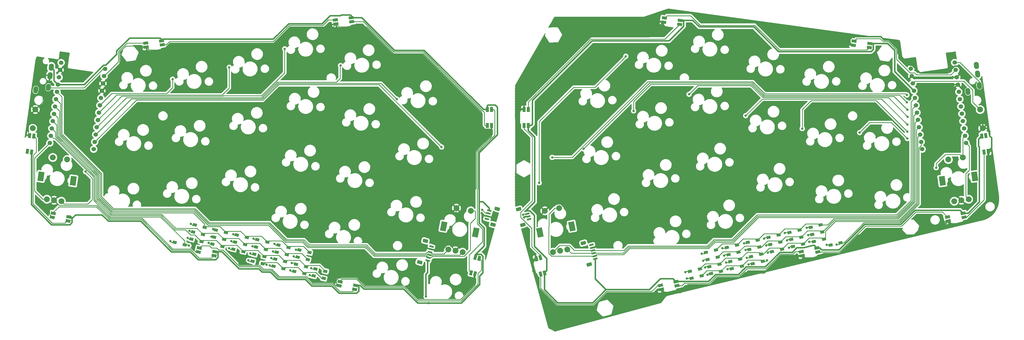
<source format=gbr>
%TF.GenerationSoftware,KiCad,Pcbnew,(6.0.1)*%
%TF.CreationDate,2022-02-27T14:39:43+09:00*%
%TF.ProjectId,ergotonic_f24,6572676f-746f-46e6-9963-5f6632342e6b,rev?*%
%TF.SameCoordinates,Original*%
%TF.FileFunction,Copper,L1,Top*%
%TF.FilePolarity,Positive*%
%FSLAX46Y46*%
G04 Gerber Fmt 4.6, Leading zero omitted, Abs format (unit mm)*
G04 Created by KiCad (PCBNEW (6.0.1)) date 2022-02-27 14:39:43*
%MOMM*%
%LPD*%
G01*
G04 APERTURE LIST*
G04 Aperture macros list*
%AMRoundRect*
0 Rectangle with rounded corners*
0 $1 Rounding radius*
0 $2 $3 $4 $5 $6 $7 $8 $9 X,Y pos of 4 corners*
0 Add a 4 corners polygon primitive as box body*
4,1,4,$2,$3,$4,$5,$6,$7,$8,$9,$2,$3,0*
0 Add four circle primitives for the rounded corners*
1,1,$1+$1,$2,$3*
1,1,$1+$1,$4,$5*
1,1,$1+$1,$6,$7*
1,1,$1+$1,$8,$9*
0 Add four rect primitives between the rounded corners*
20,1,$1+$1,$2,$3,$4,$5,0*
20,1,$1+$1,$4,$5,$6,$7,0*
20,1,$1+$1,$6,$7,$8,$9,0*
20,1,$1+$1,$8,$9,$2,$3,0*%
%AMHorizOval*
0 Thick line with rounded ends*
0 $1 width*
0 $2 $3 position (X,Y) of the first rounded end (center of the circle)*
0 $4 $5 position (X,Y) of the second rounded end (center of the circle)*
0 Add line between two ends*
20,1,$1,$2,$3,$4,$5,0*
0 Add two circle primitives to create the rounded ends*
1,1,$1,$2,$3*
1,1,$1,$4,$5*%
%AMRotRect*
0 Rectangle, with rotation*
0 The origin of the aperture is its center*
0 $1 length*
0 $2 width*
0 $3 Rotation angle, in degrees counterclockwise*
0 Add horizontal line*
21,1,$1,$2,0,0,$3*%
G04 Aperture macros list end*
%TA.AperFunction,SMDPad,CuDef*%
%ADD10RotRect,1.400000X1.000000X166.500000*%
%TD*%
%TA.AperFunction,ComponentPad*%
%ADD11C,1.524000*%
%TD*%
%TA.AperFunction,SMDPad,CuDef*%
%ADD12RotRect,1.400000X1.000000X193.500000*%
%TD*%
%TA.AperFunction,SMDPad,CuDef*%
%ADD13RotRect,1.700000X1.000000X262.000000*%
%TD*%
%TA.AperFunction,SMDPad,CuDef*%
%ADD14RotRect,1.700000X1.000000X285.120000*%
%TD*%
%TA.AperFunction,SMDPad,CuDef*%
%ADD15RotRect,1.700000X1.000000X352.000000*%
%TD*%
%TA.AperFunction,ComponentPad*%
%ADD16HorizOval,1.700000X-0.055669X-0.396107X0.055669X0.396107X0*%
%TD*%
%TA.AperFunction,SMDPad,CuDef*%
%ADD17RoundRect,0.150000X0.642490X0.018219X0.564237X0.307833X-0.642490X-0.018219X-0.564237X-0.307833X0*%
%TD*%
%TA.AperFunction,ComponentPad*%
%ADD18RoundRect,0.249600X0.719283X-0.168618X0.536485X0.507921X-0.719283X0.168618X-0.536485X-0.507921X0*%
%TD*%
%TA.AperFunction,ComponentPad*%
%ADD19C,2.000000*%
%TD*%
%TA.AperFunction,ComponentPad*%
%ADD20RotRect,3.200000X2.000000X101.130000*%
%TD*%
%TA.AperFunction,SMDPad,CuDef*%
%ADD21RotRect,1.700000X1.000000X8.000000*%
%TD*%
%TA.AperFunction,SMDPad,CuDef*%
%ADD22RotRect,1.700000X1.000000X74.880000*%
%TD*%
%TA.AperFunction,SMDPad,CuDef*%
%ADD23RotRect,1.700000X1.000000X346.500000*%
%TD*%
%TA.AperFunction,ComponentPad*%
%ADD24HorizOval,1.700000X-0.055669X0.396107X0.055669X-0.396107X0*%
%TD*%
%TA.AperFunction,SMDPad,CuDef*%
%ADD25R,1.000000X1.700000*%
%TD*%
%TA.AperFunction,SMDPad,CuDef*%
%ADD26RotRect,1.700000X1.000000X13.500000*%
%TD*%
%TA.AperFunction,ComponentPad*%
%ADD27RotRect,3.200000X2.000000X82.000000*%
%TD*%
%TA.AperFunction,SMDPad,CuDef*%
%ADD28RoundRect,0.150000X0.564237X-0.307833X0.642490X-0.018219X-0.564237X0.307833X-0.642490X0.018219X0*%
%TD*%
%TA.AperFunction,ComponentPad*%
%ADD29RoundRect,0.249600X0.536485X-0.507921X0.719283X0.168618X-0.536485X0.507921X-0.719283X-0.168618X0*%
%TD*%
%TA.AperFunction,ComponentPad*%
%ADD30RotRect,3.200000X2.000000X98.000000*%
%TD*%
%TA.AperFunction,ComponentPad*%
%ADD31RotRect,3.200000X2.000000X78.870000*%
%TD*%
%TA.AperFunction,SMDPad,CuDef*%
%ADD32RoundRect,0.150000X-0.564237X0.307833X-0.642490X0.018219X0.564237X-0.307833X0.642490X-0.018219X0*%
%TD*%
%TA.AperFunction,ComponentPad*%
%ADD33RoundRect,0.249600X-0.536485X0.507921X-0.719283X-0.168618X0.536485X-0.507921X0.719283X0.168618X0*%
%TD*%
%TA.AperFunction,SMDPad,CuDef*%
%ADD34RotRect,1.700000X1.000000X98.000000*%
%TD*%
%TA.AperFunction,ViaPad*%
%ADD35C,0.800000*%
%TD*%
%TA.AperFunction,Conductor*%
%ADD36C,0.250000*%
%TD*%
%TA.AperFunction,Conductor*%
%ADD37C,0.500000*%
%TD*%
G04 APERTURE END LIST*
D10*
%TO.P,D14,1,K*%
%TO.N,R4*%
X-84178043Y-89662366D03*
%TO.P,D14,2,A*%
%TO.N,Net-(D14-Pad2)*%
X-87629957Y-88833634D03*
%TD*%
D11*
%TO.P,U1,1,D3/TX0*%
%TO.N,DATA*%
X-138265163Y-22605464D03*
%TO.P,U1,2,D2/RX1*%
%TO.N,LED*%
X-138618663Y-25120745D03*
%TO.P,U1,3,GND*%
%TO.N,GND*%
X-138972163Y-27636026D03*
%TO.P,U1,4,GND*%
X-139325662Y-30151307D03*
%TO.P,U1,5,SDA/D1/2*%
%TO.N,C1*%
X-139679162Y-32666587D03*
%TO.P,U1,6,SCL/D0/3*%
%TO.N,C2*%
X-140032662Y-35181868D03*
%TO.P,U1,7,D4/4*%
%TO.N,C3*%
X-140386161Y-37697149D03*
%TO.P,U1,8,C6/5*%
%TO.N,C4*%
X-140739661Y-40212430D03*
%TO.P,U1,9,D7/6*%
%TO.N,C5*%
X-141093161Y-42727711D03*
%TO.P,U1,10,E6/7*%
%TO.N,C6*%
X-141446660Y-45242992D03*
%TO.P,U1,11,B4/8*%
%TO.N,C7*%
X-141800160Y-47758273D03*
%TO.P,U1,12,B5/9*%
%TO.N,RE1B*%
X-142153660Y-50273554D03*
%TO.P,U1,13,10/B6*%
%TO.N,RE1A*%
X-157225540Y-48155339D03*
%TO.P,U1,14,16/B2*%
%TO.N,R4*%
X-156872040Y-45640058D03*
%TO.P,U1,15,14/B3*%
%TO.N,R3*%
X-156518540Y-43124777D03*
%TO.P,U1,16,15/B1*%
%TO.N,R2*%
X-156165041Y-40609496D03*
%TO.P,U1,17,A0/F7*%
%TO.N,R1*%
X-155811541Y-38094215D03*
%TO.P,U1,18,A1/F6*%
%TO.N,ENC_PUSH*%
X-155458041Y-35578935D03*
%TO.P,U1,19,A2/F5*%
%TO.N,ENC_B*%
X-155104542Y-33063654D03*
%TO.P,U1,20,A3/F4*%
%TO.N,ENC_A*%
X-154751042Y-30548373D03*
%TO.P,U1,21,VCC*%
%TO.N,VCC*%
X-154397542Y-28033092D03*
%TO.P,U1,22,RST*%
%TO.N,RESET*%
X-154044043Y-25517811D03*
%TO.P,U1,23,GND*%
%TO.N,GND*%
X-153690543Y-23002530D03*
%TO.P,U1,24,RAW*%
%TO.N,unconnected-(U1-Pad24)*%
X-153337043Y-20487249D03*
%TD*%
%TO.P,U2,1,D3/TX0*%
%TO.N,DATA2*%
X153428940Y-20474334D03*
%TO.P,U2,2,D2/RX1*%
%TO.N,LED2*%
X153782440Y-22989615D03*
%TO.P,U2,3,GND*%
%TO.N,GND2*%
X154135940Y-25504896D03*
%TO.P,U2,4,GND*%
X154489439Y-28020177D03*
%TO.P,U2,5,SDA/D1/2*%
%TO.N,C8*%
X154842939Y-30535458D03*
%TO.P,U2,6,SCL/D0/3*%
%TO.N,C9*%
X155196439Y-33050738D03*
%TO.P,U2,7,D4/4*%
%TO.N,C10*%
X155549938Y-35566019D03*
%TO.P,U2,8,C6/5*%
%TO.N,C11*%
X155903438Y-38081300D03*
%TO.P,U2,9,D7/6*%
%TO.N,C12*%
X156256938Y-40596581D03*
%TO.P,U2,10,E6/7*%
%TO.N,C13*%
X156610437Y-43111862D03*
%TO.P,U2,11,B4/8*%
%TO.N,C14*%
X156963937Y-45627143D03*
%TO.P,U2,12,B5/9*%
%TO.N,RE4B*%
X157317437Y-48142424D03*
%TO.P,U2,13,10/B6*%
%TO.N,RE4A*%
X142245557Y-50260638D03*
%TO.P,U2,14,16/B2*%
%TO.N,R8*%
X141892057Y-47745358D03*
%TO.P,U2,15,14/B3*%
%TO.N,R7*%
X141538557Y-45230077D03*
%TO.P,U2,16,15/B1*%
%TO.N,R6*%
X141185058Y-42714796D03*
%TO.P,U2,17,A0/F7*%
%TO.N,R5*%
X140831558Y-40199515D03*
%TO.P,U2,18,A1/F6*%
%TO.N,ENC2_PUSH*%
X140478058Y-37684234D03*
%TO.P,U2,19,A2/F5*%
%TO.N,ENC2_B*%
X140124559Y-35168953D03*
%TO.P,U2,20,A3/F4*%
%TO.N,ENC2_A*%
X139771059Y-32653672D03*
%TO.P,U2,21,VCC*%
%TO.N,VCC2*%
X139417559Y-30138391D03*
%TO.P,U2,22,RST*%
%TO.N,RESET2*%
X139064060Y-27623110D03*
%TO.P,U2,23,GND*%
%TO.N,GND2*%
X138710560Y-25107829D03*
%TO.P,U2,24,RAW*%
%TO.N,unconnected-(U2-Pad24)*%
X138357060Y-22592549D03*
%TD*%
D12*
%TO.P,D28,1,K*%
%TO.N,R6*%
X72027957Y-87419634D03*
%TO.P,D28,2,A*%
%TO.N,Net-(D28-Pad2)*%
X68576043Y-88248366D03*
%TD*%
%TO.P,D34,1,K*%
%TO.N,R8*%
X80373957Y-90558634D03*
%TO.P,D34,2,A*%
%TO.N,Net-(D34-Pad2)*%
X76922043Y-91387366D03*
%TD*%
D13*
%TO.P,LED_7,1,VDD*%
%TO.N,VCC*%
X-163511538Y-51225658D03*
%TO.P,LED_7,2,DOUT*%
%TO.N,unconnected-(LED_7-Pad2)*%
X-164897914Y-51030816D03*
%TO.P,LED_7,3,VSS*%
%TO.N,GND*%
X-164132462Y-45584342D03*
%TO.P,LED_7,4,DIN*%
%TO.N,Net-(LED_6-Pad2)*%
X-162746086Y-45779184D03*
%TD*%
D12*
%TO.P,D42,1,K*%
%TO.N,R5*%
X100157957Y-78095634D03*
%TO.P,D42,2,A*%
%TO.N,Net-(D42-Pad2)*%
X96706043Y-78924366D03*
%TD*%
D14*
%TO.P,LED_11,1,VDD*%
%TO.N,VCC2*%
X12582081Y-92915210D03*
%TO.P,LED_11,2,DOUT*%
%TO.N,Net-(LED_11-Pad2)*%
X11230547Y-93280389D03*
%TO.P,LED_11,3,VSS*%
%TO.N,GND2*%
X9795919Y-87970790D03*
%TO.P,LED_11,4,DIN*%
%TO.N,Net-(LED_10-Pad2)*%
X11147453Y-87605611D03*
%TD*%
D15*
%TO.P,LED_8,1,VDD*%
%TO.N,VCC2*%
X124286658Y-13879538D03*
%TO.P,LED_8,2,DOUT*%
%TO.N,Net-(LED_8-Pad2)*%
X124091816Y-15265914D03*
%TO.P,LED_8,3,VSS*%
%TO.N,GND2*%
X118645342Y-14500462D03*
%TO.P,LED_8,4,DIN*%
%TO.N,LED2*%
X118840184Y-13114086D03*
%TD*%
D10*
%TO.P,D24,1,K*%
%TO.N,R4*%
X-63189043Y-94713366D03*
%TO.P,D24,2,A*%
%TO.N,Net-(D24-Pad2)*%
X-66640957Y-93884634D03*
%TD*%
D16*
%TO.P,J1,A*%
%TO.N,unconnected-(J1-PadA)*%
X-162084806Y-29856900D03*
%TO.P,J1,B*%
%TO.N,VCC*%
X-156742708Y-22024148D03*
%TO.P,J1,C*%
%TO.N,GND*%
X-157160228Y-24994952D03*
%TO.P,J1,D*%
%TO.N,DATA*%
X-157716920Y-28956025D03*
%TD*%
D10*
%TO.P,D5,1,K*%
%TO.N,R1*%
X-96783043Y-78922366D03*
%TO.P,D5,2,A*%
%TO.N,Net-(D5-Pad2)*%
X-100234957Y-78093634D03*
%TD*%
%TO.P,D4,1,K*%
%TO.N,R4*%
X-110933043Y-83190366D03*
%TO.P,D4,2,A*%
%TO.N,D4*%
X-114384957Y-82361634D03*
%TD*%
D17*
%TO.P,J6,1,Pin_1*%
%TO.N,VCC2*%
X30033234Y-88013839D03*
%TO.P,J6,2,Pin_2*%
%TO.N,ENC2_PUSH*%
X29772393Y-87048457D03*
%TO.P,J6,3,Pin_3*%
%TO.N,ENC2_B*%
X29511551Y-86083076D03*
%TO.P,J6,4,Pin_4*%
%TO.N,ENC2_A*%
X29250710Y-85117694D03*
%TO.P,J6,5,Pin_5*%
%TO.N,GND2*%
X28989868Y-84152313D03*
%TO.P,J6,6,Pin_6*%
%TO.N,unconnected-(J6-Pad6)*%
X28729027Y-83186931D03*
D18*
%TO.P,J6,MP*%
%TO.N,N/C*%
X27934740Y-89927460D03*
X25952344Y-82590560D03*
%TD*%
D12*
%TO.P,D47,1,K*%
%TO.N,R7*%
X108560957Y-81219634D03*
%TO.P,D47,2,A*%
%TO.N,Net-(D47-Pad2)*%
X105109043Y-82048366D03*
%TD*%
%TO.P,D33,1,K*%
%TO.N,R7*%
X79789957Y-88127634D03*
%TO.P,D33,2,A*%
%TO.N,Net-(D33-Pad2)*%
X76338043Y-88956366D03*
%TD*%
%TO.P,D27,1,K*%
%TO.N,R5*%
X71444957Y-84988634D03*
%TO.P,D27,2,A*%
%TO.N,Net-(D27-Pad2)*%
X67993043Y-85817366D03*
%TD*%
D19*
%TO.P,RE3,A,A*%
%TO.N,ENC2_A*%
X15517789Y-85716527D03*
%TO.P,RE3,B,B*%
%TO.N,ENC2_B*%
X20423747Y-84751349D03*
%TO.P,RE3,C,C*%
%TO.N,GND2*%
X17970768Y-85233938D03*
D20*
%TO.P,RE3,MP*%
%TO.N,N/C*%
X22017674Y-76794000D03*
X11028326Y-78956000D03*
D19*
%TO.P,RE3,S1,S1*%
%TO.N,ENC2_PUSH*%
X17624729Y-70524069D03*
%TO.P,RE3,S2,S2*%
%TO.N,GND2*%
X12718770Y-71489247D03*
%TD*%
D12*
%TO.P,D26,1,K*%
%TO.N,R8*%
X66563956Y-93885634D03*
%TO.P,D26,2,A*%
%TO.N,Net-(D26-Pad2)*%
X63112042Y-94714366D03*
%TD*%
D10*
%TO.P,D10,1,K*%
%TO.N,R3*%
X-90772043Y-85508366D03*
%TO.P,D10,2,A*%
%TO.N,Net-(D10-Pad2)*%
X-94223957Y-84679634D03*
%TD*%
%TO.P,D23,1,K*%
%TO.N,R3*%
X-62606042Y-92282366D03*
%TO.P,D23,2,A*%
%TO.N,Net-(D23-Pad2)*%
X-66057956Y-91453634D03*
%TD*%
%TO.P,D18,1,K*%
%TO.N,R4*%
X-77000043Y-91385366D03*
%TO.P,D18,2,A*%
%TO.N,Net-(D18-Pad2)*%
X-80451957Y-90556634D03*
%TD*%
%TO.P,D13,1,K*%
%TO.N,R3*%
X-83594043Y-87231366D03*
%TO.P,D13,2,A*%
%TO.N,Net-(D13-Pad2)*%
X-87045957Y-86402634D03*
%TD*%
D21*
%TO.P,LED_1,1,VDD*%
%TO.N,VCC*%
X-53747184Y-5032086D03*
%TO.P,LED_1,2,DOUT*%
%TO.N,Net-(LED_1-Pad2)*%
X-53552342Y-6418462D03*
%TO.P,LED_1,3,VSS*%
%TO.N,GND*%
X-58998816Y-7183914D03*
%TO.P,LED_1,4,DIN*%
%TO.N,Net-(LED_0-Pad2)*%
X-59193658Y-5797538D03*
%TD*%
D12*
%TO.P,D39,1,K*%
%TO.N,R5*%
X92978957Y-79818634D03*
%TO.P,D39,2,A*%
%TO.N,Net-(D39-Pad2)*%
X89527043Y-80647366D03*
%TD*%
D19*
%TO.P,SW_RESET2,1,1*%
%TO.N,RESET2*%
X162176687Y-36648629D03*
%TO.P,SW_RESET2,2,2*%
%TO.N,GND2*%
X163081313Y-43085371D03*
%TD*%
D10*
%TO.P,D1,1,K*%
%TO.N,R1*%
X-104018043Y-77186366D03*
%TO.P,D1,2,A*%
%TO.N,Net-(D1-Pad2)*%
X-107469957Y-76357634D03*
%TD*%
D12*
%TO.P,D43,1,K*%
%TO.N,R6*%
X100740957Y-80526634D03*
%TO.P,D43,2,A*%
%TO.N,Net-(D43-Pad2)*%
X97289043Y-81355366D03*
%TD*%
%TO.P,D32,1,K*%
%TO.N,R6*%
X79206957Y-85696634D03*
%TO.P,D32,2,A*%
%TO.N,Net-(D32-Pad2)*%
X75755043Y-86525366D03*
%TD*%
D22*
%TO.P,LED_3,1,VDD*%
%TO.N,VCC*%
X-11147453Y-87501611D03*
%TO.P,LED_3,2,DOUT*%
%TO.N,Net-(LED_3-Pad2)*%
X-9795919Y-87866790D03*
%TO.P,LED_3,3,VSS*%
%TO.N,GND*%
X-11230547Y-93176389D03*
%TO.P,LED_3,4,DIN*%
%TO.N,Net-(LED_2-Pad2)*%
X-12582081Y-92811210D03*
%TD*%
D15*
%TO.P,LED_9,1,VDD*%
%TO.N,VCC2*%
X59193658Y-5919538D03*
%TO.P,LED_9,2,DOUT*%
%TO.N,Net-(LED_10-Pad4)*%
X58998816Y-7305914D03*
%TO.P,LED_9,3,VSS*%
%TO.N,GND2*%
X53552342Y-6540462D03*
%TO.P,LED_9,4,DIN*%
%TO.N,Net-(LED_8-Pad2)*%
X53747184Y-5154086D03*
%TD*%
D12*
%TO.P,D37,1,K*%
%TO.N,R7*%
X86967957Y-86403634D03*
%TO.P,D37,2,A*%
%TO.N,Net-(D37-Pad2)*%
X83516043Y-87232366D03*
%TD*%
D23*
%TO.P,LED_5,1,VDD*%
%TO.N,VCC*%
X-100542571Y-85536316D03*
%TO.P,LED_5,2,DOUT*%
%TO.N,Net-(LED_5-Pad2)*%
X-100869394Y-86897634D03*
%TO.P,LED_5,3,VSS*%
%TO.N,GND*%
X-106217429Y-85613684D03*
%TO.P,LED_5,4,DIN*%
%TO.N,Net-(LED_4-Pad2)*%
X-105890606Y-84252366D03*
%TD*%
D12*
%TO.P,D36,1,K*%
%TO.N,R6*%
X86384957Y-83972634D03*
%TO.P,D36,2,A*%
%TO.N,Net-(D36-Pad2)*%
X82933043Y-84801366D03*
%TD*%
D10*
%TO.P,D20,1,K*%
%TO.N,R2*%
X-68654043Y-88247366D03*
%TO.P,D20,2,A*%
%TO.N,Net-(D20-Pad2)*%
X-72105957Y-87418634D03*
%TD*%
%TO.P,D8,1,K*%
%TO.N,R1*%
X-89605043Y-80646366D03*
%TO.P,D8,2,A*%
%TO.N,Net-(D8-Pad2)*%
X-93056957Y-79817634D03*
%TD*%
D24*
%TO.P,J4,A*%
%TO.N,unconnected-(J4-PadA)*%
X157925680Y-30441427D03*
%TO.P,J4,B*%
%TO.N,VCC2*%
X160901834Y-21439621D03*
%TO.P,J4,C*%
%TO.N,GND2*%
X161319353Y-24410425D03*
%TO.P,J4,D*%
%TO.N,DATA2*%
X161876046Y-28371498D03*
%TD*%
D10*
%TO.P,D17,1,K*%
%TO.N,R3*%
X-76416043Y-88954366D03*
%TO.P,D17,2,A*%
%TO.N,Net-(D17-Pad2)*%
X-79867957Y-88125634D03*
%TD*%
D12*
%TO.P,D45,1,K*%
%TO.N,R5*%
X107393957Y-76357634D03*
%TO.P,D45,2,A*%
%TO.N,Net-(D45-Pad2)*%
X103942043Y-77186366D03*
%TD*%
D25*
%TO.P,LED_2,1,VDD*%
%TO.N,VCC*%
X-7022000Y-36647000D03*
%TO.P,LED_2,2,DOUT*%
%TO.N,Net-(LED_2-Pad2)*%
X-5622000Y-36647000D03*
%TO.P,LED_2,3,VSS*%
%TO.N,GND*%
X-5622000Y-42147000D03*
%TO.P,LED_2,4,DIN*%
%TO.N,Net-(LED_1-Pad2)*%
X-7022000Y-42147000D03*
%TD*%
D26*
%TO.P,LED_14,1,VDD*%
%TO.N,VCC2*%
X156275606Y-72302366D03*
%TO.P,LED_14,2,DOUT*%
%TO.N,Net-(LED_14-Pad2)*%
X156602429Y-73663684D03*
%TO.P,LED_14,3,VSS*%
%TO.N,GND2*%
X151254394Y-74947634D03*
%TO.P,LED_14,4,DIN*%
%TO.N,Net-(LED_13-Pad2)*%
X150927571Y-73586316D03*
%TD*%
D12*
%TO.P,D44,1,K*%
%TO.N,R7*%
X101324957Y-82957634D03*
%TO.P,D44,2,A*%
%TO.N,Net-(D44-Pad2)*%
X97873043Y-83786366D03*
%TD*%
D10*
%TO.P,D2,1,K*%
%TO.N,R2*%
X-104602043Y-79617366D03*
%TO.P,D2,2,A*%
%TO.N,Net-(D2-Pad2)*%
X-108053957Y-78788634D03*
%TD*%
D12*
%TO.P,D40,1,K*%
%TO.N,R6*%
X93562957Y-82249634D03*
%TO.P,D40,2,A*%
%TO.N,Net-(D40-Pad2)*%
X90111043Y-83078366D03*
%TD*%
D10*
%TO.P,D22,1,K*%
%TO.N,R4*%
X-69821043Y-93109366D03*
%TO.P,D22,2,A*%
%TO.N,Net-(D22-Pad2)*%
X-73272957Y-92280634D03*
%TD*%
D12*
%TO.P,D35,1,K*%
%TO.N,R5*%
X85800957Y-81541634D03*
%TO.P,D35,2,A*%
%TO.N,Net-(D35-Pad2)*%
X82349043Y-82370366D03*
%TD*%
D10*
%TO.P,D16,1,K*%
%TO.N,R2*%
X-75832043Y-86523366D03*
%TO.P,D16,2,A*%
%TO.N,Net-(D16-Pad2)*%
X-79283957Y-85694634D03*
%TD*%
%TO.P,D21,1,K*%
%TO.N,R3*%
X-69238043Y-90678366D03*
%TO.P,D21,2,A*%
%TO.N,Net-(D21-Pad2)*%
X-72689957Y-89849634D03*
%TD*%
D19*
%TO.P,RE1,A,A*%
%TO.N,RE1A*%
X-158218468Y-67489078D03*
%TO.P,RE1,B,B*%
%TO.N,RE1B*%
X-153267128Y-68184943D03*
%TO.P,RE1,C,C*%
%TO.N,GND*%
X-155742798Y-67837011D03*
D27*
%TO.P,RE1,MP*%
%TO.N,N/C*%
X-149153499Y-61189369D03*
X-160244501Y-59630631D03*
D19*
%TO.P,RE1,S1,S1*%
%TO.N,C1*%
X-151249118Y-53826056D03*
%TO.P,RE1,S2,S2*%
%TO.N,D4*%
X-156200458Y-53130191D03*
%TD*%
D10*
%TO.P,D3,1,K*%
%TO.N,R3*%
X-105185043Y-82048366D03*
%TO.P,D3,2,A*%
%TO.N,Net-(D3-Pad2)*%
X-108636957Y-81219634D03*
%TD*%
%TO.P,D9,1,K*%
%TO.N,R2*%
X-90189043Y-83077366D03*
%TO.P,D9,2,A*%
%TO.N,Net-(D9-Pad2)*%
X-93640957Y-82248634D03*
%TD*%
%TO.P,D11,1,K*%
%TO.N,R1*%
X-82547043Y-82244366D03*
%TO.P,D11,2,A*%
%TO.N,Net-(D11-Pad2)*%
X-85998957Y-81415634D03*
%TD*%
D12*
%TO.P,D48,1,K*%
%TO.N,R8*%
X114261957Y-82470634D03*
%TO.P,D48,2,A*%
%TO.N,D48*%
X110810043Y-83299366D03*
%TD*%
D10*
%TO.P,D12,1,K*%
%TO.N,R2*%
X-83011043Y-84800366D03*
%TO.P,D12,2,A*%
%TO.N,Net-(D12-Pad2)*%
X-86462957Y-83971634D03*
%TD*%
D25*
%TO.P,LED_10,1,VDD*%
%TO.N,VCC2*%
X7022000Y-42147000D03*
%TO.P,LED_10,2,DOUT*%
%TO.N,Net-(LED_10-Pad2)*%
X5622000Y-42147000D03*
%TO.P,LED_10,3,VSS*%
%TO.N,GND2*%
X5622000Y-36647000D03*
%TO.P,LED_10,4,DIN*%
%TO.N,Net-(LED_10-Pad4)*%
X7022000Y-36647000D03*
%TD*%
D10*
%TO.P,D19,1,K*%
%TO.N,R1*%
X-68071043Y-85816366D03*
%TO.P,D19,2,A*%
%TO.N,Net-(D19-Pad2)*%
X-71522957Y-84987634D03*
%TD*%
D28*
%TO.P,J3,1,Pin_1*%
%TO.N,VCC*%
X-27474973Y-88582069D03*
%TO.P,J3,2,Pin_2*%
%TO.N,ENC_PUSH*%
X-27214132Y-87616687D03*
%TO.P,J3,3,Pin_3*%
%TO.N,ENC_B*%
X-26953290Y-86651306D03*
%TO.P,J3,4,Pin_4*%
%TO.N,ENC_A*%
X-26692449Y-85685924D03*
%TO.P,J3,5,Pin_5*%
%TO.N,GND*%
X-26431607Y-84720543D03*
%TO.P,J3,6,Pin_6*%
%TO.N,unconnected-(J3-Pad6)*%
X-26170766Y-83755161D03*
D29*
%TO.P,J3,MP*%
%TO.N,N/C*%
X-28269260Y-81841540D03*
X-30251656Y-89178440D03*
%TD*%
D12*
%TO.P,D31,1,K*%
%TO.N,R5*%
X78622957Y-83265634D03*
%TO.P,D31,2,A*%
%TO.N,Net-(D31-Pad2)*%
X75171043Y-84094366D03*
%TD*%
D10*
%TO.P,D15,1,K*%
%TO.N,R1*%
X-75249043Y-84092366D03*
%TO.P,D15,2,A*%
%TO.N,Net-(D15-Pad2)*%
X-78700957Y-83263634D03*
%TD*%
%TO.P,D6,1,K*%
%TO.N,R2*%
X-97367043Y-81353366D03*
%TO.P,D6,2,A*%
%TO.N,Net-(D6-Pad2)*%
X-100818957Y-80524634D03*
%TD*%
D12*
%TO.P,D38,1,K*%
%TO.N,R8*%
X87551957Y-88834634D03*
%TO.P,D38,2,A*%
%TO.N,Net-(D38-Pad2)*%
X84100043Y-89663366D03*
%TD*%
D26*
%TO.P,LED_13,1,VDD*%
%TO.N,VCC2*%
X106105606Y-84252366D03*
%TO.P,LED_13,2,DOUT*%
%TO.N,Net-(LED_13-Pad2)*%
X106432429Y-85613684D03*
%TO.P,LED_13,3,VSS*%
%TO.N,GND2*%
X101084394Y-86897634D03*
%TO.P,LED_13,4,DIN*%
%TO.N,Net-(LED_12-Pad2)*%
X100757571Y-85536316D03*
%TD*%
D23*
%TO.P,LED_6,1,VDD*%
%TO.N,VCC*%
X-150656571Y-73586316D03*
%TO.P,LED_6,2,DOUT*%
%TO.N,Net-(LED_6-Pad2)*%
X-150983394Y-74947634D03*
%TO.P,LED_6,3,VSS*%
%TO.N,GND*%
X-156331429Y-73663684D03*
%TO.P,LED_6,4,DIN*%
%TO.N,Net-(LED_5-Pad2)*%
X-156004606Y-72302366D03*
%TD*%
%TO.P,LED_4,1,VDD*%
%TO.N,VCC*%
X-52237571Y-97138316D03*
%TO.P,LED_4,2,DOUT*%
%TO.N,Net-(LED_4-Pad2)*%
X-52564394Y-98499634D03*
%TO.P,LED_4,3,VSS*%
%TO.N,GND*%
X-57912429Y-97215684D03*
%TO.P,LED_4,4,DIN*%
%TO.N,Net-(LED_3-Pad2)*%
X-57585606Y-95854366D03*
%TD*%
D19*
%TO.P,RE4,A,A*%
%TO.N,RE4A*%
X153267128Y-68184943D03*
%TO.P,RE4,B,B*%
%TO.N,RE4B*%
X158218468Y-67489078D03*
%TO.P,RE4,C,C*%
%TO.N,GND2*%
X155742798Y-67837011D03*
D30*
%TO.P,RE4,MP*%
%TO.N,N/C*%
X160244501Y-59630631D03*
X149153499Y-61189369D03*
D19*
%TO.P,RE4,S1,S1*%
%TO.N,C14*%
X156200458Y-53130191D03*
%TO.P,RE4,S2,S2*%
%TO.N,D48*%
X151249118Y-53826056D03*
%TD*%
D10*
%TO.P,D7,1,K*%
%TO.N,R3*%
X-97951043Y-83784366D03*
%TO.P,D7,2,A*%
%TO.N,Net-(D7-Pad2)*%
X-101402957Y-82955634D03*
%TD*%
D21*
%TO.P,LED_0,1,VDD*%
%TO.N,VCC*%
X-118840184Y-12994086D03*
%TO.P,LED_0,2,DOUT*%
%TO.N,Net-(LED_0-Pad2)*%
X-118645342Y-14380462D03*
%TO.P,LED_0,3,VSS*%
%TO.N,GND*%
X-124091816Y-15145914D03*
%TO.P,LED_0,4,DIN*%
%TO.N,LED*%
X-124286658Y-13759538D03*
%TD*%
D19*
%TO.P,SW_RESET1,1,1*%
%TO.N,RESET*%
X-163081313Y-43085371D03*
%TO.P,SW_RESET1,2,2*%
%TO.N,GND*%
X-162176687Y-36648629D03*
%TD*%
D12*
%TO.P,D25,1,K*%
%TO.N,R7*%
X65979957Y-91454634D03*
%TO.P,D25,2,A*%
%TO.N,Net-(D25-Pad2)*%
X62528043Y-92283366D03*
%TD*%
D19*
%TO.P,RE2,A,A*%
%TO.N,ENC_A*%
X-20423747Y-84751349D03*
%TO.P,RE2,B,B*%
%TO.N,ENC_B*%
X-15517789Y-85716527D03*
%TO.P,RE2,C,C*%
%TO.N,GND*%
X-17970768Y-85233938D03*
D31*
%TO.P,RE2,MP*%
%TO.N,N/C*%
X-22017674Y-76794000D03*
X-11028326Y-78956000D03*
D19*
%TO.P,RE2,S1,S1*%
%TO.N,ENC_PUSH*%
X-12718770Y-71489247D03*
%TO.P,RE2,S2,S2*%
%TO.N,GND*%
X-17624729Y-70524069D03*
%TD*%
D12*
%TO.P,D46,1,K*%
%TO.N,R6*%
X107976957Y-78788634D03*
%TO.P,D46,2,A*%
%TO.N,Net-(D46-Pad2)*%
X104525043Y-79617366D03*
%TD*%
D32*
%TO.P,J2,1,Pin_1*%
%TO.N,VCC*%
X-6382868Y-71409313D03*
%TO.P,J2,2,Pin_2*%
%TO.N,DATA*%
X-6643710Y-72374694D03*
%TO.P,J2,3,Pin_3*%
%TO.N,GND*%
X-6904551Y-73340076D03*
%TO.P,J2,4,Pin_4*%
%TO.N,unconnected-(J2-Pad4)*%
X-7165393Y-74305457D03*
D33*
%TO.P,J2,MP*%
%TO.N,N/C*%
X-5066898Y-76219078D03*
X-3606186Y-70812941D03*
%TD*%
D34*
%TO.P,LED_15,1,VDD*%
%TO.N,VCC2*%
X162746086Y-45779184D03*
%TO.P,LED_15,2,DOUT*%
%TO.N,unconnected-(LED_15-Pad2)*%
X164132462Y-45584342D03*
%TO.P,LED_15,3,VSS*%
%TO.N,GND2*%
X164897914Y-51030816D03*
%TO.P,LED_15,4,DIN*%
%TO.N,Net-(LED_14-Pad2)*%
X163511538Y-51225658D03*
%TD*%
D12*
%TO.P,D41,1,K*%
%TO.N,R7*%
X94146957Y-84680634D03*
%TO.P,D41,2,A*%
%TO.N,Net-(D41-Pad2)*%
X90695043Y-85509366D03*
%TD*%
D17*
%TO.P,J5,1,Pin_1*%
%TO.N,unconnected-(J5-Pad1)*%
X7256393Y-74403457D03*
%TO.P,J5,2,Pin_2*%
%TO.N,GND2*%
X6995551Y-73438076D03*
%TO.P,J5,3,Pin_3*%
%TO.N,DATA2*%
X6734710Y-72472694D03*
%TO.P,J5,4,Pin_4*%
%TO.N,VCC2*%
X6473868Y-71507313D03*
D18*
%TO.P,J5,MP*%
%TO.N,N/C*%
X3697186Y-70910941D03*
X5157898Y-76317078D03*
%TD*%
D26*
%TO.P,LED_12,1,VDD*%
%TO.N,VCC2*%
X57754606Y-95854366D03*
%TO.P,LED_12,2,DOUT*%
%TO.N,Net-(LED_12-Pad2)*%
X58081429Y-97215684D03*
%TO.P,LED_12,3,VSS*%
%TO.N,GND2*%
X52733394Y-98499634D03*
%TO.P,LED_12,4,DIN*%
%TO.N,Net-(LED_11-Pad2)*%
X52406571Y-97138316D03*
%TD*%
D12*
%TO.P,D30,1,K*%
%TO.N,R8*%
X73195957Y-92281634D03*
%TO.P,D30,2,A*%
%TO.N,Net-(D30-Pad2)*%
X69744043Y-93110366D03*
%TD*%
%TO.P,D29,1,K*%
%TO.N,R7*%
X72611957Y-89850634D03*
%TO.P,D29,2,A*%
%TO.N,Net-(D29-Pad2)*%
X69160043Y-90679366D03*
%TD*%
D35*
%TO.N,Net-(D1-Pad2)*%
X-108807989Y-75946000D03*
%TO.N,Net-(D2-Pad2)*%
X-109257500Y-78321500D03*
%TO.N,Net-(D3-Pad2)*%
X-109855000Y-80772000D03*
%TO.N,R4*%
X-109474000Y-83439000D03*
X-82804000Y-90022020D03*
%TO.N,D4*%
X-115824000Y-81915000D03*
%TO.N,Net-(D5-Pad2)*%
X-101129500Y-77724000D03*
%TO.N,Net-(D6-Pad2)*%
X-101764500Y-80391000D03*
%TO.N,Net-(D7-Pad2)*%
X-102719796Y-82460500D03*
%TO.N,Net-(D8-Pad2)*%
X-94234000Y-79502000D03*
%TO.N,Net-(D9-Pad2)*%
X-94869000Y-81915000D03*
%TO.N,Net-(D10-Pad2)*%
X-95631000Y-84328000D03*
%TO.N,Net-(D11-Pad2)*%
X-87249000Y-81026000D03*
%TO.N,Net-(D12-Pad2)*%
X-87630000Y-83693000D03*
%TO.N,Net-(D13-Pad2)*%
X-88392000Y-86106000D03*
%TO.N,Net-(D14-Pad2)*%
X-89022701Y-88514701D03*
%TO.N,Net-(D15-Pad2)*%
X-80047500Y-82859400D03*
%TO.N,Net-(D16-Pad2)*%
X-80555500Y-85471000D03*
%TO.N,Net-(D17-Pad2)*%
X-81190500Y-87757000D03*
%TO.N,Net-(D18-Pad2)*%
X-81661000Y-90297000D03*
%TO.N,Net-(D19-Pad2)*%
X-72719000Y-84890586D03*
%TO.N,Net-(D20-Pad2)*%
X-73443500Y-87122000D03*
%TO.N,Net-(D21-Pad2)*%
X-74168000Y-89408000D03*
%TO.N,Net-(D22-Pad2)*%
X-74676000Y-91948000D03*
%TO.N,Net-(D23-Pad2)*%
X-67432701Y-91190299D03*
%TO.N,Net-(D24-Pad2)*%
X-67945000Y-93599000D03*
%TO.N,Net-(D25-Pad2)*%
X60960000Y-92583000D03*
%TO.N,R8*%
X112903000Y-83058000D03*
X89027000Y-88519000D03*
%TO.N,Net-(D26-Pad2)*%
X61468000Y-94742000D03*
%TO.N,Net-(D27-Pad2)*%
X66548000Y-86233000D03*
%TO.N,Net-(D28-Pad2)*%
X67056000Y-88646000D03*
%TO.N,Net-(D29-Pad2)*%
X67758799Y-90991201D03*
%TO.N,Net-(D30-Pad2)*%
X68580000Y-93472000D03*
%TO.N,Net-(D31-Pad2)*%
X73660000Y-84328000D03*
%TO.N,Net-(D32-Pad2)*%
X74295000Y-86868000D03*
%TO.N,Net-(D33-Pad2)*%
X74930000Y-89281000D03*
%TO.N,Net-(D34-Pad2)*%
X75438000Y-91567000D03*
%TO.N,Net-(D35-Pad2)*%
X81153000Y-82677000D03*
%TO.N,Net-(D36-Pad2)*%
X81661000Y-84963000D03*
%TO.N,Net-(D37-Pad2)*%
X82042000Y-87630000D03*
%TO.N,Net-(D38-Pad2)*%
X82677000Y-89916000D03*
%TO.N,Net-(D39-Pad2)*%
X88011000Y-81026000D03*
%TO.N,Net-(D40-Pad2)*%
X88773000Y-83439000D03*
%TO.N,Net-(D41-Pad2)*%
X89281000Y-85852000D03*
%TO.N,Net-(D42-Pad2)*%
X95123000Y-79121000D03*
%TO.N,Net-(D43-Pad2)*%
X95885000Y-81661000D03*
%TO.N,Net-(D44-Pad2)*%
X96520000Y-84201000D03*
%TO.N,Net-(D45-Pad2)*%
X102616000Y-77343000D03*
%TO.N,Net-(D46-Pad2)*%
X103124000Y-79883000D03*
%TO.N,Net-(D47-Pad2)*%
X103505000Y-82169000D03*
%TO.N,D48*%
X109474000Y-83185000D03*
%TO.N,VCC*%
X-27178000Y-103251000D03*
X-28067000Y-100965000D03*
%TO.N,GND*%
X-8929500Y-72259461D03*
X-92075000Y-89662000D03*
X-107823000Y-84836000D03*
%TO.N,DATA*%
X-8763000Y-71120000D03*
%TO.N,GND2*%
X5592299Y-73782701D03*
X4445000Y-36449000D03*
X8890000Y-86360000D03*
X51816000Y-6477000D03*
%TO.N,DATA2*%
X40513000Y-18288000D03*
X10795000Y-61849000D03*
X5280855Y-72832960D03*
%TO.N,RE1B*%
X-144976911Y-57981911D03*
%TO.N,C7*%
X-22733000Y-49530000D03*
%TO.N,C2*%
X-115062000Y-26162000D03*
%TO.N,C3*%
X-95631000Y-22098000D03*
%TO.N,C4*%
X-76581000Y-15748000D03*
%TO.N,C5*%
X-57404000Y-21463000D03*
%TO.N,C6*%
X-38095701Y-33015701D03*
%TO.N,C8*%
X15225732Y-53086000D03*
X137033000Y-31623000D03*
%TO.N,C9*%
X26039299Y-50169299D03*
X137033000Y-34163000D03*
%TO.N,C10*%
X43180000Y-37084000D03*
X137160000Y-36703000D03*
%TO.N,C11*%
X137287000Y-39116000D03*
X62230000Y-31369000D03*
%TO.N,C12*%
X81661000Y-38735000D03*
X137160000Y-41783000D03*
%TO.N,C13*%
X101092000Y-43180000D03*
X137160000Y-44196000D03*
%TO.N,C14*%
X120777000Y-44577000D03*
X137160000Y-46609000D03*
X147066000Y-56642000D03*
%TD*%
D36*
%TO.N,R1*%
X-135910759Y-72136000D02*
X-140794534Y-67252225D01*
X-140794534Y-67252225D02*
X-140794534Y-59232577D01*
X-107950000Y-72136000D02*
X-135910759Y-72136000D01*
X-77511700Y-81829709D02*
X-75249043Y-84092366D01*
X-154383533Y-39522223D02*
X-155811541Y-38094215D01*
X-140794534Y-59232577D02*
X-154383533Y-45643578D01*
X-104018043Y-77186366D02*
X-104018043Y-76067957D01*
X-82132386Y-81829709D02*
X-77511700Y-81829709D01*
X-98788659Y-76916750D02*
X-96783043Y-78922366D01*
X-89605043Y-80646366D02*
X-89190386Y-80231709D01*
X-89190386Y-80231709D02*
X-84559700Y-80231709D01*
X-84559700Y-80231709D02*
X-82547043Y-82244366D01*
X-91743700Y-78507709D02*
X-89605043Y-80646366D01*
X-74834386Y-83677709D02*
X-75249043Y-84092366D01*
X-154383533Y-45643578D02*
X-154383533Y-39522223D01*
X-82547043Y-82244366D02*
X-82132386Y-81829709D01*
X-68071043Y-85816366D02*
X-70209700Y-83677709D01*
X-70209700Y-83677709D02*
X-74834386Y-83677709D01*
X-103748427Y-76916750D02*
X-98788659Y-76916750D01*
X-104018043Y-76067957D02*
X-107950000Y-72136000D01*
X-96783043Y-78922366D02*
X-96368386Y-78507709D01*
X-104018043Y-77186366D02*
X-103748427Y-76916750D01*
X-96368386Y-78507709D02*
X-91743700Y-78507709D01*
%TO.N,Net-(D1-Pad2)*%
X-108396355Y-76357634D02*
X-108807989Y-75946000D01*
X-107469957Y-76357634D02*
X-108396355Y-76357634D01*
%TO.N,R2*%
X-118870592Y-72644000D02*
X-136038463Y-72644000D01*
X-77969700Y-84385709D02*
X-75832043Y-86523366D01*
X-82596386Y-84385709D02*
X-77969700Y-84385709D01*
X-75417386Y-86108709D02*
X-70792700Y-86108709D01*
X-141244045Y-67438418D02*
X-141244046Y-59418770D01*
X-90189043Y-83077366D02*
X-89774386Y-82662709D01*
X-70792700Y-86108709D02*
X-68654043Y-88247366D01*
X-99517700Y-79202709D02*
X-97367043Y-81353366D01*
X-96952386Y-80938709D02*
X-92327700Y-80938709D01*
X-104602043Y-79617366D02*
X-104187386Y-79202709D01*
X-104602043Y-79617366D02*
X-106690920Y-77528489D01*
X-106690920Y-77528489D02*
X-113986103Y-77528489D01*
X-136038463Y-72644000D02*
X-141244045Y-67438418D01*
X-83011043Y-84800366D02*
X-82596386Y-84385709D01*
X-89774386Y-82662709D02*
X-85148700Y-82662709D01*
X-104187386Y-79202709D02*
X-99517700Y-79202709D01*
X-92327700Y-80938709D02*
X-90189043Y-83077366D01*
X-141244046Y-59418770D02*
X-154833044Y-45829771D01*
X-154833044Y-45829771D02*
X-154833044Y-41941493D01*
X-113986103Y-77528489D02*
X-118870592Y-72644000D01*
X-85148700Y-82662709D02*
X-83011043Y-84800366D01*
X-97367043Y-81353366D02*
X-96952386Y-80938709D01*
X-154833044Y-41941493D02*
X-156165041Y-40609496D01*
X-75832043Y-86523366D02*
X-75417386Y-86108709D01*
%TO.N,Net-(D2-Pad2)*%
X-108790366Y-78788634D02*
X-109257500Y-78321500D01*
X-108053957Y-78788634D02*
X-108790366Y-78788634D01*
%TO.N,R3*%
X-69238043Y-90678366D02*
X-68823386Y-90263709D01*
X-68823386Y-90263709D02*
X-64624699Y-90263709D01*
X-76416043Y-88954366D02*
X-76001386Y-88539709D01*
X-90772043Y-85508366D02*
X-90357386Y-85093709D01*
X-104770386Y-81633709D02*
X-100101700Y-81633709D01*
X-155282555Y-46015964D02*
X-155282554Y-44360763D01*
X-105185043Y-82048366D02*
X-107470658Y-79762751D01*
X-155282554Y-44360763D02*
X-156518540Y-43124777D01*
X-110625614Y-77978000D02*
X-114172297Y-77977999D01*
X-108840863Y-79762751D02*
X-110625614Y-77978000D01*
X-97951043Y-83784366D02*
X-97536386Y-83369709D01*
X-83594043Y-87231366D02*
X-83179386Y-86816709D01*
X-64624699Y-90263709D02*
X-62606042Y-92282366D01*
X-76001386Y-88539709D02*
X-71376700Y-88539709D01*
X-119016341Y-73133955D02*
X-136252496Y-73133956D01*
X-114172297Y-77977999D02*
X-119016341Y-73133955D01*
X-141693556Y-67692896D02*
X-141693556Y-59604964D01*
X-83179386Y-86816709D02*
X-78553700Y-86816709D01*
X-90357386Y-85093709D02*
X-85731700Y-85093709D01*
X-78553700Y-86816709D02*
X-76416043Y-88954366D01*
X-97536386Y-83369709D02*
X-92910700Y-83369709D01*
X-107470658Y-79762751D02*
X-108840863Y-79762751D01*
X-100101700Y-81633709D02*
X-97951043Y-83784366D01*
X-92910700Y-83369709D02*
X-90772043Y-85508366D01*
X-71376700Y-88539709D02*
X-69238043Y-90678366D01*
X-136252496Y-73133956D02*
X-141693556Y-67692896D01*
X-141693556Y-59604964D02*
X-155282555Y-46015964D01*
X-85731700Y-85093709D02*
X-83594043Y-87231366D01*
X-105185043Y-82048366D02*
X-104770386Y-81633709D01*
%TO.N,Net-(D3-Pad2)*%
X-109407366Y-81219634D02*
X-109855000Y-80772000D01*
X-108636957Y-81219634D02*
X-109407366Y-81219634D01*
%TO.N,R4*%
X-110933043Y-83190366D02*
X-110933043Y-81852957D01*
X-79137700Y-89247709D02*
X-77000043Y-91385366D01*
X-136438690Y-73583466D02*
X-142143067Y-67879089D01*
X-142143067Y-67879089D02*
X-142143066Y-59791158D01*
X-65927591Y-92694709D02*
X-69406386Y-92694709D01*
X-109722634Y-83190366D02*
X-109474000Y-83439000D01*
X-83163654Y-89662366D02*
X-82804000Y-90022020D01*
X-119202534Y-73583466D02*
X-136438690Y-73583466D01*
X-77000043Y-91385366D02*
X-76585386Y-90970709D01*
X-71959700Y-90970709D02*
X-69821043Y-93109366D01*
X-110933043Y-81852957D02*
X-119202534Y-73583466D01*
X-110933043Y-83190366D02*
X-109722634Y-83190366D01*
X-76585386Y-90970709D02*
X-71959700Y-90970709D01*
X-155325224Y-46609000D02*
X-155903098Y-46609000D01*
X-69406386Y-92694709D02*
X-69821043Y-93109366D01*
X-142143066Y-59791158D02*
X-155325224Y-46609000D01*
X-63908934Y-94713366D02*
X-65927591Y-92694709D01*
X-83763386Y-89247709D02*
X-79137700Y-89247709D01*
X-84178043Y-89662366D02*
X-83163654Y-89662366D01*
X-63189043Y-94713366D02*
X-63908934Y-94713366D01*
X-84178043Y-89662366D02*
X-83763386Y-89247709D01*
X-155903098Y-46609000D02*
X-156872040Y-45640058D01*
%TO.N,D4*%
X-114384957Y-82361634D02*
X-115377366Y-82361634D01*
X-115377366Y-82361634D02*
X-115824000Y-81915000D01*
%TO.N,Net-(D5-Pad2)*%
X-100604591Y-77724000D02*
X-101129500Y-77724000D01*
X-100234957Y-78093634D02*
X-100604591Y-77724000D01*
%TO.N,Net-(D6-Pad2)*%
X-101630866Y-80524634D02*
X-101764500Y-80391000D01*
X-100818957Y-80524634D02*
X-101630866Y-80524634D01*
%TO.N,Net-(D7-Pad2)*%
X-102224662Y-82955634D02*
X-102719796Y-82460500D01*
X-101402957Y-82955634D02*
X-102224662Y-82955634D01*
%TO.N,Net-(D8-Pad2)*%
X-93056957Y-79817634D02*
X-93918366Y-79817634D01*
X-93918366Y-79817634D02*
X-94234000Y-79502000D01*
%TO.N,Net-(D9-Pad2)*%
X-93640957Y-82248634D02*
X-94535366Y-82248634D01*
X-94535366Y-82248634D02*
X-94869000Y-81915000D01*
%TO.N,Net-(D10-Pad2)*%
X-94223957Y-84679634D02*
X-95279366Y-84679634D01*
X-95279366Y-84679634D02*
X-95631000Y-84328000D01*
%TO.N,Net-(D11-Pad2)*%
X-85998957Y-81415634D02*
X-86859366Y-81415634D01*
X-86859366Y-81415634D02*
X-87249000Y-81026000D01*
%TO.N,Net-(D12-Pad2)*%
X-86741591Y-83693000D02*
X-86462957Y-83971634D01*
X-87630000Y-83693000D02*
X-86741591Y-83693000D01*
%TO.N,Net-(D13-Pad2)*%
X-88095366Y-86402634D02*
X-88392000Y-86106000D01*
X-87045957Y-86402634D02*
X-88095366Y-86402634D01*
%TO.N,Net-(D14-Pad2)*%
X-88703768Y-88833634D02*
X-89022701Y-88514701D01*
X-87629957Y-88833634D02*
X-88703768Y-88833634D01*
%TO.N,Net-(D15-Pad2)*%
X-79643266Y-83263634D02*
X-80047500Y-82859400D01*
X-78700957Y-83263634D02*
X-79643266Y-83263634D01*
%TO.N,Net-(D16-Pad2)*%
X-80331866Y-85694634D02*
X-80555500Y-85471000D01*
X-79283957Y-85694634D02*
X-80331866Y-85694634D01*
%TO.N,Net-(D17-Pad2)*%
X-80821866Y-88125634D02*
X-81190500Y-87757000D01*
X-79867957Y-88125634D02*
X-80821866Y-88125634D01*
%TO.N,Net-(D18-Pad2)*%
X-80451957Y-90556634D02*
X-81401366Y-90556634D01*
X-81401366Y-90556634D02*
X-81661000Y-90297000D01*
%TO.N,Net-(D19-Pad2)*%
X-72621952Y-84987634D02*
X-72719000Y-84890586D01*
X-71522957Y-84987634D02*
X-72621952Y-84987634D01*
%TO.N,Net-(D20-Pad2)*%
X-73146866Y-87418634D02*
X-73443500Y-87122000D01*
X-72105957Y-87418634D02*
X-73146866Y-87418634D01*
%TO.N,Net-(D21-Pad2)*%
X-73131591Y-89408000D02*
X-72689957Y-89849634D01*
X-74168000Y-89408000D02*
X-73131591Y-89408000D01*
%TO.N,Net-(D22-Pad2)*%
X-73272957Y-92280634D02*
X-74343366Y-92280634D01*
X-74343366Y-92280634D02*
X-74676000Y-91948000D01*
%TO.N,Net-(D23-Pad2)*%
X-67169366Y-91453634D02*
X-67432701Y-91190299D01*
X-66057956Y-91453634D02*
X-67169366Y-91453634D01*
%TO.N,Net-(D24-Pad2)*%
X-66640957Y-93884634D02*
X-67659366Y-93884634D01*
X-67659366Y-93884634D02*
X-67945000Y-93599000D01*
%TO.N,R7*%
X72611957Y-89850634D02*
X74749614Y-87712977D01*
X74749614Y-87712977D02*
X79375300Y-87712977D01*
X94146957Y-84680634D02*
X96284614Y-82542977D01*
X108560957Y-81219634D02*
X109098859Y-80681732D01*
X103477614Y-80804977D02*
X108146300Y-80804977D01*
X96284614Y-82542977D02*
X100910300Y-82542977D01*
X65979957Y-91454634D02*
X67729342Y-89705249D01*
X86339806Y-85775483D02*
X86967957Y-86403634D01*
X134556483Y-75124037D02*
X140727699Y-68952821D01*
X108146300Y-80804977D02*
X108560957Y-81219634D01*
X87687848Y-86403634D02*
X89825505Y-84265977D01*
X140727699Y-50915044D02*
X140709535Y-50896880D01*
X140709535Y-50896880D02*
X140709535Y-46059099D01*
X109098859Y-80681732D02*
X109098859Y-78480141D01*
X67729342Y-89705249D02*
X72466572Y-89705249D01*
X140709535Y-46059099D02*
X141538557Y-45230077D01*
X140727699Y-68952821D02*
X140727699Y-50915044D01*
X134184617Y-75124050D02*
X134184632Y-75124036D01*
X112454950Y-75124050D02*
X134184617Y-75124050D01*
X72466572Y-89705249D02*
X72611957Y-89850634D01*
X79789957Y-88127634D02*
X82142108Y-85775483D01*
X89825505Y-84265977D02*
X93732300Y-84265977D01*
X93732300Y-84265977D02*
X94146957Y-84680634D01*
X109098859Y-78480141D02*
X112454950Y-75124050D01*
X79375300Y-87712977D02*
X79789957Y-88127634D01*
X134184632Y-75124036D02*
X134556483Y-75124037D01*
X82142108Y-85775483D02*
X86339806Y-85775483D01*
X101324957Y-82957634D02*
X103477614Y-80804977D01*
X86967957Y-86403634D02*
X87687848Y-86403634D01*
X100910300Y-82542977D02*
X101324957Y-82957634D01*
%TO.N,Net-(D25-Pad2)*%
X61259634Y-92283366D02*
X60960000Y-92583000D01*
X62528043Y-92283366D02*
X61259634Y-92283366D01*
%TO.N,R8*%
X122267993Y-75573561D02*
X134370809Y-75573561D01*
X114261957Y-82470634D02*
X115370920Y-82470634D01*
X73195957Y-92281634D02*
X75064342Y-90413249D01*
X82512614Y-88419977D02*
X87137300Y-88419977D01*
X75064342Y-90413249D02*
X80228572Y-90413249D01*
X141159046Y-49810589D02*
X141892057Y-49077578D01*
X66563956Y-93885634D02*
X68374590Y-92075000D01*
X134742677Y-75573547D02*
X141177210Y-69139014D01*
X134370809Y-75573561D02*
X134370824Y-75573547D01*
X80228572Y-90413249D02*
X80373957Y-90558634D01*
X141892057Y-49077578D02*
X141892057Y-47745358D01*
X87137300Y-88419977D02*
X87551957Y-88834634D01*
X68374590Y-92075000D02*
X72989323Y-92075000D01*
X88711366Y-88834634D02*
X89027000Y-88519000D01*
X112903000Y-83058000D02*
X113674591Y-83058000D01*
X115370920Y-82470634D02*
X122267993Y-75573561D01*
X141177210Y-69139014D02*
X141177210Y-50728851D01*
X87551957Y-88834634D02*
X88711366Y-88834634D01*
X134370824Y-75573547D02*
X134742677Y-75573547D01*
X141159046Y-50710687D02*
X141159046Y-49810589D01*
X141177210Y-50728851D02*
X141159046Y-50710687D01*
X72989323Y-92075000D02*
X73195957Y-92281634D01*
X113674591Y-83058000D02*
X114261957Y-82470634D01*
X80373957Y-90558634D02*
X82512614Y-88419977D01*
%TO.N,Net-(D26-Pad2)*%
X63112042Y-94714366D02*
X61495634Y-94714366D01*
X61495634Y-94714366D02*
X61468000Y-94742000D01*
%TO.N,R5*%
X109824366Y-76357634D02*
X107393957Y-76357634D01*
X139810506Y-65750128D02*
X139828679Y-65768301D01*
X133812244Y-74225017D02*
X133812235Y-74225026D01*
X139828678Y-68091079D02*
X139828676Y-68091081D01*
X78208300Y-82850977D02*
X73582614Y-82850977D01*
X139828678Y-66140688D02*
X139828678Y-68091079D01*
X85386300Y-81126977D02*
X80761614Y-81126977D01*
X102310614Y-75942977D02*
X100157957Y-78095634D01*
X139828679Y-65768301D02*
X139828678Y-66140688D01*
X133812235Y-74225026D02*
X111956974Y-74225026D01*
X80761614Y-81126977D02*
X78622957Y-83265634D01*
X85800957Y-81541634D02*
X87938614Y-79403977D01*
X139828675Y-68453437D02*
X134057093Y-74225018D01*
X99743300Y-77680977D02*
X95116614Y-77680977D01*
X111956974Y-74225026D02*
X109824366Y-76357634D01*
X78622957Y-83265634D02*
X78208300Y-82850977D01*
X73582614Y-82850977D02*
X71444957Y-84988634D01*
X140831558Y-40199515D02*
X139810506Y-41220567D01*
X85800957Y-81541634D02*
X85386300Y-81126977D01*
X100157957Y-78095634D02*
X99743300Y-77680977D01*
X106979300Y-75942977D02*
X102310614Y-75942977D01*
X134057093Y-74225018D02*
X133812244Y-74225017D01*
X95116614Y-77680977D02*
X92978957Y-79818634D01*
X139810506Y-41220567D02*
X139810506Y-65750128D01*
X139828676Y-68091081D02*
X139828675Y-68453437D01*
X92564300Y-79403977D02*
X92978957Y-79818634D01*
X87938614Y-79403977D02*
X92564300Y-79403977D01*
X107393957Y-76357634D02*
X106979300Y-75942977D01*
%TO.N,Net-(D27-Pad2)*%
X66548000Y-86233000D02*
X67577409Y-86233000D01*
X67577409Y-86233000D02*
X67993043Y-85817366D01*
%TO.N,R6*%
X140278188Y-51101237D02*
X140260024Y-51083071D01*
X140260024Y-51083071D02*
X140260024Y-43639830D01*
X107976957Y-78788634D02*
X108029070Y-78788634D01*
X108029070Y-78788634D02*
X112143167Y-74674537D01*
X133998428Y-74674537D02*
X133998437Y-74674528D01*
X93562957Y-82249634D02*
X95431342Y-80381249D01*
X85970300Y-83557977D02*
X86384957Y-83972634D01*
X81345614Y-83557977D02*
X85970300Y-83557977D01*
X72027957Y-87419634D02*
X73896342Y-85551249D01*
X140278188Y-68766628D02*
X140278188Y-51101237D01*
X107562300Y-78373977D02*
X107976957Y-78788634D01*
X100595572Y-80381249D02*
X100740957Y-80526634D01*
X134370291Y-74674525D02*
X140278188Y-68766628D01*
X140260024Y-43639830D02*
X141185058Y-42714796D01*
X89242505Y-81834977D02*
X93148300Y-81834977D01*
X86384957Y-83972634D02*
X87104848Y-83972634D01*
X87104848Y-83972634D02*
X89242505Y-81834977D01*
X95431342Y-80381249D02*
X100595572Y-80381249D01*
X79206957Y-85696634D02*
X81345614Y-83557977D01*
X134243290Y-74674525D02*
X134370291Y-74674525D01*
X100740957Y-80526634D02*
X102893614Y-78373977D01*
X73896342Y-85551249D02*
X79061572Y-85551249D01*
X102893614Y-78373977D02*
X107562300Y-78373977D01*
X112143167Y-74674537D02*
X133998428Y-74674537D01*
X134243284Y-74674530D02*
X134243290Y-74674525D01*
X93148300Y-81834977D02*
X93562957Y-82249634D01*
X133998437Y-74674528D02*
X134243284Y-74674530D01*
X79061572Y-85551249D02*
X79206957Y-85696634D01*
%TO.N,Net-(D28-Pad2)*%
X67453634Y-88248366D02*
X67056000Y-88646000D01*
X68576043Y-88248366D02*
X67453634Y-88248366D01*
%TO.N,Net-(D29-Pad2)*%
X69160043Y-90679366D02*
X68070634Y-90679366D01*
X68070634Y-90679366D02*
X67758799Y-90991201D01*
%TO.N,Net-(D30-Pad2)*%
X69744043Y-93110366D02*
X68941634Y-93110366D01*
X68941634Y-93110366D02*
X68580000Y-93472000D01*
%TO.N,Net-(D31-Pad2)*%
X74937409Y-84328000D02*
X75171043Y-84094366D01*
X73660000Y-84328000D02*
X74937409Y-84328000D01*
%TO.N,Net-(D32-Pad2)*%
X75755043Y-86525366D02*
X74637634Y-86525366D01*
X74637634Y-86525366D02*
X74295000Y-86868000D01*
%TO.N,Net-(D33-Pad2)*%
X76013409Y-89281000D02*
X76338043Y-88956366D01*
X74930000Y-89281000D02*
X76013409Y-89281000D01*
%TO.N,Net-(D34-Pad2)*%
X76922043Y-91387366D02*
X75617634Y-91387366D01*
X75617634Y-91387366D02*
X75438000Y-91567000D01*
%TO.N,Net-(D35-Pad2)*%
X81153000Y-82677000D02*
X82042409Y-82677000D01*
X82042409Y-82677000D02*
X82349043Y-82370366D01*
%TO.N,Net-(D36-Pad2)*%
X82933043Y-84801366D02*
X81822634Y-84801366D01*
X81822634Y-84801366D02*
X81661000Y-84963000D01*
%TO.N,Net-(D37-Pad2)*%
X83118409Y-87630000D02*
X83516043Y-87232366D01*
X82042000Y-87630000D02*
X83118409Y-87630000D01*
%TO.N,Net-(D38-Pad2)*%
X84100043Y-89663366D02*
X82929634Y-89663366D01*
X82929634Y-89663366D02*
X82677000Y-89916000D01*
%TO.N,Net-(D39-Pad2)*%
X89527043Y-80647366D02*
X88389634Y-80647366D01*
X88389634Y-80647366D02*
X88011000Y-81026000D01*
%TO.N,Net-(D40-Pad2)*%
X90111043Y-83078366D02*
X89133634Y-83078366D01*
X89133634Y-83078366D02*
X88773000Y-83439000D01*
%TO.N,Net-(D41-Pad2)*%
X90695043Y-85509366D02*
X89623634Y-85509366D01*
X89623634Y-85509366D02*
X89281000Y-85852000D01*
%TO.N,Net-(D42-Pad2)*%
X95319634Y-78924366D02*
X95123000Y-79121000D01*
X96706043Y-78924366D02*
X95319634Y-78924366D01*
%TO.N,Net-(D43-Pad2)*%
X97289043Y-81355366D02*
X96190634Y-81355366D01*
X96190634Y-81355366D02*
X95885000Y-81661000D01*
%TO.N,Net-(D44-Pad2)*%
X97873043Y-83786366D02*
X96934634Y-83786366D01*
X96934634Y-83786366D02*
X96520000Y-84201000D01*
%TO.N,Net-(D45-Pad2)*%
X102772634Y-77186366D02*
X102616000Y-77343000D01*
X103942043Y-77186366D02*
X102772634Y-77186366D01*
%TO.N,Net-(D46-Pad2)*%
X104525043Y-79617366D02*
X103389634Y-79617366D01*
X103389634Y-79617366D02*
X103124000Y-79883000D01*
%TO.N,Net-(D47-Pad2)*%
X103625634Y-82048366D02*
X103505000Y-82169000D01*
X105109043Y-82048366D02*
X103625634Y-82048366D01*
%TO.N,D48*%
X110810043Y-83299366D02*
X109588366Y-83299366D01*
X109588366Y-83299366D02*
X109474000Y-83185000D01*
D37*
%TO.N,VCC*%
X-7022000Y-35297000D02*
X-7022000Y-36647000D01*
X-106232488Y-88331511D02*
X-100273148Y-88331511D01*
X-8311000Y-36647000D02*
X-28702000Y-16256000D01*
X-163511538Y-51225658D02*
X-163511538Y-69406462D01*
X-60325000Y-97409000D02*
X-57912000Y-99822000D01*
X-9770978Y-68317202D02*
X-9770978Y-51519792D01*
X-9779000Y-68453000D02*
X-9779000Y-75692000D01*
X-100542571Y-85536316D02*
X-98105684Y-85536316D01*
X-60960000Y-4318000D02*
X-57404000Y-4318000D01*
X-63745978Y-7103978D02*
X-60960000Y-4318000D01*
X-156617781Y-76300219D02*
X-150305856Y-76300219D01*
X-9707090Y-68381090D02*
X-9779000Y-68453000D01*
X-53747184Y-4291816D02*
X-53747184Y-5032086D01*
X-148336000Y-72898000D02*
X-139257844Y-72898000D01*
X-27474973Y-92752973D02*
X-28067000Y-93345000D01*
X-149590637Y-75585000D02*
X-149590637Y-74152637D01*
X-99668418Y-85536316D02*
X-100542571Y-85536316D01*
X-50622551Y-97138316D02*
X-52237571Y-97138316D01*
X-118840184Y-12489172D02*
X-119306783Y-12022573D01*
X-51856637Y-99822000D02*
X-51171637Y-99137000D01*
X-118840184Y-12994086D02*
X-118840184Y-12489172D01*
X-129802758Y-12022573D02*
X-134247021Y-16466836D01*
X-118252706Y-12406608D02*
X-80478607Y-12406608D01*
X-99476637Y-85728097D02*
X-99668418Y-85536316D01*
X-115442999Y-85598000D02*
X-108966000Y-85598000D01*
X-11147453Y-87501611D02*
X-11147453Y-86621130D01*
X-138766988Y-21393953D02*
X-145406127Y-28033092D01*
X-8128000Y-77343000D02*
X-8128000Y-83601677D01*
X-49335867Y-98425000D02*
X-50622551Y-97138316D01*
X-6382868Y-71409313D02*
X-6382868Y-70579132D01*
X-99476637Y-87535000D02*
X-99476637Y-85728097D01*
X-8509000Y-87123432D02*
X-8509000Y-92837000D01*
X-80478607Y-12406608D02*
X-75175977Y-7103978D01*
X-155742772Y-26687862D02*
X-154397542Y-28033092D01*
X-9770978Y-51519792D02*
X-3556000Y-45304814D01*
X-7022000Y-36647000D02*
X-8311000Y-36647000D01*
X-150236012Y-73286316D02*
X-149480164Y-74042164D01*
X-134247021Y-16466836D02*
X-134247022Y-17661022D01*
X-15950815Y-103251000D02*
X-27178000Y-103251000D01*
X-9707090Y-68381090D02*
X-9770978Y-68317202D01*
X-9627110Y-93955110D02*
X-9627110Y-96927295D01*
X-4318000Y-35052000D02*
X-6777000Y-35052000D01*
X-28702000Y-16256000D02*
X-38862000Y-16256000D01*
X-150656571Y-73286316D02*
X-150236012Y-73286316D01*
X-134247022Y-17661022D02*
X-137979953Y-21393953D01*
X-11147453Y-86621130D02*
X-10992598Y-86466275D01*
X-9166157Y-86466275D02*
X-8509000Y-87123432D01*
X-85427689Y-91440000D02*
X-84312917Y-92554772D01*
X-6777000Y-35052000D02*
X-7022000Y-35297000D01*
X-9779000Y-75692000D02*
X-8128000Y-77343000D01*
X-38862000Y-16256000D02*
X-50085914Y-5032086D01*
X-51363418Y-97138316D02*
X-52237571Y-97138316D01*
X-156742708Y-22024148D02*
X-155742772Y-23024084D01*
X-149590637Y-74152637D02*
X-149480164Y-74042164D01*
X-27178000Y-103251000D02*
X-30912186Y-103251000D01*
X-163511538Y-69406462D02*
X-156617781Y-76300219D01*
X-137979953Y-21393953D02*
X-138766988Y-21393953D01*
X-3556000Y-45304814D02*
X-3556000Y-35814000D01*
X-9627110Y-96927295D02*
X-15950815Y-103251000D01*
X-150305856Y-76300219D02*
X-149590637Y-75585000D01*
X-155742772Y-23024084D02*
X-155742772Y-26687862D01*
X-75175977Y-7103978D02*
X-63745978Y-7103978D01*
X-27474973Y-88582069D02*
X-27474973Y-92752973D01*
X-100273148Y-88331511D02*
X-99476637Y-87535000D01*
X-57404000Y-4318000D02*
X-57150000Y-4064000D01*
X-137098844Y-75057000D02*
X-125984000Y-75057000D01*
X-53975000Y-4064000D02*
X-53747184Y-4291816D01*
X-69535671Y-95107514D02*
X-67234185Y-97409000D01*
X-3556000Y-35814000D02*
X-4318000Y-35052000D01*
X-35738186Y-98425000D02*
X-49335867Y-98425000D01*
X-81435228Y-92554772D02*
X-78882486Y-95107514D01*
X-8509000Y-92837000D02*
X-9627110Y-93955110D01*
X-57912000Y-99822000D02*
X-51856637Y-99822000D01*
X-125984000Y-75057000D02*
X-115442999Y-85598000D01*
X-92202000Y-91440000D02*
X-85427689Y-91440000D01*
X-145406127Y-28033092D02*
X-154397542Y-28033092D01*
X-51171637Y-97330097D02*
X-51363418Y-97138316D01*
X-67234185Y-97409000D02*
X-60325000Y-97409000D01*
X-50085914Y-5032086D02*
X-53747184Y-5032086D01*
X-108966000Y-85598000D02*
X-106232488Y-88331511D01*
X-84312917Y-92554772D02*
X-81435228Y-92554772D01*
X-8580910Y-68381090D02*
X-9707090Y-68381090D01*
X-139257844Y-72898000D02*
X-137098844Y-75057000D01*
X-119306783Y-12022573D02*
X-129802758Y-12022573D01*
X-10992598Y-86466275D02*
X-9166157Y-86466275D01*
X-149480164Y-74042164D02*
X-148336000Y-72898000D01*
X-78882486Y-95107514D02*
X-69535671Y-95107514D01*
X-118840184Y-12994086D02*
X-118252706Y-12406608D01*
X-6382868Y-70579132D02*
X-8580910Y-68381090D01*
X-51171637Y-99137000D02*
X-51171637Y-97330097D01*
X-8128000Y-83601677D02*
X-11147453Y-86621130D01*
X-28067000Y-100965000D02*
X-28067000Y-93345000D01*
X-30912186Y-103251000D02*
X-35738186Y-98425000D01*
X-57150000Y-4064000D02*
X-53975000Y-4064000D01*
X-98105684Y-85536316D02*
X-92202000Y-91440000D01*
D36*
%TO.N,GND*%
X-48911703Y-97400978D02*
X-51697681Y-94615000D01*
X-133223000Y-16891000D02*
X-133223000Y-21886863D01*
X-157272363Y-69366576D02*
X-157272363Y-72724542D01*
X-58853363Y-97148903D02*
X-58786582Y-97215684D01*
X-26431607Y-84720543D02*
X-22266084Y-84720543D01*
X-16162741Y-102014740D02*
X-30700260Y-102014740D01*
X-125559834Y-74032978D02*
X-124959978Y-74632837D01*
X-7846511Y-43321511D02*
X-5696511Y-43321511D01*
X-66810030Y-96384970D02*
X-59900836Y-96384979D01*
X-5696511Y-43321511D02*
X-5622000Y-43247000D01*
X-107823000Y-84882266D02*
X-107823000Y-84836000D01*
X-58998816Y-7183914D02*
X-59942902Y-8128000D01*
X-164575159Y-45141645D02*
X-164132462Y-45584342D01*
X-17970768Y-85233938D02*
X-19915853Y-83288853D01*
X-30700260Y-102014740D02*
X-35314022Y-97400978D01*
X-5622000Y-43247000D02*
X-5622000Y-42147000D01*
X-91821000Y-90297000D02*
X-92075000Y-90043000D01*
X-59942902Y-8128000D02*
X-74751814Y-8128000D01*
X-155742798Y-67837011D02*
X-153983809Y-69596000D01*
X-39167186Y-17399000D02*
X-29007186Y-17399000D01*
X-164575159Y-39047101D02*
X-164575159Y-45141645D01*
X-108085022Y-84573978D02*
X-107823000Y-84836000D01*
X-11230547Y-97082547D02*
X-16162741Y-102014740D01*
X-69111517Y-94083483D02*
X-66810030Y-96384970D01*
X-85122504Y-90297000D02*
X-83888754Y-91530750D01*
X-5622000Y-42147000D02*
X-5622000Y-45922629D01*
X-58998816Y-7183914D02*
X-58054730Y-8128000D01*
X-162176687Y-36648629D02*
X-164575159Y-39047101D01*
X-136636773Y-74032978D02*
X-125559834Y-74032978D01*
X-58199587Y-94615000D02*
X-58853363Y-95268776D01*
X-133223000Y-21886863D02*
X-138972163Y-27636026D01*
X-9017000Y-37389185D02*
X-9017000Y-42151022D01*
X-162176687Y-36648629D02*
X-159575319Y-34047261D01*
X-131064000Y-14732000D02*
X-133223000Y-16891000D01*
X-118364000Y-16129000D02*
X-123108730Y-16129000D01*
X-58786582Y-97215684D02*
X-57912429Y-97215684D01*
X-58853363Y-95268776D02*
X-58853363Y-97148903D01*
X-156333221Y-73663684D02*
X-156331429Y-73663684D01*
X-10795000Y-51095629D02*
X-10795000Y-63694340D01*
X-17896509Y-70795849D02*
X-17896509Y-75423760D01*
X-17624729Y-70524069D02*
X-17896509Y-70795849D01*
X-48438186Y-8128000D02*
X-39167186Y-17399000D01*
X-10795000Y-63694340D02*
X-17624729Y-70524069D01*
X-91821000Y-90297000D02*
X-85122504Y-90297000D01*
X-59900836Y-96384979D02*
X-59070131Y-97215684D01*
X-107091582Y-85613684D02*
X-107823000Y-84882266D01*
X-29007186Y-17399000D02*
X-9017000Y-37389185D01*
X-159575319Y-28638319D02*
X-157160228Y-26223228D01*
X-74751814Y-8128000D02*
X-80339814Y-13716000D01*
X-5622000Y-45922629D02*
X-10795000Y-51095629D01*
X-115951000Y-13716000D02*
X-118364000Y-16129000D01*
X-157272363Y-72724542D02*
X-156333221Y-73663684D01*
X-153983809Y-69596000D02*
X-141073751Y-69596000D01*
X-58054730Y-8128000D02*
X-48438186Y-8128000D01*
X-124091816Y-15145914D02*
X-124505730Y-14732000D01*
X-59070131Y-97215684D02*
X-57912429Y-97215684D01*
X-141073751Y-69596000D02*
X-136636773Y-74032978D01*
X-20834394Y-83288853D02*
X-19915853Y-83288853D01*
X-78458332Y-94083482D02*
X-69111517Y-94083483D01*
X-11230547Y-93176389D02*
X-11230547Y-97082547D01*
X-83888754Y-91530750D02*
X-81011065Y-91530750D01*
X-155742798Y-67837011D02*
X-157272363Y-69366576D01*
X-51697681Y-94615000D02*
X-58199587Y-94615000D01*
X-80339814Y-13716000D02*
X-115951000Y-13716000D01*
X-92075000Y-90043000D02*
X-92075000Y-89662000D01*
X-115018836Y-84573978D02*
X-108085022Y-84573978D01*
X-6904551Y-73340076D02*
X-7848885Y-73340076D01*
X-19812000Y-77339251D02*
X-19812000Y-83392706D01*
X-81011065Y-91530750D02*
X-78458332Y-94083482D01*
X-9017000Y-42151022D02*
X-7846511Y-43321511D01*
X-157160228Y-26223228D02*
X-157160228Y-24994952D01*
X-35314022Y-97400978D02*
X-48911703Y-97400978D01*
X-124959978Y-74632837D02*
X-115018836Y-84573978D01*
X-124505730Y-14732000D02*
X-131064000Y-14732000D01*
X-19812000Y-83392706D02*
X-17970768Y-85233938D01*
X-7848885Y-73340076D02*
X-8929500Y-72259461D01*
X-123108730Y-16129000D02*
X-124091816Y-15145914D01*
X-106217429Y-85613684D02*
X-107091582Y-85613684D01*
X-22266084Y-84720543D02*
X-20834394Y-83288853D01*
X-17896509Y-75423760D02*
X-19812000Y-77339251D01*
X-159575319Y-34047261D02*
X-159575319Y-28638319D01*
%TO.N,DATA*%
X-145451603Y-29119603D02*
X-157553342Y-29119603D01*
X-138265163Y-22605464D02*
X-138937464Y-22605464D01*
X-6643710Y-72374694D02*
X-7508306Y-72374694D01*
X-157553342Y-29119603D02*
X-157716920Y-28956025D01*
X-7508306Y-72374694D02*
X-8763000Y-71120000D01*
X-138937464Y-22605464D02*
X-145451603Y-29119603D01*
D37*
%TO.N,VCC2*%
X71364286Y-93380751D02*
X68931554Y-95813483D01*
X30033234Y-88013839D02*
X30033234Y-94924211D01*
X161906966Y-49511966D02*
X161671000Y-49276000D01*
X68931554Y-95813483D02*
X57795489Y-95813483D01*
X80961286Y-91657751D02*
X79238286Y-93380751D01*
X55363978Y-12962022D02*
X28947978Y-12962022D01*
X60052011Y-5919538D02*
X60359650Y-6227177D01*
X81030711Y-91657751D02*
X80961286Y-91657751D01*
X93443286Y-85779751D02*
X88424058Y-90798978D01*
X124286658Y-13879538D02*
X125145011Y-13879538D01*
X124286658Y-13879538D02*
X130414352Y-13879538D01*
X57795489Y-95813483D02*
X57754606Y-95854366D01*
X134608780Y-76148072D02*
X134608794Y-76148058D01*
X9144000Y-83642518D02*
X9144000Y-73099811D01*
X8445500Y-41723500D02*
X8022000Y-42147000D01*
X6473868Y-71250132D02*
X9271000Y-68453000D01*
X125145011Y-13879538D02*
X125452650Y-14187177D01*
X60359650Y-7966350D02*
X55363978Y-12962022D01*
X7022000Y-43852000D02*
X7022000Y-42147000D01*
X99243074Y-84220740D02*
X97684063Y-85779751D01*
X13423234Y-92074057D02*
X13423234Y-87921752D01*
X134980648Y-76148058D02*
X139821218Y-71307489D01*
X107101234Y-84252366D02*
X107811868Y-84963000D01*
X59193658Y-5919538D02*
X60052011Y-5919538D01*
X79238286Y-93380751D02*
X71364286Y-93380751D01*
X8445500Y-33464500D02*
X8445500Y-41723500D01*
X125452650Y-14187177D02*
X125452650Y-15926369D01*
X161906966Y-68471033D02*
X161906966Y-49511966D01*
X106105606Y-84252366D02*
X107101234Y-84252366D01*
X12582081Y-98575603D02*
X17122456Y-103115978D01*
X107811868Y-84963000D02*
X113691036Y-84963000D01*
X134608794Y-76148058D02*
X134980648Y-76148058D01*
X125452650Y-15926369D02*
X124698071Y-16680948D01*
X33721512Y-98612489D02*
X48707511Y-98612489D01*
X63527056Y-5919538D02*
X59193658Y-5919538D01*
X84499946Y-8194511D02*
X65802029Y-8194511D01*
X106105606Y-84252366D02*
X105233577Y-83380337D01*
X81620859Y-90998178D02*
X81620859Y-91067603D01*
X81820059Y-90798978D02*
X81620859Y-90998178D01*
X65802029Y-8194511D02*
X63527056Y-5919538D01*
X101525228Y-84220740D02*
X99243074Y-84220740D01*
X17122456Y-103115978D02*
X29218022Y-103115978D01*
X12582081Y-92915210D02*
X13423234Y-92074057D01*
X13423234Y-87921752D02*
X9144000Y-83642518D01*
X88424058Y-90798978D02*
X81820059Y-90798978D01*
X124698071Y-16680948D02*
X92986383Y-16680948D01*
X29218022Y-103115978D02*
X33721512Y-98612489D01*
X28947978Y-12962022D02*
X8445500Y-33464500D01*
X139821218Y-71307489D02*
X155280729Y-71307489D01*
X60359650Y-6227177D02*
X60359650Y-7966350D01*
X81620859Y-91067603D02*
X81030711Y-91657751D01*
X30033234Y-94924211D02*
X33721512Y-98612489D01*
X156275606Y-72302366D02*
X158075633Y-72302366D01*
X8022000Y-42147000D02*
X7022000Y-42147000D01*
X113691036Y-84963000D02*
X122505965Y-76148072D01*
X130414352Y-13879538D02*
X132842000Y-16307186D01*
X48707511Y-98612489D02*
X52451000Y-94869000D01*
X161671000Y-46833286D02*
X162725102Y-45779184D01*
X132842000Y-16307186D02*
X132842000Y-23562832D01*
X132842000Y-23562832D02*
X139417559Y-30138391D01*
X6473868Y-71507313D02*
X6473868Y-71250132D01*
X9144000Y-73099811D02*
X7551502Y-71507313D01*
X155280729Y-71307489D02*
X156275606Y-72302366D01*
X105233577Y-83380337D02*
X105025760Y-83380337D01*
X7551502Y-71507313D02*
X6473868Y-71507313D01*
X158075633Y-72302366D02*
X161906966Y-68471033D01*
X122505965Y-76148072D02*
X134608780Y-76148072D01*
X9271000Y-46101000D02*
X7022000Y-43852000D01*
X161671000Y-49276000D02*
X161671000Y-46833286D01*
X92986383Y-16680948D02*
X84499946Y-8194511D01*
X56769240Y-94869000D02*
X57754606Y-95854366D01*
X162725102Y-45779184D02*
X162746086Y-45779184D01*
X105025760Y-83380337D02*
X101525228Y-84220740D01*
X52451000Y-94869000D02*
X56769240Y-94869000D01*
X9271000Y-68453000D02*
X9271000Y-46101000D01*
X12582081Y-92915210D02*
X12582081Y-98575603D01*
X97684063Y-85779751D02*
X93443286Y-85779751D01*
%TO.N,GND2*%
X88041227Y-92806773D02*
X93919227Y-86928773D01*
X117479350Y-13677119D02*
X117479350Y-12453631D01*
X151532787Y-63627000D02*
X147574000Y-63627000D01*
X79714234Y-94529770D02*
X79882371Y-94361629D01*
X133991031Y-17278031D02*
X138094038Y-21381038D01*
X5622000Y-36647000D02*
X5622000Y-34510000D01*
X141541336Y-24063489D02*
X150995230Y-24063489D01*
X150995230Y-24063489D02*
X153341719Y-21717000D01*
X117479350Y-12453631D02*
X118342461Y-11590520D01*
X142848996Y-76581000D02*
X139546996Y-79883000D01*
X4445000Y-36449000D02*
X5424000Y-36449000D01*
X166116000Y-49833714D02*
X166116000Y-46381404D01*
X164846000Y-67691000D02*
X156591000Y-75946000D01*
X147574000Y-63627000D02*
X145669000Y-61722000D01*
X149621028Y-76581000D02*
X142848996Y-76581000D01*
X138094038Y-21381038D02*
X138858885Y-21381038D01*
X15008459Y-69199558D02*
X12718770Y-71489247D01*
X28575000Y-11557000D02*
X48535804Y-11557000D01*
X5622000Y-34510000D02*
X28575000Y-11557000D01*
X156740363Y-31010363D02*
X156337000Y-30607000D01*
X155742798Y-67837011D02*
X151532787Y-63627000D01*
X114046000Y-86233000D02*
X108458000Y-86233000D01*
X79714225Y-94529775D02*
X79714230Y-94529770D01*
X118302693Y-14500462D02*
X117479350Y-13677119D01*
X71969885Y-94529773D02*
X79238291Y-94529773D01*
X5922738Y-73452262D02*
X5592299Y-73782701D01*
X138858885Y-21381038D02*
X141541336Y-24063489D01*
X10656027Y-94553556D02*
X10076621Y-93974150D01*
X79714230Y-94529770D02*
X79714234Y-94529770D01*
X156337000Y-30607000D02*
X156337000Y-29867738D01*
X164897914Y-51030816D02*
X164918898Y-51030816D01*
X51487366Y-98499634D02*
X50225481Y-99761519D01*
X164495526Y-43085371D02*
X163081313Y-43085371D01*
X101053255Y-86928773D02*
X101084394Y-86897634D01*
X151254394Y-74947634D02*
X149621028Y-76581000D01*
X163081313Y-43085371D02*
X163081313Y-40653313D01*
X133991031Y-15793106D02*
X133991031Y-17278031D01*
X165481000Y-45746404D02*
X165481000Y-44070845D01*
X50225481Y-99761519D02*
X34197456Y-99761520D01*
X30607000Y-81456421D02*
X18225137Y-69074558D01*
X118342461Y-11590520D02*
X128107384Y-11590520D01*
X34197456Y-99761520D02*
X29691976Y-104267000D01*
X164846000Y-51082730D02*
X164846000Y-67691000D01*
X81437227Y-92806773D02*
X88041227Y-92806773D01*
X139107627Y-25504896D02*
X138710560Y-25107829D01*
X6981365Y-73452262D02*
X5922738Y-73452262D01*
X128107384Y-11590520D02*
X129216864Y-12700000D01*
X156591000Y-75946000D02*
X152252760Y-75946000D01*
X79238293Y-94529775D02*
X79714225Y-94529775D01*
X53801760Y-99568000D02*
X59280475Y-99568000D01*
X9795919Y-87970790D02*
X9795919Y-87265919D01*
X163081313Y-40653313D02*
X156740363Y-34312363D01*
X61885970Y-96962505D02*
X69537153Y-96962505D01*
X152252760Y-75946000D02*
X151254394Y-74947634D01*
X69537153Y-96962505D02*
X71969885Y-94529773D01*
X165481000Y-44070845D02*
X164495526Y-43085371D01*
X51816000Y-6477000D02*
X53488880Y-6477000D01*
X48535804Y-11557000D02*
X53552342Y-6540462D01*
X79238291Y-94529773D02*
X79238293Y-94529775D01*
X153341719Y-21717000D02*
X154559000Y-21717000D01*
X53488880Y-6477000D02*
X53552342Y-6540462D01*
X106934000Y-87757000D02*
X101943760Y-87757000D01*
X120396000Y-79883000D02*
X114046000Y-86233000D01*
X16648503Y-104267000D02*
X10656028Y-98274525D01*
X10076621Y-93974150D02*
X10076621Y-93797374D01*
X18225137Y-69074558D02*
X17024321Y-69074558D01*
X164918898Y-51030816D02*
X166116000Y-49833714D01*
X156740363Y-34312363D02*
X156740363Y-31010363D01*
X139546996Y-79883000D02*
X120396000Y-79883000D01*
X29691976Y-104267000D02*
X16648503Y-104267000D01*
X5424000Y-36449000D02*
X5622000Y-36647000D01*
X10076621Y-93797374D02*
X8636000Y-92356753D01*
X52733394Y-98499634D02*
X53801760Y-99568000D01*
X8636000Y-92356753D02*
X8636000Y-89130709D01*
X155448000Y-24192836D02*
X154135940Y-25504896D01*
X10656028Y-98274525D02*
X10656027Y-94553556D01*
X30607000Y-83185000D02*
X30607000Y-81456421D01*
X9795919Y-87265919D02*
X8890000Y-86360000D01*
X129216864Y-12700000D02*
X130897925Y-12700000D01*
X108458000Y-86233000D02*
X106934000Y-87757000D01*
X130897925Y-12700000D02*
X133991031Y-15793106D01*
X154135940Y-25504896D02*
X139107627Y-25504896D01*
X152954823Y-28020177D02*
X154489439Y-28020177D01*
X59280475Y-99568000D02*
X61885970Y-96962505D01*
X156337000Y-29867738D02*
X154489439Y-28020177D01*
X28989868Y-84152313D02*
X29639687Y-84152313D01*
X154559000Y-21717000D02*
X155448000Y-22606000D01*
X101943760Y-87757000D02*
X101084394Y-86897634D01*
X166116000Y-46381404D02*
X165481000Y-45746404D01*
X145669000Y-61722000D02*
X145669000Y-35306000D01*
X164897914Y-51030816D02*
X164846000Y-51082730D01*
X8636000Y-89130709D02*
X9795919Y-87970790D01*
X17024321Y-69074558D02*
X16899321Y-69199558D01*
X79882371Y-94361629D02*
X81437227Y-92806773D01*
X93919227Y-86928773D02*
X101053255Y-86928773D01*
X155448000Y-22606000D02*
X155448000Y-24192836D01*
X16899321Y-69199558D02*
X15008459Y-69199558D01*
X145669000Y-35306000D02*
X152954823Y-28020177D01*
X29639687Y-84152313D02*
X30607000Y-83185000D01*
X52733394Y-98499634D02*
X51487366Y-98499634D01*
X118645342Y-14500462D02*
X118302693Y-14500462D01*
D36*
%TO.N,DATA2*%
X161876046Y-27048166D02*
X155302214Y-20474334D01*
X29964000Y-28956000D02*
X22606000Y-28956000D01*
X161876046Y-28371498D02*
X161876046Y-27048166D01*
X155302214Y-20474334D02*
X153428940Y-20474334D01*
X40513000Y-18288000D02*
X40513000Y-18407000D01*
X6734710Y-72472694D02*
X5641121Y-72472694D01*
X10795000Y-40767000D02*
X10795000Y-61849000D01*
X5641121Y-72472694D02*
X5280855Y-72832960D01*
X40513000Y-18407000D02*
X29964000Y-28956000D01*
X22606000Y-28956000D02*
X10795000Y-40767000D01*
%TO.N,ENC_A*%
X-27580326Y-85685924D02*
X-28096188Y-86201786D01*
X-153035000Y-45085000D02*
X-153035000Y-32264415D01*
X-107325022Y-70728978D02*
X-135410669Y-70728978D01*
X-20423747Y-84751349D02*
X-21939405Y-86267007D01*
X-153035000Y-32264415D02*
X-154751042Y-30548373D01*
X-26692449Y-85685924D02*
X-27580326Y-85685924D01*
X-48523891Y-83193483D02*
X-68190517Y-83193483D01*
X-68190517Y-83193483D02*
X-69977000Y-81407000D01*
X-21939405Y-86267007D02*
X-25994802Y-86267007D01*
X-139445997Y-66693650D02*
X-139445997Y-58674003D01*
X-75946000Y-81407000D02*
X-81784783Y-75568217D01*
X-69977000Y-81407000D02*
X-75946000Y-81407000D01*
X-102485783Y-75568217D02*
X-107325022Y-70728978D01*
X-25994802Y-86267007D02*
X-26575885Y-85685924D01*
X-28096188Y-86201786D02*
X-45515588Y-86201786D01*
X-135410669Y-70728978D02*
X-139445997Y-66693650D01*
X-139445997Y-58674003D02*
X-153035000Y-45085000D01*
X-81784783Y-75568217D02*
X-102485783Y-75568217D01*
X-26575885Y-85685924D02*
X-26692449Y-85685924D01*
X-45515588Y-86201786D02*
X-48523891Y-83193483D01*
%TO.N,ENC_B*%
X-70163193Y-81856511D02*
X-76132194Y-81856510D01*
X-15517789Y-85716527D02*
X-16517789Y-86716527D01*
X-81970976Y-76017728D02*
X-102671977Y-76017727D01*
X-102671977Y-76017727D02*
X-107511215Y-71178489D01*
X-107511215Y-71178489D02*
X-135596863Y-71178488D01*
X-153484511Y-34683685D02*
X-155104542Y-33063654D01*
X-139895514Y-58860190D02*
X-153484511Y-45271193D01*
X-76132194Y-81856510D02*
X-81970976Y-76017728D01*
X-139895512Y-66879839D02*
X-139895514Y-58860190D01*
X-48710085Y-83642993D02*
X-68376711Y-83642993D01*
X-16517789Y-86716527D02*
X-26888069Y-86716527D01*
X-68376711Y-83642993D02*
X-70163193Y-81856511D01*
X-26953290Y-86651306D02*
X-45701772Y-86651306D01*
X-45701772Y-86651306D02*
X-48710085Y-83642993D01*
X-153484511Y-45271193D02*
X-153484511Y-34683685D01*
X-26888069Y-86716527D02*
X-26918859Y-86685737D01*
X-135596863Y-71178488D02*
X-139895512Y-66879839D01*
%TO.N,ENC_PUSH*%
X-82157169Y-76467239D02*
X-102858171Y-76467237D01*
X-153934022Y-45457385D02*
X-153934022Y-37102954D01*
X-27729993Y-87100826D02*
X-45887970Y-87100826D01*
X-45887970Y-87100826D02*
X-48896291Y-84092505D01*
X-11304557Y-71489247D02*
X-11175630Y-71618174D01*
X-140345024Y-59046384D02*
X-153934022Y-45457385D01*
X-70349386Y-82306022D02*
X-76318388Y-82306020D01*
X-76318388Y-82306020D02*
X-82157169Y-76467239D01*
X-48896291Y-84092505D02*
X-68562905Y-84092503D01*
X-140345023Y-67066032D02*
X-140345024Y-59046384D01*
X-12863067Y-75844747D02*
X-12863067Y-84934948D01*
X-135783057Y-71627998D02*
X-140345023Y-67066032D01*
X-26326253Y-87616687D02*
X-27214132Y-87616687D01*
X-11175630Y-74157310D02*
X-12863067Y-75844747D01*
X-102858171Y-76467237D02*
X-107697408Y-71628000D01*
X-12718770Y-71489247D02*
X-11304557Y-71489247D01*
X-12863067Y-84934948D02*
X-15094166Y-87166047D01*
X-11175630Y-71618174D02*
X-11175630Y-74157310D01*
X-27214132Y-87616687D02*
X-27729993Y-87100826D01*
X-15094166Y-87166047D02*
X-25875613Y-87166047D01*
X-153934022Y-37102954D02*
X-155458041Y-35578935D01*
X-107697408Y-71628000D02*
X-135783057Y-71627998D01*
X-68562905Y-84092503D02*
X-70349386Y-82306022D01*
X-25875613Y-87166047D02*
X-26326253Y-87616687D01*
%TO.N,ENC2_A*%
X39894485Y-85117694D02*
X41446179Y-83566000D01*
X41446179Y-83566000D02*
X68580000Y-83566000D01*
X138480144Y-66326878D02*
X138461951Y-66308685D01*
X138461951Y-33962780D02*
X139771059Y-32653672D01*
X70738999Y-81407001D02*
X77089000Y-81407000D01*
X138480144Y-67894856D02*
X138480144Y-66326878D01*
X133498517Y-72876483D02*
X138480144Y-67894856D01*
X68580000Y-83566000D02*
X70738999Y-81407001D01*
X77089000Y-81407000D02*
X85619515Y-72876485D01*
X133253661Y-72876484D02*
X133253667Y-72876481D01*
X17807478Y-83426838D02*
X21196838Y-83426838D01*
X21196838Y-83426838D02*
X22887694Y-85117694D01*
X15517789Y-85716527D02*
X17807478Y-83426838D01*
X85619515Y-72876485D02*
X133253661Y-72876484D01*
X22887694Y-85117694D02*
X29250710Y-85117694D01*
X138461951Y-66308685D02*
X138461951Y-33962780D01*
X29250710Y-85117694D02*
X39894485Y-85117694D01*
X133253667Y-72876481D02*
X133498517Y-72876483D01*
%TO.N,ENC2_B*%
X133684709Y-73325995D02*
X133439856Y-73325993D01*
X77275194Y-81856510D02*
X70925192Y-81856512D01*
X133439856Y-73325993D02*
X133439854Y-73325995D01*
X21755474Y-86083076D02*
X29511551Y-86083076D01*
X138929655Y-68081049D02*
X133684709Y-73325995D01*
X70925192Y-81856512D02*
X68766193Y-84015511D01*
X39564807Y-86083076D02*
X29511551Y-86083076D01*
X138911474Y-66122504D02*
X138929654Y-66140684D01*
X140124559Y-35168953D02*
X138911474Y-36382038D01*
X68766193Y-84015511D02*
X41632371Y-84015512D01*
X20423747Y-84751349D02*
X21755474Y-86083076D01*
X133439854Y-73325995D02*
X85805706Y-73325998D01*
X138911474Y-36382038D02*
X138911474Y-66122504D01*
X85805706Y-73325998D02*
X77275194Y-81856510D01*
X41632371Y-84015512D02*
X39564807Y-86083076D01*
X138929654Y-66140684D02*
X138929655Y-68081049D01*
%TO.N,ENC2_PUSH*%
X14098479Y-86170360D02*
X14976576Y-87048457D01*
X77461387Y-82306021D02*
X71111386Y-82306022D01*
X30288254Y-86532596D02*
X29772393Y-87048457D01*
X133870902Y-73775506D02*
X133626047Y-73775505D01*
X71111386Y-82306022D02*
X68952386Y-84465022D01*
X139360994Y-65936320D02*
X139379168Y-65954494D01*
X139379168Y-67904885D02*
X139379166Y-67904887D01*
X14168870Y-72565715D02*
X14168870Y-76800338D01*
X139379166Y-67904887D02*
X139379165Y-68267243D01*
X133626047Y-73775505D02*
X133626044Y-73775508D01*
X139360994Y-38801298D02*
X139360994Y-65936320D01*
X139379165Y-68267243D02*
X133870902Y-73775506D01*
X14976576Y-87048457D02*
X29772393Y-87048457D01*
X41818579Y-84465022D02*
X39751004Y-86532596D01*
X16210516Y-70524069D02*
X14168870Y-72565715D01*
X85991900Y-73775508D02*
X77461387Y-82306021D01*
X17624729Y-70524069D02*
X16210516Y-70524069D01*
X139379168Y-65954494D02*
X139379168Y-67904885D01*
X39751004Y-86532596D02*
X30288254Y-86532596D01*
X14098479Y-76870729D02*
X14098479Y-86170360D01*
X68952386Y-84465022D02*
X41818579Y-84465022D01*
X14168870Y-76800338D02*
X14098479Y-76870729D01*
X140478058Y-37684234D02*
X139360994Y-38801298D01*
X133626044Y-73775508D02*
X85991900Y-73775508D01*
%TO.N,Net-(LED_0-Pad2)*%
X-63508007Y-7678489D02*
X-61627056Y-5797538D01*
X-116137193Y-13266489D02*
X-80526007Y-13266489D01*
X-80526007Y-13266489D02*
X-74938007Y-7678489D01*
X-61627056Y-5797538D02*
X-59193658Y-5797538D01*
X-117251166Y-14380462D02*
X-116137193Y-13266489D01*
X-74938007Y-7678489D02*
X-63508007Y-7678489D01*
X-118645342Y-14380462D02*
X-117251166Y-14380462D01*
%TO.N,LED*%
X-133672510Y-20174592D02*
X-133672510Y-16704806D01*
X-138618663Y-25120745D02*
X-133672510Y-20174592D01*
X-130727242Y-13759538D02*
X-124286658Y-13759538D01*
X-133672510Y-16704806D02*
X-130727242Y-13759538D01*
%TO.N,Net-(LED_1-Pad2)*%
X-7997020Y-41921980D02*
X-7772000Y-42147000D01*
X-28939971Y-16830511D02*
X-8548970Y-37221511D01*
X-39099970Y-16830511D02*
X-28939971Y-16830511D01*
X-49512020Y-6418462D02*
X-39099970Y-16830511D01*
X-53552342Y-6418462D02*
X-49512020Y-6418462D01*
X-8548970Y-37221511D02*
X-8421971Y-37221511D01*
X-7997020Y-37646462D02*
X-7997020Y-41921980D01*
X-8421971Y-37221511D02*
X-7997020Y-37646462D01*
X-7772000Y-42147000D02*
X-7022000Y-42147000D01*
%TO.N,Net-(LED_2-Pad2)*%
X-8725501Y-82131501D02*
X-13289055Y-86695055D01*
X-8725501Y-77634499D02*
X-8725501Y-82131501D01*
X-4511511Y-45447844D02*
X-10345489Y-51281822D01*
X-4511511Y-37007489D02*
X-4511511Y-45447844D01*
X-4872000Y-36647000D02*
X-4511511Y-37007489D01*
X-10472489Y-64007533D02*
X-10472489Y-75887511D01*
X-10472489Y-75887511D02*
X-8725501Y-77634499D01*
X-10345490Y-63880534D02*
X-10472489Y-64007533D01*
X-5622000Y-36647000D02*
X-4872000Y-36647000D01*
X-13289055Y-86695055D02*
X-13289055Y-92104236D01*
X-13289055Y-92104236D02*
X-12582081Y-92811210D01*
X-10345489Y-51281822D02*
X-10345490Y-63880534D01*
%TO.N,Net-(LED_3-Pad2)*%
X-9795919Y-87866790D02*
X-9088945Y-88573764D01*
X-15976548Y-102464251D02*
X-30886454Y-102464250D01*
X-9088945Y-91892945D02*
X-10226511Y-93030511D01*
X-49097896Y-97850489D02*
X-51883874Y-95064511D01*
X-10226511Y-96714215D02*
X-15976548Y-102464251D01*
X-51883874Y-95064511D02*
X-57095751Y-95064511D01*
X-10226511Y-93030511D02*
X-10226511Y-96714215D01*
X-57095751Y-95064511D02*
X-57585606Y-95554366D01*
X-9088945Y-88573764D02*
X-9088945Y-91892945D01*
X-35500216Y-97850489D02*
X-49097896Y-97850489D01*
X-30886454Y-102464250D02*
X-35500216Y-97850489D01*
%TO.N,Net-(LED_4-Pad2)*%
X-85308697Y-90746511D02*
X-92015089Y-90746511D01*
X-99888588Y-84261412D02*
X-101676274Y-84261412D01*
X-101676274Y-84261412D02*
X-102423715Y-83513971D01*
X-78644516Y-94533003D02*
X-81197258Y-91980261D01*
X-92015089Y-90746511D02*
X-97799795Y-84961805D01*
X-53302790Y-99238030D02*
X-57683488Y-99238030D01*
X-99188195Y-84961805D02*
X-99888588Y-84261412D01*
X-84074948Y-91980260D02*
X-85308697Y-90746511D01*
X-105152211Y-83513971D02*
X-105890606Y-84252366D01*
X-97799795Y-84961805D02*
X-99188195Y-84961805D01*
X-52564394Y-98499634D02*
X-53302790Y-99238030D01*
X-69297701Y-94533003D02*
X-78644516Y-94533003D01*
X-102423715Y-83513971D02*
X-105152211Y-83513971D01*
X-57683488Y-99238030D02*
X-60087029Y-96834490D01*
X-66996224Y-96834480D02*
X-69297701Y-94533003D01*
X-60087029Y-96834490D02*
X-66996224Y-96834480D01*
X-81197258Y-91980261D02*
X-84074948Y-91980260D01*
%TO.N,Net-(LED_5-Pad2)*%
X-101728760Y-87757000D02*
X-100869394Y-86897634D01*
X-125746029Y-74482489D02*
X-125146172Y-75082347D01*
X-115205029Y-85023489D02*
X-108728029Y-85023489D01*
X-136845511Y-74482489D02*
X-125746029Y-74482489D01*
X-141224000Y-70104000D02*
X-136845511Y-74482489D01*
X-156004606Y-72002366D02*
X-154106240Y-70104000D01*
X-125146172Y-75082347D02*
X-115205029Y-85023489D01*
X-154106240Y-70104000D02*
X-141224000Y-70104000D01*
X-108728029Y-85023489D02*
X-105994518Y-87757000D01*
X-105994518Y-87757000D02*
X-101728760Y-87757000D01*
%TO.N,Net-(LED_6-Pad2)*%
X-156342970Y-75686030D02*
X-152021790Y-75686030D01*
X-161905563Y-46619707D02*
X-161905563Y-51366774D01*
X-162937018Y-52398229D02*
X-162937018Y-69091982D01*
X-161905563Y-51366774D02*
X-162937018Y-52398229D01*
X-152021790Y-75686030D02*
X-150983394Y-74647634D01*
X-162937018Y-69091982D02*
X-156342970Y-75686030D01*
X-162746086Y-45779184D02*
X-161905563Y-46619707D01*
%TO.N,Net-(LED_8-Pad2)*%
X123251293Y-16106437D02*
X124091816Y-15265914D01*
X84737917Y-7620000D02*
X93224354Y-16106437D01*
X62733563Y-4313563D02*
X66040000Y-7620000D01*
X53747184Y-5154086D02*
X54587707Y-4313563D01*
X54587707Y-4313563D02*
X62733563Y-4313563D01*
X66040000Y-7620000D02*
X84737917Y-7620000D01*
X93224354Y-16106437D02*
X123251293Y-16106437D01*
%TO.N,LED2*%
X133416511Y-16069215D02*
X133416511Y-19371215D01*
X152134055Y-24638000D02*
X153782440Y-22989615D01*
X133416511Y-19371215D02*
X138066614Y-24021318D01*
X128978894Y-13274511D02*
X130621807Y-13274511D01*
X118840184Y-13114086D02*
X119762270Y-12192000D01*
X139693464Y-24021318D02*
X140310146Y-24638000D01*
X140310146Y-24638000D02*
X152134055Y-24638000D01*
X130621807Y-13274511D02*
X133416511Y-16069215D01*
X119762270Y-12192000D02*
X127896382Y-12192000D01*
X127896382Y-12192000D02*
X128978894Y-13274511D01*
X138066614Y-24021318D02*
X139693464Y-24021318D01*
%TO.N,Net-(LED_10-Pad4)*%
X53917219Y-12387511D02*
X28583007Y-12387511D01*
X7022000Y-33948518D02*
X7022000Y-36647000D01*
X58998816Y-7305914D02*
X53917219Y-12387511D01*
X28583007Y-12387511D02*
X7022000Y-33948518D01*
%TO.N,Net-(LED_10-Pad2)*%
X4445000Y-73660000D02*
X4445000Y-72009000D01*
X11147453Y-87605611D02*
X11147453Y-86725130D01*
X8255000Y-83832677D02*
X8255000Y-77470000D01*
X8382000Y-68072000D02*
X8382000Y-46024482D01*
X5622000Y-43264482D02*
X5622000Y-42147000D01*
X4445000Y-72009000D02*
X8382000Y-68072000D01*
X11147453Y-86725130D02*
X8255000Y-83832677D01*
X8255000Y-77470000D02*
X4445000Y-73660000D01*
X8382000Y-46024482D02*
X5622000Y-43264482D01*
%TO.N,Net-(LED_11-Pad2)*%
X16884485Y-103690489D02*
X11230547Y-98036550D01*
X51532418Y-97138316D02*
X49483734Y-99187000D01*
X29455992Y-103690489D02*
X16884485Y-103690489D01*
X33959482Y-99187000D02*
X29455992Y-103690489D01*
X52406571Y-97138316D02*
X51532418Y-97138316D01*
X49483734Y-99187000D02*
X33959482Y-99187000D01*
X11230547Y-98036550D02*
X11230547Y-93280389D01*
%TO.N,Net-(LED_12-Pad2)*%
X98739980Y-85536316D02*
X100757571Y-85536316D01*
X58081429Y-97215684D02*
X59769334Y-97215684D01*
X88662029Y-91373489D02*
X93681257Y-86354262D01*
X81199257Y-92232262D02*
X81268682Y-92232262D01*
X97922034Y-86354262D02*
X98739980Y-85536316D01*
X59769334Y-97215684D02*
X60597025Y-96387994D01*
X82127454Y-91373489D02*
X88662029Y-91373489D01*
X81268682Y-92232262D02*
X82127454Y-91373489D01*
X71602257Y-93955262D02*
X79476257Y-93955262D01*
X93681257Y-86354262D02*
X97922034Y-86354262D01*
X69169525Y-96387994D02*
X69294524Y-96262994D01*
X60597025Y-96387994D02*
X69169525Y-96387994D01*
X79518029Y-93913489D02*
X81199257Y-92232262D01*
X69294524Y-96262994D02*
X71602257Y-93955262D01*
X79476257Y-93955262D02*
X79518029Y-93913489D01*
%TO.N,Net-(LED_13-Pad2)*%
X149223255Y-71882000D02*
X140059188Y-71882000D01*
X135218605Y-76722583D02*
X122743935Y-76722583D01*
X140059188Y-71882000D02*
X135218605Y-76722583D01*
X113852834Y-85613684D02*
X106432429Y-85613684D01*
X122743935Y-76722583D02*
X113852834Y-85613684D01*
X150927571Y-73586316D02*
X149223255Y-71882000D01*
%TO.N,Net-(LED_14-Pad2)*%
X157526797Y-73663684D02*
X156602429Y-73663684D01*
X163511538Y-67678943D02*
X157526797Y-73663684D01*
X163511538Y-51225658D02*
X163511538Y-67678943D01*
%TO.N,RE1A*%
X-158218468Y-67489078D02*
X-159586922Y-67489078D01*
X-162433000Y-64643000D02*
X-162433000Y-53362799D01*
X-162433000Y-53362799D02*
X-157225540Y-48155339D01*
X-159586922Y-67489078D02*
X-162433000Y-64643000D01*
%TO.N,RE1B*%
X-152364071Y-69088000D02*
X-144145000Y-69088000D01*
X-142621000Y-60336414D02*
X-144975503Y-57981911D01*
X-153267128Y-68184943D02*
X-152364071Y-69088000D01*
X-142621000Y-67564000D02*
X-142621000Y-60336414D01*
X-144975503Y-57981911D02*
X-144976911Y-57981911D01*
X-144145000Y-69088000D02*
X-142621000Y-67564000D01*
%TO.N,RE4B*%
X157218468Y-66489078D02*
X158218468Y-67489078D01*
X157317437Y-48142424D02*
X158381803Y-49206790D01*
X158381803Y-57517493D02*
X157218468Y-58680828D01*
X158381803Y-49206790D02*
X158381803Y-57517493D01*
X157218468Y-58680828D02*
X157218468Y-66489078D01*
%TO.N,C7*%
X-44185978Y-28077022D02*
X-22733000Y-49530000D01*
X-84091929Y-33421041D02*
X-78747910Y-28077022D01*
X-78747910Y-28077022D02*
X-44185978Y-28077022D01*
X-141800160Y-47758273D02*
X-127462928Y-33421041D01*
X-127462928Y-33421041D02*
X-84091929Y-33421041D01*
%TO.N,C2*%
X-140032662Y-35181868D02*
X-135965794Y-31115000D01*
X-135965794Y-31115000D02*
X-117094000Y-31115000D01*
X-117094000Y-31115000D02*
X-115062000Y-29083000D01*
X-115062000Y-29083000D02*
X-115062000Y-26162000D01*
%TO.N,C3*%
X-134312012Y-31623000D02*
X-140386161Y-37697149D01*
X-98044000Y-31623000D02*
X-134312012Y-31623000D01*
X-95631000Y-22098000D02*
X-95631000Y-29210000D01*
X-95631000Y-29210000D02*
X-98044000Y-31623000D01*
%TO.N,C4*%
X-76581000Y-24003000D02*
X-84465022Y-31887022D01*
X-97857806Y-32072510D02*
X-132599741Y-32072510D01*
X-84465022Y-31887022D02*
X-97672318Y-31887022D01*
X-97672318Y-31887022D02*
X-97857806Y-32072510D01*
X-76581000Y-15748000D02*
X-76581000Y-24003000D01*
X-132599741Y-32072510D02*
X-140739661Y-40212430D01*
%TO.N,C5*%
X-78994000Y-27178000D02*
X-79057148Y-27114852D01*
X-57404000Y-21463000D02*
X-57531000Y-21590000D01*
X-57531000Y-25908000D02*
X-58801000Y-27178000D01*
X-84464316Y-32522020D02*
X-130887470Y-32522020D01*
X-130887470Y-32522020D02*
X-141093161Y-42727711D01*
X-57531000Y-21590000D02*
X-57531000Y-25908000D01*
X-79057148Y-27114852D02*
X-84464316Y-32522020D01*
X-58801000Y-27178000D02*
X-78994000Y-27178000D01*
%TO.N,C6*%
X-84278122Y-32971530D02*
X-129175198Y-32971530D01*
X-129175198Y-32971530D02*
X-141446660Y-45242992D01*
X-43483891Y-27627511D02*
X-78934104Y-27627512D01*
X-78934104Y-27627512D02*
X-84278122Y-32971530D01*
X-38095701Y-33015701D02*
X-43483891Y-27627511D01*
%TO.N,C8*%
X88244957Y-31221957D02*
X84074000Y-27051000D01*
X136631957Y-31221957D02*
X88244957Y-31221957D01*
X22098000Y-53086000D02*
X15225732Y-53086000D01*
X137033000Y-31623000D02*
X136631957Y-31221957D01*
X48133000Y-27051000D02*
X22098000Y-53086000D01*
X84074000Y-27051000D02*
X48133000Y-27051000D01*
%TO.N,C9*%
X88058763Y-31671467D02*
X83887807Y-27500511D01*
X83887807Y-27500511D02*
X48708087Y-27500511D01*
X48708087Y-27500511D02*
X26039299Y-50169299D01*
X137033000Y-34163000D02*
X134541468Y-31671468D01*
X134541468Y-31671468D02*
X88058763Y-31671467D01*
%TO.N,C10*%
X83701614Y-27950022D02*
X87872570Y-32120978D01*
X132577979Y-32120979D02*
X137160000Y-36703000D01*
X87872570Y-32120978D02*
X132577979Y-32120979D01*
X43180000Y-33782000D02*
X49011978Y-27950022D01*
X43180000Y-37084000D02*
X43180000Y-33782000D01*
X49011978Y-27950022D02*
X83701614Y-27950022D01*
%TO.N,C11*%
X87686377Y-32570489D02*
X130741490Y-32570490D01*
X83515421Y-28399533D02*
X87686377Y-32570489D01*
X62230000Y-31369000D02*
X65199467Y-28399533D01*
X130741490Y-32570490D02*
X137287000Y-39116000D01*
X65199467Y-28399533D02*
X83515421Y-28399533D01*
%TO.N,C12*%
X87376000Y-33020000D02*
X128397000Y-33020000D01*
X81661000Y-38735000D02*
X87376000Y-33020000D01*
X128397000Y-33020000D02*
X137160000Y-41783000D01*
%TO.N,C13*%
X126492000Y-33528000D02*
X137160000Y-44196000D01*
X101092000Y-36576000D02*
X104140000Y-33528000D01*
X104140000Y-33528000D02*
X126492000Y-33528000D01*
X101092000Y-43180000D02*
X101092000Y-36576000D01*
%TO.N,C14*%
X147066000Y-55245000D02*
X147066000Y-56642000D01*
X155200458Y-52130191D02*
X150180809Y-52130191D01*
X131660140Y-41109140D02*
X137160000Y-46609000D01*
X150180809Y-52130191D02*
X147066000Y-55245000D01*
X156200458Y-53130191D02*
X155200458Y-52130191D01*
X156200458Y-46390622D02*
X156200458Y-53130191D01*
X156963937Y-45627143D02*
X156200458Y-46390622D01*
X124244860Y-41109140D02*
X131660140Y-41109140D01*
X120777000Y-44577000D02*
X124244860Y-41109140D01*
%TO.N,RESET2*%
X159639000Y-34110942D02*
X159639000Y-29972000D01*
X156528111Y-26861111D02*
X139826059Y-26861111D01*
X159639000Y-29972000D02*
X156528111Y-26861111D01*
X139826059Y-26861111D02*
X139064060Y-27623110D01*
X162176687Y-36648629D02*
X159639000Y-34110942D01*
%TD*%
%TA.AperFunction,Conductor*%
%TO.N,GND*%
G36*
X-14004523Y-87076474D02*
G01*
X-13947687Y-87119021D01*
X-13922876Y-87185541D01*
X-13922555Y-87194530D01*
X-13922555Y-92025469D01*
X-13923082Y-92036652D01*
X-13924757Y-92044145D01*
X-13924508Y-92052071D01*
X-13924508Y-92052072D01*
X-13922617Y-92112222D01*
X-13922555Y-92116181D01*
X-13922555Y-92144092D01*
X-13922058Y-92148026D01*
X-13922058Y-92148027D01*
X-13922050Y-92148092D01*
X-13921117Y-92159929D01*
X-13919728Y-92204125D01*
X-13914077Y-92223575D01*
X-13910068Y-92242936D01*
X-13907529Y-92263033D01*
X-13904610Y-92270404D01*
X-13904610Y-92270406D01*
X-13891251Y-92304148D01*
X-13887406Y-92315378D01*
X-13883867Y-92327559D01*
X-13875073Y-92357829D01*
X-13871040Y-92364648D01*
X-13871038Y-92364653D01*
X-13864762Y-92375264D01*
X-13856067Y-92393012D01*
X-13848607Y-92411853D01*
X-13843945Y-92418269D01*
X-13843945Y-92418270D01*
X-13822619Y-92447623D01*
X-13816103Y-92457543D01*
X-13799584Y-92485474D01*
X-13793597Y-92495598D01*
X-13779276Y-92509919D01*
X-13766436Y-92524952D01*
X-13754527Y-92541343D01*
X-13748421Y-92546394D01*
X-13720450Y-92569534D01*
X-13711671Y-92577524D01*
X-13646665Y-92642530D01*
X-13612639Y-92704842D01*
X-13614122Y-92764491D01*
X-13789939Y-93415193D01*
X-13799638Y-93476985D01*
X-13798890Y-93484854D01*
X-13798890Y-93484856D01*
X-13786930Y-93610655D01*
X-13785853Y-93621989D01*
X-13782529Y-93630329D01*
X-13751705Y-93707668D01*
X-13731926Y-93757296D01*
X-13726394Y-93764369D01*
X-13649566Y-93862598D01*
X-13642191Y-93872028D01*
X-13523860Y-93956964D01*
X-13465593Y-93979705D01*
X-12407276Y-94265657D01*
X-12403914Y-94266185D01*
X-12403908Y-94266186D01*
X-12381426Y-94269715D01*
X-12345484Y-94275356D01*
X-12337616Y-94274608D01*
X-12337615Y-94274608D01*
X-12327567Y-94273653D01*
X-12296404Y-94270690D01*
X-12226697Y-94284155D01*
X-12211006Y-94293764D01*
X-12178508Y-94317091D01*
X-12164734Y-94324567D01*
X-12117065Y-94343172D01*
X-12110592Y-94345303D01*
X-11847464Y-94416398D01*
X-11831585Y-94416053D01*
X-11830059Y-94415025D01*
X-11826443Y-94408046D01*
X-11442366Y-92986566D01*
X-11405288Y-92926021D01*
X-11341362Y-92895133D01*
X-11287862Y-92897794D01*
X-11040724Y-92964570D01*
X-10980179Y-93001648D01*
X-10949291Y-93065574D01*
X-10951952Y-93119074D01*
X-11334837Y-94536142D01*
X-11334492Y-94552021D01*
X-11333464Y-94553547D01*
X-11326485Y-94557163D01*
X-11058939Y-94629453D01*
X-11052298Y-94630867D01*
X-11001725Y-94638806D01*
X-10982172Y-94639402D01*
X-10914692Y-94661470D01*
X-10869856Y-94716517D01*
X-10860011Y-94765343D01*
X-10860011Y-96399621D01*
X-10880013Y-96467742D01*
X-10896916Y-96488716D01*
X-15072614Y-100664412D01*
X-15134926Y-100698438D01*
X-15205742Y-100693373D01*
X-15262577Y-100650826D01*
X-15285949Y-100588016D01*
X-15286696Y-100588130D01*
X-15287247Y-100584526D01*
X-15287248Y-100584524D01*
X-15322973Y-100351056D01*
X-15397484Y-100123090D01*
X-15508227Y-99910355D01*
X-15530769Y-99880331D01*
X-15649123Y-99722699D01*
X-15649125Y-99722696D01*
X-15652228Y-99718564D01*
X-15732326Y-99642021D01*
X-15821883Y-99556438D01*
X-15821884Y-99556437D01*
X-15825620Y-99552867D01*
X-16023747Y-99417714D01*
X-16241286Y-99316735D01*
X-16472398Y-99252643D01*
X-16576109Y-99241559D01*
X-16664852Y-99232075D01*
X-16664860Y-99232075D01*
X-16668187Y-99231719D01*
X-16807433Y-99231719D01*
X-16810006Y-99231931D01*
X-16810017Y-99231931D01*
X-16980506Y-99245948D01*
X-16980512Y-99245949D01*
X-16985657Y-99246372D01*
X-17101962Y-99275586D01*
X-17213255Y-99303540D01*
X-17213259Y-99303541D01*
X-17218266Y-99304799D01*
X-17222996Y-99306855D01*
X-17223003Y-99306858D01*
X-17433471Y-99398372D01*
X-17433474Y-99398374D01*
X-17438208Y-99400432D01*
X-17442542Y-99403236D01*
X-17442546Y-99403238D01*
X-17635234Y-99527894D01*
X-17635237Y-99527896D01*
X-17639577Y-99530704D01*
X-17643400Y-99534183D01*
X-17643403Y-99534185D01*
X-17772151Y-99651337D01*
X-17816965Y-99692115D01*
X-17820164Y-99696166D01*
X-17820168Y-99696170D01*
X-17926754Y-99831132D01*
X-17965609Y-99880331D01*
X-18081517Y-100090297D01*
X-18161575Y-100316374D01*
X-18162482Y-100321467D01*
X-18162483Y-100321470D01*
X-18201324Y-100539526D01*
X-18203634Y-100552492D01*
X-18203789Y-100565182D01*
X-18206353Y-100775072D01*
X-18206564Y-100792308D01*
X-18170287Y-101029382D01*
X-18095776Y-101257348D01*
X-17985033Y-101470083D01*
X-17981930Y-101474216D01*
X-17981928Y-101474219D01*
X-17865641Y-101629098D01*
X-17840735Y-101695583D01*
X-17855727Y-101764978D01*
X-17905858Y-101815252D01*
X-17966401Y-101830751D01*
X-20326267Y-101830751D01*
X-20394388Y-101810749D01*
X-20440881Y-101757093D01*
X-20450985Y-101686819D01*
X-20421491Y-101622239D01*
X-20393781Y-101598366D01*
X-20249578Y-101506852D01*
X-20144178Y-101439963D01*
X-19896123Y-101234754D01*
X-19757830Y-101087487D01*
X-19678455Y-101002961D01*
X-19678454Y-101002960D01*
X-19675744Y-101000074D01*
X-19661028Y-100979820D01*
X-19550686Y-100827946D01*
X-19486516Y-100739624D01*
X-19331422Y-100457510D01*
X-19212911Y-100158183D01*
X-19211928Y-100154353D01*
X-19211925Y-100154345D01*
X-19150458Y-99914944D01*
X-19132849Y-99846363D01*
X-19092500Y-99526967D01*
X-19092500Y-99205033D01*
X-19125992Y-98939918D01*
X-19132352Y-98889569D01*
X-19132353Y-98889565D01*
X-19132849Y-98885637D01*
X-19161432Y-98774313D01*
X-19211925Y-98577655D01*
X-19211928Y-98577647D01*
X-19212911Y-98573817D01*
X-19331422Y-98274490D01*
X-19486516Y-97992376D01*
X-19675744Y-97731926D01*
X-19896123Y-97497246D01*
X-20101257Y-97327544D01*
X-20141129Y-97294559D01*
X-20141132Y-97294556D01*
X-20144178Y-97292037D01*
X-20415996Y-97119536D01*
X-20419575Y-97117852D01*
X-20419582Y-97117848D01*
X-20703701Y-96984152D01*
X-20703705Y-96984150D01*
X-20707291Y-96982463D01*
X-20743207Y-96970793D01*
X-20951066Y-96903256D01*
X-21013469Y-96882980D01*
X-21329701Y-96822655D01*
X-21570588Y-96807500D01*
X-21731412Y-96807500D01*
X-21972299Y-96822655D01*
X-22288531Y-96882980D01*
X-22350934Y-96903256D01*
X-22558792Y-96970793D01*
X-22594709Y-96982463D01*
X-22598295Y-96984150D01*
X-22598299Y-96984152D01*
X-22655472Y-97011056D01*
X-22733821Y-97047924D01*
X-22803974Y-97058830D01*
X-22868887Y-97030077D01*
X-22907951Y-96970793D01*
X-22908762Y-96899801D01*
X-22896588Y-96870917D01*
X-22872166Y-96828617D01*
X-22857532Y-96803270D01*
X-22752306Y-96542827D01*
X-22748967Y-96529434D01*
X-22685415Y-96274544D01*
X-22685414Y-96274539D01*
X-22684351Y-96270275D01*
X-22683782Y-96264867D01*
X-22655449Y-95995287D01*
X-22655449Y-95995284D01*
X-22654990Y-95990918D01*
X-22656086Y-95959528D01*
X-22664639Y-95714590D01*
X-22664640Y-95714584D01*
X-22664793Y-95710193D01*
X-22666482Y-95700610D01*
X-22704179Y-95486824D01*
X-22713570Y-95433564D01*
X-22800371Y-95166416D01*
X-22802562Y-95161922D01*
X-22855457Y-95053473D01*
X-19886774Y-95053473D01*
X-19886621Y-95057861D01*
X-19886621Y-95057867D01*
X-19878069Y-95302750D01*
X-19876971Y-95334198D01*
X-19876209Y-95338521D01*
X-19876208Y-95338528D01*
X-19852432Y-95473364D01*
X-19828194Y-95610827D01*
X-19741393Y-95877975D01*
X-19739465Y-95881928D01*
X-19739463Y-95881933D01*
X-19688450Y-95986524D01*
X-19618256Y-96130442D01*
X-19615801Y-96134081D01*
X-19615798Y-96134087D01*
X-19563255Y-96211985D01*
X-19461181Y-96363316D01*
X-19273225Y-96572062D01*
X-19269863Y-96574883D01*
X-19269862Y-96574884D01*
X-19242897Y-96597510D01*
X-19058046Y-96752619D01*
X-18819832Y-96901471D01*
X-18694272Y-96957374D01*
X-18606214Y-96996580D01*
X-18563221Y-97015722D01*
X-18293206Y-97093147D01*
X-18288856Y-97093758D01*
X-18288853Y-97093759D01*
X-18191534Y-97107436D01*
X-18015044Y-97132240D01*
X-17804450Y-97132240D01*
X-17802264Y-97132087D01*
X-17802260Y-97132087D01*
X-17598769Y-97117858D01*
X-17598764Y-97117857D01*
X-17594384Y-97117551D01*
X-17319626Y-97059149D01*
X-17315497Y-97057646D01*
X-17315493Y-97057645D01*
X-17059815Y-96964586D01*
X-17059811Y-96964584D01*
X-17055670Y-96963077D01*
X-16807654Y-96831204D01*
X-16795887Y-96822655D01*
X-16583967Y-96668687D01*
X-16583964Y-96668684D01*
X-16580404Y-96666098D01*
X-16569964Y-96656017D01*
X-16431906Y-96522695D01*
X-16378344Y-96470971D01*
X-16205408Y-96249622D01*
X-16203212Y-96245818D01*
X-16203207Y-96245811D01*
X-16067161Y-96010171D01*
X-16064960Y-96006359D01*
X-15959734Y-95745916D01*
X-15952777Y-95718013D01*
X-15892843Y-95477633D01*
X-15892842Y-95477628D01*
X-15891779Y-95473364D01*
X-15887156Y-95429386D01*
X-15862877Y-95198376D01*
X-15862877Y-95198373D01*
X-15862418Y-95194007D01*
X-15862571Y-95189613D01*
X-15872067Y-94917679D01*
X-15872068Y-94917673D01*
X-15872221Y-94913282D01*
X-15877524Y-94883202D01*
X-15909874Y-94699742D01*
X-15920998Y-94636653D01*
X-16007799Y-94369505D01*
X-16017696Y-94349212D01*
X-16070416Y-94241121D01*
X-16130936Y-94117038D01*
X-16133391Y-94113399D01*
X-16133394Y-94113393D01*
X-16229739Y-93970556D01*
X-16288011Y-93884164D01*
X-16292209Y-93879501D01*
X-16453327Y-93700562D01*
X-16475967Y-93675418D01*
X-16483652Y-93668969D01*
X-16591120Y-93578793D01*
X-16691146Y-93494861D01*
X-16929360Y-93346009D01*
X-17131040Y-93256215D01*
X-17181957Y-93233545D01*
X-17181959Y-93233544D01*
X-17185971Y-93231758D01*
X-17398405Y-93170844D01*
X-17451759Y-93155545D01*
X-17451760Y-93155545D01*
X-17455986Y-93154333D01*
X-17460336Y-93153722D01*
X-17460339Y-93153721D01*
X-17563286Y-93139253D01*
X-17734148Y-93115240D01*
X-17944742Y-93115240D01*
X-17946928Y-93115393D01*
X-17946932Y-93115393D01*
X-18150423Y-93129622D01*
X-18150428Y-93129623D01*
X-18154808Y-93129929D01*
X-18429566Y-93188331D01*
X-18433695Y-93189834D01*
X-18433699Y-93189835D01*
X-18689377Y-93282894D01*
X-18689381Y-93282896D01*
X-18693522Y-93284403D01*
X-18941538Y-93416276D01*
X-18945097Y-93418862D01*
X-18945099Y-93418863D01*
X-19150387Y-93568013D01*
X-19168788Y-93581382D01*
X-19171952Y-93584438D01*
X-19171955Y-93584440D01*
X-19230580Y-93641054D01*
X-19370848Y-93776509D01*
X-19499605Y-93941311D01*
X-19535102Y-93986746D01*
X-19543784Y-93997858D01*
X-19545980Y-94001662D01*
X-19545985Y-94001669D01*
X-19615556Y-94122170D01*
X-19684232Y-94241121D01*
X-19789458Y-94501564D01*
X-19790523Y-94505837D01*
X-19790524Y-94505839D01*
X-19848272Y-94737455D01*
X-19857413Y-94774116D01*
X-19857872Y-94778484D01*
X-19857873Y-94778489D01*
X-19885151Y-95038032D01*
X-19886774Y-95053473D01*
X-22855457Y-95053473D01*
X-22877855Y-95007552D01*
X-22923508Y-94913949D01*
X-22925963Y-94910310D01*
X-22925966Y-94910304D01*
X-23023859Y-94765172D01*
X-23080583Y-94681075D01*
X-23096426Y-94663479D01*
X-23188024Y-94561750D01*
X-23268539Y-94472329D01*
X-23273943Y-94467794D01*
X-23391080Y-94369505D01*
X-23483718Y-94291772D01*
X-23721932Y-94142920D01*
X-23901792Y-94062841D01*
X-23974529Y-94030456D01*
X-23974531Y-94030455D01*
X-23978543Y-94028669D01*
X-24153623Y-93978466D01*
X-24244331Y-93952456D01*
X-24244332Y-93952456D01*
X-24248558Y-93951244D01*
X-24252908Y-93950633D01*
X-24252911Y-93950632D01*
X-24355858Y-93936164D01*
X-24526720Y-93912151D01*
X-24737314Y-93912151D01*
X-24739500Y-93912304D01*
X-24739504Y-93912304D01*
X-24942995Y-93926533D01*
X-24943000Y-93926534D01*
X-24947380Y-93926840D01*
X-25222138Y-93985242D01*
X-25226267Y-93986745D01*
X-25226271Y-93986746D01*
X-25481949Y-94079805D01*
X-25481953Y-94079807D01*
X-25486094Y-94081314D01*
X-25734110Y-94213187D01*
X-25737669Y-94215773D01*
X-25737671Y-94215774D01*
X-25949264Y-94369505D01*
X-25961360Y-94378293D01*
X-25964524Y-94381349D01*
X-25964527Y-94381351D01*
X-26031511Y-94446037D01*
X-26163420Y-94573420D01*
X-26336356Y-94794769D01*
X-26338552Y-94798573D01*
X-26338557Y-94798580D01*
X-26423296Y-94945354D01*
X-26476804Y-95038032D01*
X-26582030Y-95298475D01*
X-26583095Y-95302748D01*
X-26583096Y-95302750D01*
X-26640176Y-95531687D01*
X-26649985Y-95571027D01*
X-26650444Y-95575395D01*
X-26650445Y-95575400D01*
X-26676848Y-95826617D01*
X-26679346Y-95850384D01*
X-26679193Y-95854772D01*
X-26679193Y-95854778D01*
X-26669704Y-96126490D01*
X-26669543Y-96131109D01*
X-26668781Y-96135432D01*
X-26668780Y-96135439D01*
X-26645546Y-96267205D01*
X-26620766Y-96407738D01*
X-26614306Y-96427620D01*
X-26612278Y-96498585D01*
X-26648940Y-96559383D01*
X-26712652Y-96590709D01*
X-26723815Y-96592131D01*
X-26789246Y-96597510D01*
X-26789252Y-96597511D01*
X-26794397Y-96597934D01*
X-26910701Y-96627147D01*
X-27021995Y-96655102D01*
X-27021999Y-96655103D01*
X-27027006Y-96656361D01*
X-27132260Y-96702126D01*
X-27202704Y-96710946D01*
X-27266736Y-96680279D01*
X-27304024Y-96619863D01*
X-27308500Y-96586576D01*
X-27308500Y-93711371D01*
X-27288498Y-93643250D01*
X-27271595Y-93622276D01*
X-26986062Y-93336743D01*
X-26971650Y-93324357D01*
X-26960055Y-93315824D01*
X-26960050Y-93315819D01*
X-26954155Y-93311481D01*
X-26949416Y-93305903D01*
X-26949413Y-93305900D01*
X-26919938Y-93271205D01*
X-26913008Y-93263689D01*
X-26907312Y-93257993D01*
X-26905049Y-93255132D01*
X-26905044Y-93255127D01*
X-26889688Y-93235717D01*
X-26886899Y-93232315D01*
X-26844377Y-93182264D01*
X-26844376Y-93182263D01*
X-26839640Y-93176688D01*
X-26836312Y-93170171D01*
X-26832946Y-93165123D01*
X-26829783Y-93160001D01*
X-26825238Y-93154257D01*
X-26794309Y-93088078D01*
X-26792410Y-93084194D01*
X-26759204Y-93019165D01*
X-26757463Y-93012050D01*
X-26755360Y-93006395D01*
X-26753451Y-93000656D01*
X-26750351Y-92994023D01*
X-26735480Y-92922531D01*
X-26734512Y-92918255D01*
X-26717165Y-92847363D01*
X-26716473Y-92836209D01*
X-26716438Y-92836211D01*
X-26716198Y-92832239D01*
X-26715821Y-92828018D01*
X-26714332Y-92820858D01*
X-26716427Y-92743431D01*
X-26716473Y-92740023D01*
X-26716473Y-89610663D01*
X-26696471Y-89542542D01*
X-26653245Y-89501412D01*
X-26630869Y-89488556D01*
X-26569254Y-89453154D01*
X-26517423Y-89423374D01*
X-26517420Y-89423372D01*
X-26510551Y-89419425D01*
X-26391436Y-89303268D01*
X-26304952Y-89161137D01*
X-26292378Y-89125866D01*
X-26289673Y-89115857D01*
X-26237600Y-88923130D01*
X-26179433Y-88707852D01*
X-26172532Y-88671049D01*
X-26172861Y-88653567D01*
X-26174992Y-88540551D01*
X-26175668Y-88504702D01*
X-26177782Y-88497068D01*
X-26177783Y-88497063D01*
X-26182570Y-88479779D01*
X-26181475Y-88408791D01*
X-26149111Y-88355943D01*
X-26136271Y-88343422D01*
X-26136268Y-88343418D01*
X-26130595Y-88337886D01*
X-26123449Y-88326143D01*
X-26060990Y-88223494D01*
X-26055512Y-88214492D01*
X-26017366Y-88177987D01*
X-26018636Y-88176239D01*
X-25982866Y-88150251D01*
X-25972946Y-88143735D01*
X-25941718Y-88125267D01*
X-25941715Y-88125265D01*
X-25934891Y-88121229D01*
X-25920570Y-88106908D01*
X-25905536Y-88094067D01*
X-25889146Y-88082159D01*
X-25860955Y-88048082D01*
X-25852965Y-88039303D01*
X-25650114Y-87836452D01*
X-25587802Y-87802426D01*
X-25561019Y-87799547D01*
X-15172933Y-87799547D01*
X-15161750Y-87800074D01*
X-15154257Y-87801749D01*
X-15146331Y-87801500D01*
X-15146330Y-87801500D01*
X-15086180Y-87799609D01*
X-15082221Y-87799547D01*
X-15054310Y-87799547D01*
X-15050375Y-87799050D01*
X-15050310Y-87799042D01*
X-15038473Y-87798109D01*
X-15006215Y-87797095D01*
X-15002196Y-87796969D01*
X-14994277Y-87796720D01*
X-14974823Y-87791068D01*
X-14955466Y-87787060D01*
X-14943236Y-87785515D01*
X-14943235Y-87785515D01*
X-14935369Y-87784521D01*
X-14927998Y-87781602D01*
X-14927996Y-87781602D01*
X-14894254Y-87768243D01*
X-14883024Y-87764398D01*
X-14848183Y-87754276D01*
X-14848182Y-87754276D01*
X-14840573Y-87752065D01*
X-14833754Y-87748032D01*
X-14833749Y-87748030D01*
X-14823138Y-87741754D01*
X-14805390Y-87733059D01*
X-14786549Y-87725599D01*
X-14780078Y-87720898D01*
X-14750779Y-87699611D01*
X-14740859Y-87693095D01*
X-14709631Y-87674627D01*
X-14709628Y-87674625D01*
X-14702804Y-87670589D01*
X-14688483Y-87656268D01*
X-14673449Y-87643427D01*
X-14663472Y-87636178D01*
X-14657059Y-87631519D01*
X-14628868Y-87597442D01*
X-14620878Y-87588663D01*
X-14137650Y-87105435D01*
X-14075338Y-87071409D01*
X-14004523Y-87076474D01*
G37*
%TD.AperFunction*%
%TA.AperFunction,Conductor*%
G36*
X-50073878Y-84726005D02*
G01*
X-49210885Y-84726005D01*
X-49142764Y-84746007D01*
X-49121790Y-84762910D01*
X-46391627Y-87493073D01*
X-46384083Y-87501363D01*
X-46379970Y-87507844D01*
X-46374193Y-87513269D01*
X-46330303Y-87554484D01*
X-46327461Y-87557239D01*
X-46307740Y-87576960D01*
X-46304545Y-87579438D01*
X-46295523Y-87587144D01*
X-46263291Y-87617412D01*
X-46256342Y-87621232D01*
X-46245538Y-87627172D01*
X-46229014Y-87638025D01*
X-46213011Y-87650439D01*
X-46172427Y-87668002D01*
X-46161797Y-87673209D01*
X-46123030Y-87694521D01*
X-46115353Y-87696492D01*
X-46115348Y-87696494D01*
X-46103412Y-87699558D01*
X-46084704Y-87705963D01*
X-46066115Y-87714007D01*
X-46058290Y-87715246D01*
X-46058288Y-87715247D01*
X-46022451Y-87720923D01*
X-46010830Y-87723330D01*
X-45975681Y-87732354D01*
X-45968000Y-87734326D01*
X-45947739Y-87734326D01*
X-45928030Y-87735877D01*
X-45908027Y-87739045D01*
X-45900135Y-87738299D01*
X-45895691Y-87737879D01*
X-45864016Y-87734885D01*
X-45852159Y-87734326D01*
X-31152882Y-87734326D01*
X-31084761Y-87754328D01*
X-31038268Y-87807984D01*
X-31028164Y-87878258D01*
X-31057658Y-87942838D01*
X-31090015Y-87969522D01*
X-31108237Y-87980013D01*
X-31243002Y-88057601D01*
X-31248332Y-88062612D01*
X-31248334Y-88062613D01*
X-31275262Y-88087927D01*
X-31371804Y-88178681D01*
X-31375838Y-88184783D01*
X-31465504Y-88320405D01*
X-31465506Y-88320409D01*
X-31469297Y-88326143D01*
X-31506858Y-88424146D01*
X-31567708Y-88649354D01*
X-31714507Y-89192667D01*
X-31715933Y-89197943D01*
X-31716452Y-89201149D01*
X-31716454Y-89201158D01*
X-31728429Y-89275121D01*
X-31732919Y-89302856D01*
X-31731049Y-89334988D01*
X-31724173Y-89453154D01*
X-31722650Y-89479335D01*
X-31714069Y-89508064D01*
X-31674303Y-89641204D01*
X-31672059Y-89648718D01*
X-31583857Y-89801920D01*
X-31578846Y-89807250D01*
X-31578845Y-89807252D01*
X-31467789Y-89925390D01*
X-31467786Y-89925392D01*
X-31462777Y-89930721D01*
X-31433051Y-89950374D01*
X-31321053Y-90024421D01*
X-31321049Y-90024423D01*
X-31315315Y-90028214D01*
X-31217312Y-90065775D01*
X-30995209Y-90125786D01*
X-29867429Y-90430506D01*
X-29867425Y-90430507D01*
X-29864286Y-90431355D01*
X-29861080Y-90431874D01*
X-29861071Y-90431876D01*
X-29766182Y-90447239D01*
X-29766178Y-90447239D01*
X-29759373Y-90448341D01*
X-29680528Y-90443753D01*
X-29590207Y-90438498D01*
X-29590203Y-90438497D01*
X-29582894Y-90438072D01*
X-29492298Y-90411013D01*
X-29420524Y-90389576D01*
X-29420521Y-90389575D01*
X-29413511Y-90387481D01*
X-29397197Y-90378089D01*
X-29285308Y-90313671D01*
X-29260310Y-90299279D01*
X-29131508Y-90178199D01*
X-29085939Y-90109274D01*
X-29037808Y-90036475D01*
X-29037806Y-90036471D01*
X-29034015Y-90030737D01*
X-28996454Y-89932734D01*
X-28924209Y-89665353D01*
X-28788228Y-89162080D01*
X-28788227Y-89162076D01*
X-28787379Y-89158937D01*
X-28786684Y-89154649D01*
X-28780299Y-89115209D01*
X-28749667Y-89051160D01*
X-28689270Y-89013841D01*
X-28618284Y-89015099D01*
X-28565712Y-89047379D01*
X-28530829Y-89083150D01*
X-28480870Y-89113549D01*
X-28402661Y-89161137D01*
X-28388697Y-89169634D01*
X-28353427Y-89182208D01*
X-28326604Y-89189455D01*
X-28266061Y-89226534D01*
X-28235174Y-89290460D01*
X-28233473Y-89311093D01*
X-28233473Y-92386602D01*
X-28253475Y-92454723D01*
X-28270378Y-92475697D01*
X-28555911Y-92761230D01*
X-28570323Y-92773616D01*
X-28581918Y-92782149D01*
X-28581923Y-92782154D01*
X-28587818Y-92786492D01*
X-28592557Y-92792070D01*
X-28592560Y-92792073D01*
X-28622035Y-92826768D01*
X-28628965Y-92834284D01*
X-28634660Y-92839979D01*
X-28636940Y-92842861D01*
X-28652281Y-92862251D01*
X-28655072Y-92865655D01*
X-28683854Y-92899534D01*
X-28702333Y-92921285D01*
X-28705661Y-92927801D01*
X-28709028Y-92932850D01*
X-28712195Y-92937979D01*
X-28716734Y-92943716D01*
X-28747655Y-93009875D01*
X-28749558Y-93013769D01*
X-28782769Y-93078808D01*
X-28784508Y-93085916D01*
X-28786607Y-93091559D01*
X-28788524Y-93097322D01*
X-28791622Y-93103950D01*
X-28793112Y-93111112D01*
X-28793112Y-93111113D01*
X-28795938Y-93124701D01*
X-28804271Y-93164765D01*
X-28806486Y-93175412D01*
X-28807456Y-93179696D01*
X-28824808Y-93250610D01*
X-28825500Y-93261764D01*
X-28825536Y-93261762D01*
X-28825775Y-93265755D01*
X-28826149Y-93269947D01*
X-28827640Y-93277115D01*
X-28827442Y-93284432D01*
X-28825546Y-93354521D01*
X-28825500Y-93357928D01*
X-28825500Y-100428001D01*
X-28842381Y-100491000D01*
X-28853379Y-100510049D01*
X-28896424Y-100584606D01*
X-28901527Y-100593444D01*
X-28960542Y-100775072D01*
X-28961232Y-100781633D01*
X-28961232Y-100781635D01*
X-28976608Y-100927928D01*
X-28980504Y-100965000D01*
X-28979814Y-100971565D01*
X-28964053Y-101121518D01*
X-28960542Y-101154928D01*
X-28901527Y-101336556D01*
X-28806040Y-101501944D01*
X-28801622Y-101506851D01*
X-28801621Y-101506852D01*
X-28699346Y-101620440D01*
X-28668628Y-101684447D01*
X-28677393Y-101754901D01*
X-28722856Y-101809432D01*
X-28792982Y-101830750D01*
X-30571859Y-101830750D01*
X-30639980Y-101810748D01*
X-30660954Y-101793845D01*
X-34996564Y-97458236D01*
X-35004104Y-97449950D01*
X-35008216Y-97443471D01*
X-35057868Y-97396845D01*
X-35060709Y-97394091D01*
X-35064944Y-97389856D01*
X-35098970Y-97327544D01*
X-35093905Y-97256729D01*
X-35051358Y-97199893D01*
X-34986174Y-97175185D01*
X-34897834Y-97167922D01*
X-34755168Y-97132087D01*
X-34670236Y-97110754D01*
X-34670232Y-97110753D01*
X-34665225Y-97109495D01*
X-34660495Y-97107439D01*
X-34660488Y-97107436D01*
X-34450020Y-97015922D01*
X-34450017Y-97015920D01*
X-34445283Y-97013862D01*
X-34440949Y-97011058D01*
X-34440945Y-97011056D01*
X-34248257Y-96886400D01*
X-34248254Y-96886398D01*
X-34243914Y-96883590D01*
X-34229986Y-96870917D01*
X-34070348Y-96725657D01*
X-34070347Y-96725655D01*
X-34066526Y-96722179D01*
X-34063327Y-96718128D01*
X-34063323Y-96718124D01*
X-33928107Y-96546910D01*
X-33917882Y-96533963D01*
X-33801974Y-96323997D01*
X-33741446Y-96153072D01*
X-33723642Y-96102795D01*
X-33723641Y-96102791D01*
X-33721916Y-96097920D01*
X-33717583Y-96073595D01*
X-33680763Y-95866891D01*
X-33680762Y-95866885D01*
X-33679857Y-95861802D01*
X-33676927Y-95621986D01*
X-33713204Y-95384912D01*
X-33787715Y-95156946D01*
X-33868877Y-95001035D01*
X-33896069Y-94948800D01*
X-33896070Y-94948799D01*
X-33898458Y-94944211D01*
X-33918378Y-94917679D01*
X-34039354Y-94756555D01*
X-34039356Y-94756552D01*
X-34042459Y-94752420D01*
X-34132879Y-94666013D01*
X-34212114Y-94590294D01*
X-34212115Y-94590293D01*
X-34215851Y-94586723D01*
X-34260877Y-94556008D01*
X-34388654Y-94468845D01*
X-34413978Y-94451570D01*
X-34565251Y-94381351D01*
X-34626831Y-94352766D01*
X-34626833Y-94352765D01*
X-34631517Y-94350591D01*
X-34836432Y-94293764D01*
X-34857656Y-94287878D01*
X-34857657Y-94287878D01*
X-34862629Y-94286499D01*
X-34973895Y-94274608D01*
X-35055083Y-94265931D01*
X-35055091Y-94265931D01*
X-35058418Y-94265575D01*
X-35197664Y-94265575D01*
X-35200237Y-94265787D01*
X-35200248Y-94265787D01*
X-35370737Y-94279804D01*
X-35370743Y-94279805D01*
X-35375888Y-94280228D01*
X-35492192Y-94309441D01*
X-35603486Y-94337396D01*
X-35603490Y-94337397D01*
X-35608497Y-94338655D01*
X-35613227Y-94340711D01*
X-35613234Y-94340714D01*
X-35823702Y-94432228D01*
X-35823705Y-94432230D01*
X-35828439Y-94434288D01*
X-35832773Y-94437092D01*
X-35832777Y-94437094D01*
X-36025465Y-94561750D01*
X-36025468Y-94561752D01*
X-36029808Y-94564560D01*
X-36033631Y-94568039D01*
X-36033634Y-94568041D01*
X-36167082Y-94689470D01*
X-36207196Y-94725971D01*
X-36210395Y-94730022D01*
X-36210399Y-94730026D01*
X-36264539Y-94798580D01*
X-36355840Y-94914187D01*
X-36471748Y-95124153D01*
X-36496788Y-95194865D01*
X-36534992Y-95302750D01*
X-36551806Y-95350230D01*
X-36552713Y-95355323D01*
X-36552714Y-95355326D01*
X-36592721Y-95579926D01*
X-36593865Y-95586348D01*
X-36593928Y-95591512D01*
X-36596487Y-95800988D01*
X-36596795Y-95826164D01*
X-36560518Y-96063238D01*
X-36486007Y-96291204D01*
X-36483617Y-96295795D01*
X-36390284Y-96475085D01*
X-36375264Y-96503939D01*
X-36372161Y-96508072D01*
X-36372159Y-96508075D01*
X-36234368Y-96691595D01*
X-36231263Y-96695730D01*
X-36057871Y-96861427D01*
X-36053599Y-96864341D01*
X-36053598Y-96864342D01*
X-35873933Y-96986901D01*
X-35828930Y-97041812D01*
X-35820759Y-97112337D01*
X-35852013Y-97176084D01*
X-35912770Y-97212814D01*
X-35944937Y-97216989D01*
X-48783302Y-97216989D01*
X-48851423Y-97196987D01*
X-48872397Y-97180084D01*
X-50111022Y-95941458D01*
X-51380222Y-94672258D01*
X-51387762Y-94663972D01*
X-51391874Y-94657493D01*
X-51414066Y-94636653D01*
X-51441525Y-94610868D01*
X-51444367Y-94608113D01*
X-51464104Y-94588376D01*
X-51467301Y-94585896D01*
X-51476323Y-94578191D01*
X-51508553Y-94547925D01*
X-51515499Y-94544106D01*
X-51515502Y-94544104D01*
X-51526308Y-94538163D01*
X-51542827Y-94527312D01*
X-51543291Y-94526952D01*
X-51558833Y-94514897D01*
X-51566102Y-94511752D01*
X-51566106Y-94511749D01*
X-51599411Y-94497337D01*
X-51610061Y-94492120D01*
X-51648814Y-94470816D01*
X-51668437Y-94465778D01*
X-51687140Y-94459374D01*
X-51698454Y-94454478D01*
X-51698455Y-94454478D01*
X-51705729Y-94451330D01*
X-51713552Y-94450091D01*
X-51713562Y-94450088D01*
X-51749398Y-94444412D01*
X-51761018Y-94442006D01*
X-51796163Y-94432983D01*
X-51796164Y-94432983D01*
X-51803844Y-94431011D01*
X-51824098Y-94431011D01*
X-51843809Y-94429460D01*
X-51855988Y-94427531D01*
X-51863817Y-94426291D01*
X-51893088Y-94429058D01*
X-51907835Y-94430452D01*
X-51919693Y-94431011D01*
X-57016983Y-94431011D01*
X-57028166Y-94430484D01*
X-57035659Y-94428809D01*
X-57043585Y-94429058D01*
X-57043586Y-94429058D01*
X-57103749Y-94430949D01*
X-57107707Y-94431011D01*
X-57135607Y-94431011D01*
X-57139597Y-94431515D01*
X-57151431Y-94432447D01*
X-57195640Y-94433837D01*
X-57203256Y-94436050D01*
X-57203258Y-94436050D01*
X-57215099Y-94439490D01*
X-57234458Y-94443499D01*
X-57235768Y-94443665D01*
X-57254548Y-94446037D01*
X-57261914Y-94448953D01*
X-57261920Y-94448955D01*
X-57295653Y-94462311D01*
X-57306883Y-94466156D01*
X-57336058Y-94474632D01*
X-57349344Y-94478492D01*
X-57356167Y-94482527D01*
X-57366785Y-94488806D01*
X-57384538Y-94497503D01*
X-57392183Y-94500530D01*
X-57403368Y-94504959D01*
X-57421587Y-94518196D01*
X-57439139Y-94530948D01*
X-57449056Y-94537462D01*
X-57487113Y-94559969D01*
X-57501434Y-94574290D01*
X-57516467Y-94587130D01*
X-57532858Y-94599039D01*
X-57537911Y-94605147D01*
X-57561043Y-94633109D01*
X-57569033Y-94641889D01*
X-57663724Y-94736580D01*
X-57726036Y-94770606D01*
X-57782231Y-94770004D01*
X-58223495Y-94664066D01*
X-58226862Y-94663635D01*
X-58226871Y-94663633D01*
X-58277699Y-94657122D01*
X-58285536Y-94656118D01*
X-58293379Y-94657088D01*
X-58293380Y-94657088D01*
X-58325970Y-94661119D01*
X-58430092Y-94673996D01*
X-58438332Y-94677553D01*
X-58438335Y-94677554D01*
X-58555579Y-94728169D01*
X-58555581Y-94728170D01*
X-58563820Y-94731727D01*
X-58570731Y-94737454D01*
X-58570732Y-94737455D01*
X-58644488Y-94798580D01*
X-58675970Y-94824670D01*
X-58757527Y-94945354D01*
X-58778611Y-95004241D01*
X-58779405Y-95007550D01*
X-58779406Y-95007552D01*
X-58820585Y-95179077D01*
X-59034530Y-96070219D01*
X-59034961Y-96073586D01*
X-59034963Y-96073595D01*
X-59037426Y-96092824D01*
X-59042478Y-96132260D01*
X-59039513Y-96156232D01*
X-59036426Y-96181193D01*
X-59047917Y-96251254D01*
X-59057076Y-96267205D01*
X-59079470Y-96300344D01*
X-59086560Y-96314335D01*
X-59103809Y-96362509D01*
X-59105754Y-96369030D01*
X-59159871Y-96594448D01*
X-59195223Y-96656017D01*
X-59258250Y-96688700D01*
X-59328941Y-96682120D01*
X-59371485Y-96654129D01*
X-59583376Y-96442238D01*
X-59590916Y-96433952D01*
X-59595028Y-96427473D01*
X-59644680Y-96380847D01*
X-59647521Y-96378093D01*
X-59667259Y-96358355D01*
X-59670456Y-96355875D01*
X-59679478Y-96348170D01*
X-59711707Y-96317905D01*
X-59718654Y-96314086D01*
X-59718659Y-96314082D01*
X-59729459Y-96308144D01*
X-59745977Y-96297294D01*
X-59755718Y-96289738D01*
X-59755725Y-96289734D01*
X-59761988Y-96284876D01*
X-59802568Y-96267316D01*
X-59813213Y-96262101D01*
X-59851968Y-96240795D01*
X-59871600Y-96235754D01*
X-59890292Y-96229354D01*
X-59908884Y-96221309D01*
X-59952553Y-96214393D01*
X-59964173Y-96211986D01*
X-59983892Y-96206923D01*
X-59999321Y-96202961D01*
X-59999322Y-96202961D01*
X-60006998Y-96200990D01*
X-60027253Y-96200990D01*
X-60046964Y-96199439D01*
X-60059143Y-96197510D01*
X-60066972Y-96196270D01*
X-60074863Y-96197016D01*
X-60110989Y-96200431D01*
X-60122847Y-96200990D01*
X-60793561Y-96200989D01*
X-66681629Y-96200980D01*
X-66749750Y-96180978D01*
X-66770724Y-96164075D01*
X-68230931Y-94703868D01*
X-68264957Y-94641556D01*
X-68259892Y-94570741D01*
X-68217345Y-94513905D01*
X-68150825Y-94489094D01*
X-68115639Y-94491526D01*
X-68046944Y-94506128D01*
X-68046939Y-94506128D01*
X-68040487Y-94507500D01*
X-67909342Y-94507500D01*
X-67841221Y-94527502D01*
X-67812327Y-94553101D01*
X-67789150Y-94581068D01*
X-67789147Y-94581071D01*
X-67783421Y-94587980D01*
X-67775988Y-94593003D01*
X-67775986Y-94593005D01*
X-67722051Y-94629453D01*
X-67662737Y-94669536D01*
X-67603850Y-94690621D01*
X-66148924Y-95039917D01*
X-66145557Y-95040348D01*
X-66145548Y-95040350D01*
X-66095813Y-95046721D01*
X-66086883Y-95047865D01*
X-66079040Y-95046895D01*
X-66079039Y-95046895D01*
X-66026119Y-95040350D01*
X-65942326Y-95029987D01*
X-65934086Y-95026430D01*
X-65934083Y-95026429D01*
X-65816839Y-94975814D01*
X-65816837Y-94975813D01*
X-65808598Y-94972256D01*
X-65785107Y-94952788D01*
X-65703357Y-94885039D01*
X-65703356Y-94885038D01*
X-65696448Y-94879313D01*
X-65691425Y-94871880D01*
X-65691423Y-94871878D01*
X-65636973Y-94791304D01*
X-65614892Y-94758629D01*
X-65593807Y-94699742D01*
X-65496223Y-94293274D01*
X-65460872Y-94231707D01*
X-65397845Y-94199024D01*
X-65327154Y-94205604D01*
X-65284610Y-94233595D01*
X-64531841Y-94986364D01*
X-64497815Y-95048676D01*
X-64495889Y-95059992D01*
X-64482181Y-95170834D01*
X-64478624Y-95179074D01*
X-64478623Y-95179077D01*
X-64428008Y-95296321D01*
X-64424450Y-95304562D01*
X-64418723Y-95311473D01*
X-64418722Y-95311474D01*
X-64353624Y-95390024D01*
X-64331507Y-95416712D01*
X-64324074Y-95421735D01*
X-64324072Y-95421737D01*
X-64300173Y-95437887D01*
X-64210823Y-95498268D01*
X-64151936Y-95519353D01*
X-62697010Y-95868649D01*
X-62693643Y-95869080D01*
X-62693634Y-95869082D01*
X-62643899Y-95875453D01*
X-62634969Y-95876597D01*
X-62627126Y-95875627D01*
X-62627125Y-95875627D01*
X-62574205Y-95869082D01*
X-62490412Y-95858719D01*
X-62482172Y-95855162D01*
X-62482169Y-95855161D01*
X-62364925Y-95804546D01*
X-62364923Y-95804545D01*
X-62356684Y-95800988D01*
X-62322458Y-95772624D01*
X-62251443Y-95713771D01*
X-62251442Y-95713770D01*
X-62244534Y-95708045D01*
X-62239511Y-95700612D01*
X-62239509Y-95700610D01*
X-62178836Y-95610827D01*
X-62162978Y-95587361D01*
X-62141893Y-95528474D01*
X-61885975Y-94462496D01*
X-61885544Y-94459129D01*
X-61885542Y-94459120D01*
X-61879031Y-94408292D01*
X-61878027Y-94400455D01*
X-61895905Y-94255898D01*
X-61899462Y-94247658D01*
X-61899463Y-94247655D01*
X-61950078Y-94130411D01*
X-61950079Y-94130409D01*
X-61953636Y-94122170D01*
X-61988745Y-94079805D01*
X-62040853Y-94016929D01*
X-62040854Y-94016928D01*
X-62046579Y-94010020D01*
X-62054012Y-94004997D01*
X-62054014Y-94004995D01*
X-62128520Y-93954646D01*
X-62167263Y-93928464D01*
X-62226150Y-93907379D01*
X-63681076Y-93558083D01*
X-63684443Y-93557652D01*
X-63684452Y-93557650D01*
X-63735280Y-93551139D01*
X-63743117Y-93550135D01*
X-63750960Y-93551105D01*
X-63750961Y-93551105D01*
X-63782603Y-93555018D01*
X-63887674Y-93568013D01*
X-63895915Y-93571571D01*
X-63895920Y-93571572D01*
X-63998215Y-93615733D01*
X-64068684Y-93624368D01*
X-64137249Y-93589147D01*
X-65107795Y-92618601D01*
X-65141821Y-92556289D01*
X-65136756Y-92485474D01*
X-65114840Y-92449468D01*
X-65113447Y-92448313D01*
X-65093144Y-92418270D01*
X-65036313Y-92334172D01*
X-65031891Y-92327629D01*
X-65010806Y-92268742D01*
X-64773852Y-91281755D01*
X-64738500Y-91220186D01*
X-64675473Y-91187503D01*
X-64604782Y-91194083D01*
X-64562238Y-91222074D01*
X-63831611Y-91952701D01*
X-63797585Y-92015013D01*
X-63798187Y-92071208D01*
X-63909110Y-92533236D01*
X-63909541Y-92536603D01*
X-63909543Y-92536612D01*
X-63913760Y-92569534D01*
X-63917058Y-92595277D01*
X-63899180Y-92739834D01*
X-63895623Y-92748074D01*
X-63895622Y-92748077D01*
X-63845585Y-92863982D01*
X-63841449Y-92873562D01*
X-63835722Y-92880473D01*
X-63835721Y-92880474D01*
X-63768595Y-92961471D01*
X-63748506Y-92985712D01*
X-63741073Y-92990735D01*
X-63741071Y-92990737D01*
X-63689354Y-93025686D01*
X-63627822Y-93067268D01*
X-63568935Y-93088353D01*
X-62114009Y-93437649D01*
X-62110642Y-93438080D01*
X-62110633Y-93438082D01*
X-62065488Y-93443865D01*
X-62051968Y-93445597D01*
X-62044125Y-93444627D01*
X-62044124Y-93444627D01*
X-61991204Y-93438082D01*
X-61907411Y-93427719D01*
X-61899171Y-93424162D01*
X-61899168Y-93424161D01*
X-61781924Y-93373546D01*
X-61781922Y-93373545D01*
X-61773683Y-93369988D01*
X-61764681Y-93362528D01*
X-61668442Y-93282771D01*
X-61668441Y-93282770D01*
X-61661533Y-93277045D01*
X-61656510Y-93269612D01*
X-61656508Y-93269610D01*
X-61593258Y-93176014D01*
X-46405073Y-93176014D01*
X-46368796Y-93413088D01*
X-46294285Y-93641054D01*
X-46291895Y-93645645D01*
X-46223771Y-93776509D01*
X-46183542Y-93853789D01*
X-46180439Y-93857922D01*
X-46180437Y-93857925D01*
X-46042646Y-94041445D01*
X-46039541Y-94045580D01*
X-45999981Y-94083384D01*
X-45872085Y-94205604D01*
X-45866149Y-94211277D01*
X-45861877Y-94214191D01*
X-45861876Y-94214192D01*
X-45816418Y-94245201D01*
X-45668022Y-94346430D01*
X-45573905Y-94390118D01*
X-45456939Y-94444412D01*
X-45450483Y-94447409D01*
X-45291400Y-94491526D01*
X-45233798Y-94507500D01*
X-45219371Y-94511501D01*
X-45115660Y-94522585D01*
X-45026917Y-94532069D01*
X-45026909Y-94532069D01*
X-45023582Y-94532425D01*
X-44884336Y-94532425D01*
X-44881763Y-94532213D01*
X-44881752Y-94532213D01*
X-44711263Y-94518196D01*
X-44711257Y-94518195D01*
X-44706112Y-94517772D01*
X-44565795Y-94482527D01*
X-44478514Y-94460604D01*
X-44478510Y-94460603D01*
X-44473503Y-94459345D01*
X-44468773Y-94457289D01*
X-44468766Y-94457286D01*
X-44258298Y-94365772D01*
X-44258295Y-94365770D01*
X-44253561Y-94363712D01*
X-44249227Y-94360908D01*
X-44249223Y-94360906D01*
X-44056535Y-94236250D01*
X-44056532Y-94236248D01*
X-44052192Y-94233440D01*
X-44031038Y-94214192D01*
X-43878626Y-94075507D01*
X-43878625Y-94075505D01*
X-43874804Y-94072029D01*
X-43871605Y-94067978D01*
X-43871601Y-94067974D01*
X-43753662Y-93918637D01*
X-43726160Y-93883813D01*
X-43610252Y-93673847D01*
X-43543327Y-93484856D01*
X-43531920Y-93452645D01*
X-43531919Y-93452641D01*
X-43530194Y-93447770D01*
X-43528391Y-93437649D01*
X-43489041Y-93216741D01*
X-43489040Y-93216735D01*
X-43488135Y-93211652D01*
X-43486336Y-93064367D01*
X-43465503Y-92996498D01*
X-43411284Y-92950664D01*
X-43342809Y-92941134D01*
X-43197015Y-92961624D01*
X-42986421Y-92961624D01*
X-42984235Y-92961471D01*
X-42984231Y-92961471D01*
X-42780740Y-92947242D01*
X-42780735Y-92947241D01*
X-42776355Y-92946935D01*
X-42501597Y-92888533D01*
X-42351032Y-92833732D01*
X-42280180Y-92829229D01*
X-42218140Y-92863747D01*
X-42184610Y-92926327D01*
X-42190236Y-92997101D01*
X-42201556Y-93019651D01*
X-42203153Y-93022168D01*
X-42205484Y-93025376D01*
X-42360578Y-93307490D01*
X-42479089Y-93606817D01*
X-42480072Y-93610647D01*
X-42480075Y-93610655D01*
X-42501043Y-93692321D01*
X-42559151Y-93918637D01*
X-42559647Y-93922565D01*
X-42559648Y-93922569D01*
X-42563700Y-93954646D01*
X-42599500Y-94238033D01*
X-42599500Y-94559967D01*
X-42582894Y-94691417D01*
X-42570275Y-94791304D01*
X-42559151Y-94879363D01*
X-42531678Y-94986364D01*
X-42480075Y-95187345D01*
X-42480072Y-95187353D01*
X-42479089Y-95191183D01*
X-42360578Y-95490510D01*
X-42205484Y-95772624D01*
X-42016256Y-96033074D01*
X-41795877Y-96267754D01*
X-41681338Y-96362509D01*
X-41554133Y-96467742D01*
X-41547822Y-96472963D01*
X-41276004Y-96645464D01*
X-41272425Y-96647148D01*
X-41272418Y-96647152D01*
X-40988299Y-96780848D01*
X-40988295Y-96780850D01*
X-40984709Y-96782537D01*
X-40678531Y-96882020D01*
X-40362299Y-96942345D01*
X-40121412Y-96957500D01*
X-39960588Y-96957500D01*
X-39719701Y-96942345D01*
X-39403469Y-96882020D01*
X-39097291Y-96782537D01*
X-39093705Y-96780850D01*
X-39093701Y-96780848D01*
X-38809582Y-96647152D01*
X-38809575Y-96647148D01*
X-38805996Y-96645464D01*
X-38534178Y-96472963D01*
X-38527866Y-96467742D01*
X-38400662Y-96362509D01*
X-38286123Y-96267754D01*
X-38065744Y-96033074D01*
X-37876516Y-95772624D01*
X-37721422Y-95490510D01*
X-37602911Y-95191183D01*
X-37601928Y-95187353D01*
X-37601925Y-95187345D01*
X-37550322Y-94986364D01*
X-37522849Y-94879363D01*
X-37511724Y-94791304D01*
X-37499106Y-94691417D01*
X-37482500Y-94559967D01*
X-37482500Y-94238033D01*
X-37518300Y-93954646D01*
X-37522352Y-93922569D01*
X-37522353Y-93922565D01*
X-37522849Y-93918637D01*
X-37580957Y-93692321D01*
X-37601925Y-93610655D01*
X-37601928Y-93610647D01*
X-37602911Y-93606817D01*
X-37721422Y-93307490D01*
X-37876516Y-93025376D01*
X-38015352Y-92834284D01*
X-38063416Y-92768130D01*
X-38063417Y-92768128D01*
X-38065744Y-92764926D01*
X-38087525Y-92741731D01*
X-38276354Y-92540649D01*
X-38286123Y-92530246D01*
X-38505647Y-92348640D01*
X-38531129Y-92327559D01*
X-38531132Y-92327556D01*
X-38534178Y-92325037D01*
X-38805996Y-92152536D01*
X-38809575Y-92150852D01*
X-38809582Y-92150848D01*
X-39093701Y-92017152D01*
X-39093705Y-92017150D01*
X-39097291Y-92015463D01*
X-39133798Y-92003601D01*
X-39304921Y-91948000D01*
X-39403469Y-91915980D01*
X-39719701Y-91855655D01*
X-39960588Y-91840500D01*
X-40121412Y-91840500D01*
X-40362299Y-91855655D01*
X-40678531Y-91915980D01*
X-40777079Y-91948000D01*
X-40948201Y-92003601D01*
X-40984709Y-92015463D01*
X-40988295Y-92017150D01*
X-40988299Y-92017152D01*
X-41123413Y-92080732D01*
X-41193567Y-92091638D01*
X-41258480Y-92062885D01*
X-41297544Y-92003601D01*
X-41298355Y-91932609D01*
X-41286180Y-91903724D01*
X-41264936Y-91866929D01*
X-41246931Y-91835743D01*
X-41141705Y-91575300D01*
X-41135724Y-91551313D01*
X-41074814Y-91307017D01*
X-41074813Y-91307012D01*
X-41073750Y-91302748D01*
X-41071543Y-91281755D01*
X-41044848Y-91027760D01*
X-41044848Y-91027757D01*
X-41044389Y-91023391D01*
X-41044542Y-91018997D01*
X-41054038Y-90747063D01*
X-41054039Y-90747057D01*
X-41054192Y-90742666D01*
X-41059103Y-90714809D01*
X-41102207Y-90470360D01*
X-41102969Y-90466037D01*
X-41189770Y-90198889D01*
X-41226275Y-90124042D01*
X-41244278Y-90087132D01*
X-38276034Y-90087132D01*
X-38275881Y-90091520D01*
X-38275881Y-90091526D01*
X-38266811Y-90351242D01*
X-38266231Y-90367857D01*
X-38265469Y-90372180D01*
X-38265468Y-90372187D01*
X-38241692Y-90507023D01*
X-38217454Y-90644486D01*
X-38130653Y-90911634D01*
X-38128725Y-90915587D01*
X-38128723Y-90915592D01*
X-38101718Y-90970960D01*
X-38007516Y-91164101D01*
X-38005061Y-91167740D01*
X-38005058Y-91167746D01*
X-37942845Y-91259980D01*
X-37850441Y-91396975D01*
X-37847496Y-91400246D01*
X-37847495Y-91400247D01*
X-37779662Y-91475583D01*
X-37662485Y-91605721D01*
X-37447306Y-91786278D01*
X-37209092Y-91935130D01*
X-37100510Y-91983474D01*
X-36964241Y-92044145D01*
X-36952481Y-92049381D01*
X-36843146Y-92080732D01*
X-36745644Y-92108690D01*
X-36682466Y-92126806D01*
X-36678116Y-92127417D01*
X-36678113Y-92127418D01*
X-36603329Y-92137928D01*
X-36404304Y-92165899D01*
X-36193710Y-92165899D01*
X-36191524Y-92165746D01*
X-36191520Y-92165746D01*
X-35988029Y-92151517D01*
X-35988024Y-92151516D01*
X-35983644Y-92151210D01*
X-35708886Y-92092808D01*
X-35704757Y-92091305D01*
X-35704753Y-92091304D01*
X-35449075Y-91998245D01*
X-35449071Y-91998243D01*
X-35444930Y-91996736D01*
X-35196914Y-91864863D01*
X-35176162Y-91849786D01*
X-34973227Y-91702346D01*
X-34973224Y-91702343D01*
X-34969664Y-91699757D01*
X-34956975Y-91687504D01*
X-34788985Y-91525277D01*
X-34767604Y-91504630D01*
X-34615430Y-91309855D01*
X-34597375Y-91286746D01*
X-34597374Y-91286745D01*
X-34594668Y-91283281D01*
X-34592472Y-91279477D01*
X-34592467Y-91279470D01*
X-34456421Y-91043830D01*
X-34454220Y-91040018D01*
X-34348994Y-90779575D01*
X-34340888Y-90747063D01*
X-34282103Y-90511292D01*
X-34282102Y-90511287D01*
X-34281039Y-90507023D01*
X-34279730Y-90494574D01*
X-34252137Y-90232035D01*
X-34252137Y-90232032D01*
X-34251678Y-90227666D01*
X-34251831Y-90223272D01*
X-34261327Y-89951338D01*
X-34261328Y-89951332D01*
X-34261481Y-89946941D01*
X-34263455Y-89935742D01*
X-34298099Y-89739268D01*
X-34310258Y-89670312D01*
X-34397059Y-89403164D01*
X-34407532Y-89381690D01*
X-34469334Y-89254979D01*
X-34520196Y-89150697D01*
X-34522651Y-89147058D01*
X-34522654Y-89147052D01*
X-34649493Y-88959006D01*
X-34677271Y-88917823D01*
X-34682464Y-88912055D01*
X-34829947Y-88748259D01*
X-34865227Y-88709077D01*
X-34869574Y-88705429D01*
X-34961562Y-88628242D01*
X-35080406Y-88528520D01*
X-35318620Y-88379668D01*
X-35500135Y-88298852D01*
X-35571217Y-88267204D01*
X-35571219Y-88267203D01*
X-35575231Y-88265417D01*
X-35845246Y-88187992D01*
X-35849596Y-88187381D01*
X-35849599Y-88187380D01*
X-35952546Y-88172912D01*
X-36123408Y-88148899D01*
X-36334002Y-88148899D01*
X-36336188Y-88149052D01*
X-36336192Y-88149052D01*
X-36539683Y-88163281D01*
X-36539688Y-88163282D01*
X-36544068Y-88163588D01*
X-36818826Y-88221990D01*
X-36822955Y-88223493D01*
X-36822959Y-88223494D01*
X-37078637Y-88316553D01*
X-37078641Y-88316555D01*
X-37082782Y-88318062D01*
X-37330798Y-88449935D01*
X-37334357Y-88452521D01*
X-37334359Y-88452522D01*
X-37553872Y-88612007D01*
X-37558048Y-88615041D01*
X-37561212Y-88618097D01*
X-37561215Y-88618099D01*
X-37606635Y-88661961D01*
X-37760108Y-88810168D01*
X-37886527Y-88971978D01*
X-37921547Y-89016802D01*
X-37933044Y-89031517D01*
X-37935240Y-89035321D01*
X-37935245Y-89035328D01*
X-38029130Y-89197943D01*
X-38073492Y-89274780D01*
X-38178718Y-89535223D01*
X-38179783Y-89539496D01*
X-38179784Y-89539498D01*
X-38245213Y-89801920D01*
X-38246673Y-89807775D01*
X-38247132Y-89812143D01*
X-38247133Y-89812148D01*
X-38274715Y-90074585D01*
X-38276034Y-90087132D01*
X-41244278Y-90087132D01*
X-41271784Y-90030737D01*
X-41312907Y-89946422D01*
X-41315362Y-89942783D01*
X-41315365Y-89942777D01*
X-41426921Y-89777389D01*
X-41469982Y-89713548D01*
X-41485300Y-89696535D01*
X-41616557Y-89550760D01*
X-41657938Y-89504802D01*
X-41873117Y-89324245D01*
X-42111331Y-89175393D01*
X-42309249Y-89087274D01*
X-42363928Y-89062929D01*
X-42363930Y-89062928D01*
X-42367942Y-89061142D01*
X-42637957Y-88983717D01*
X-42642307Y-88983106D01*
X-42642310Y-88983105D01*
X-42745257Y-88968637D01*
X-42916119Y-88944624D01*
X-43126713Y-88944624D01*
X-43128899Y-88944777D01*
X-43128903Y-88944777D01*
X-43332394Y-88959006D01*
X-43332399Y-88959007D01*
X-43336779Y-88959313D01*
X-43611537Y-89017715D01*
X-43615666Y-89019218D01*
X-43615670Y-89019219D01*
X-43871348Y-89112278D01*
X-43871352Y-89112280D01*
X-43875493Y-89113787D01*
X-44123509Y-89245660D01*
X-44127068Y-89248246D01*
X-44127070Y-89248247D01*
X-44346061Y-89407353D01*
X-44350759Y-89410766D01*
X-44353923Y-89413822D01*
X-44353926Y-89413824D01*
X-44420680Y-89478288D01*
X-44552819Y-89605893D01*
X-44667399Y-89752550D01*
X-44720820Y-89820926D01*
X-44725755Y-89827242D01*
X-44727951Y-89831046D01*
X-44727956Y-89831053D01*
X-44806699Y-89967441D01*
X-44866203Y-90070505D01*
X-44971429Y-90330948D01*
X-44972494Y-90335221D01*
X-44972495Y-90335223D01*
X-45029458Y-90563691D01*
X-45039384Y-90603500D01*
X-45039843Y-90607868D01*
X-45039844Y-90607873D01*
X-45066775Y-90864111D01*
X-45068745Y-90882857D01*
X-45068592Y-90887245D01*
X-45068592Y-90887251D01*
X-45059359Y-91151635D01*
X-45058942Y-91163582D01*
X-45058180Y-91167905D01*
X-45058179Y-91167912D01*
X-45034403Y-91302748D01*
X-45010165Y-91440211D01*
X-45008810Y-91444382D01*
X-45008808Y-91444389D01*
X-45003819Y-91459742D01*
X-45001792Y-91530710D01*
X-45038454Y-91591507D01*
X-45102166Y-91622833D01*
X-45113326Y-91624254D01*
X-45121466Y-91624923D01*
X-45179015Y-91629654D01*
X-45179021Y-91629655D01*
X-45184166Y-91630078D01*
X-45240611Y-91644256D01*
X-45411764Y-91687246D01*
X-45411768Y-91687247D01*
X-45416775Y-91688505D01*
X-45421505Y-91690561D01*
X-45421512Y-91690564D01*
X-45631980Y-91782078D01*
X-45631983Y-91782080D01*
X-45636717Y-91784138D01*
X-45641051Y-91786942D01*
X-45641055Y-91786944D01*
X-45833743Y-91911600D01*
X-45833746Y-91911602D01*
X-45838086Y-91914410D01*
X-45841909Y-91917889D01*
X-45841912Y-91917891D01*
X-46008734Y-92069688D01*
X-46015474Y-92075821D01*
X-46018673Y-92079872D01*
X-46018677Y-92079876D01*
X-46116802Y-92204125D01*
X-46164118Y-92264037D01*
X-46280026Y-92474003D01*
X-46306441Y-92548597D01*
X-46357964Y-92694094D01*
X-46360084Y-92700080D01*
X-46360991Y-92705173D01*
X-46360992Y-92705176D01*
X-46400330Y-92926021D01*
X-46402143Y-92936198D01*
X-46402686Y-92980653D01*
X-46404650Y-93141425D01*
X-46405073Y-93176014D01*
X-61593258Y-93176014D01*
X-61579977Y-93156361D01*
X-61558892Y-93097474D01*
X-61302974Y-92031496D01*
X-61302543Y-92028129D01*
X-61302541Y-92028120D01*
X-61296030Y-91977292D01*
X-61295026Y-91969455D01*
X-61296867Y-91954565D01*
X-61301488Y-91917207D01*
X-61312904Y-91824898D01*
X-61316461Y-91816658D01*
X-61316462Y-91816655D01*
X-61367077Y-91699411D01*
X-61367078Y-91699409D01*
X-61370635Y-91691170D01*
X-61376363Y-91684258D01*
X-61457852Y-91585929D01*
X-61457853Y-91585928D01*
X-61463578Y-91579020D01*
X-61471011Y-91573997D01*
X-61471013Y-91573995D01*
X-61573658Y-91504630D01*
X-61584262Y-91497464D01*
X-61643149Y-91476379D01*
X-62183047Y-91346761D01*
X-62757367Y-91208879D01*
X-62817048Y-91175455D01*
X-64121047Y-89871456D01*
X-64128587Y-89863170D01*
X-64132699Y-89856691D01*
X-64182351Y-89810065D01*
X-64185192Y-89807311D01*
X-64204929Y-89787574D01*
X-64208126Y-89785094D01*
X-64217148Y-89777389D01*
X-64222870Y-89772016D01*
X-64249378Y-89747123D01*
X-64256324Y-89743304D01*
X-64256327Y-89743302D01*
X-64267133Y-89737361D01*
X-64283652Y-89726510D01*
X-64284116Y-89726150D01*
X-64299658Y-89714095D01*
X-64306927Y-89710950D01*
X-64306931Y-89710947D01*
X-64340236Y-89696535D01*
X-64350886Y-89691318D01*
X-64389639Y-89670014D01*
X-64409262Y-89664976D01*
X-64427965Y-89658572D01*
X-64439279Y-89653676D01*
X-64439280Y-89653676D01*
X-64446554Y-89650528D01*
X-64454377Y-89649289D01*
X-64454387Y-89649286D01*
X-64490223Y-89643610D01*
X-64501843Y-89641204D01*
X-64536988Y-89632181D01*
X-64536989Y-89632181D01*
X-64544669Y-89630209D01*
X-64564923Y-89630209D01*
X-64584634Y-89628658D01*
X-64596813Y-89626729D01*
X-64604642Y-89625489D01*
X-64633913Y-89628256D01*
X-64648660Y-89629650D01*
X-64660518Y-89630209D01*
X-67895764Y-89630209D01*
X-67963885Y-89610207D01*
X-68010378Y-89556551D01*
X-68020482Y-89486277D01*
X-67990988Y-89421697D01*
X-67945704Y-89388528D01*
X-67829925Y-89338546D01*
X-67829923Y-89338545D01*
X-67821684Y-89334988D01*
X-67792851Y-89311093D01*
X-67716443Y-89247771D01*
X-67716442Y-89247770D01*
X-67709534Y-89242045D01*
X-67704511Y-89234612D01*
X-67704509Y-89234610D01*
X-67650758Y-89155070D01*
X-67627978Y-89121361D01*
X-67606893Y-89062474D01*
X-67350975Y-87996496D01*
X-67350544Y-87993129D01*
X-67350542Y-87993120D01*
X-67344031Y-87942292D01*
X-67343027Y-87934455D01*
X-67344094Y-87925823D01*
X-67354438Y-87842189D01*
X-67360905Y-87789898D01*
X-67364462Y-87781658D01*
X-67364463Y-87781655D01*
X-67415078Y-87664411D01*
X-67415079Y-87664409D01*
X-67418636Y-87656170D01*
X-67424364Y-87649258D01*
X-67505853Y-87550929D01*
X-67505854Y-87550928D01*
X-67511579Y-87544020D01*
X-67519012Y-87538997D01*
X-67519014Y-87538995D01*
X-67591137Y-87490256D01*
X-67632263Y-87462464D01*
X-67691150Y-87441379D01*
X-68245598Y-87308268D01*
X-68805368Y-87173879D01*
X-68865049Y-87140455D01*
X-69180967Y-86824537D01*
X-69214993Y-86762225D01*
X-69209928Y-86691410D01*
X-69167381Y-86634574D01*
X-69100861Y-86609763D01*
X-69049397Y-86616817D01*
X-69033936Y-86622353D01*
X-67579010Y-86971649D01*
X-67575643Y-86972080D01*
X-67575634Y-86972082D01*
X-67525899Y-86978453D01*
X-67516969Y-86979597D01*
X-67509126Y-86978627D01*
X-67509125Y-86978627D01*
X-67477483Y-86974714D01*
X-67372412Y-86961719D01*
X-67364172Y-86958162D01*
X-67364169Y-86958161D01*
X-67246925Y-86907546D01*
X-67246923Y-86907545D01*
X-67238684Y-86903988D01*
X-67230394Y-86897118D01*
X-67133443Y-86816771D01*
X-67133442Y-86816770D01*
X-67126534Y-86811045D01*
X-67121511Y-86803612D01*
X-67121509Y-86803610D01*
X-67049400Y-86696904D01*
X-67044978Y-86690361D01*
X-67023893Y-86631474D01*
X-66767975Y-85565496D01*
X-66767544Y-85562129D01*
X-66767542Y-85562120D01*
X-66761031Y-85511292D01*
X-66760027Y-85503455D01*
X-66761104Y-85494742D01*
X-66773346Y-85395760D01*
X-66777905Y-85358898D01*
X-66781462Y-85350658D01*
X-66781463Y-85350655D01*
X-66832078Y-85233411D01*
X-66832079Y-85233409D01*
X-66835636Y-85225170D01*
X-66847131Y-85211299D01*
X-66922853Y-85119929D01*
X-66922854Y-85119928D01*
X-66928579Y-85113020D01*
X-66936012Y-85107997D01*
X-66936014Y-85107995D01*
X-67003230Y-85062572D01*
X-67049263Y-85031464D01*
X-67108150Y-85010379D01*
X-67257505Y-84974522D01*
X-67319074Y-84939170D01*
X-67351757Y-84876143D01*
X-67345176Y-84805452D01*
X-67301422Y-84749541D01*
X-67228091Y-84726003D01*
X-50073878Y-84726005D01*
G37*
%TD.AperFunction*%
%TA.AperFunction,Conductor*%
G36*
X-96582184Y-84023211D02*
G01*
X-96535691Y-84076867D01*
X-96524995Y-84142379D01*
X-96541199Y-84296553D01*
X-96544504Y-84328000D01*
X-96543814Y-84334565D01*
X-96526102Y-84503082D01*
X-96524542Y-84517928D01*
X-96465527Y-84699556D01*
X-96462224Y-84705278D01*
X-96462223Y-84705279D01*
X-96438471Y-84746419D01*
X-96370040Y-84864944D01*
X-96365622Y-84869851D01*
X-96365621Y-84869852D01*
X-96271376Y-84974522D01*
X-96242253Y-85006866D01*
X-96149919Y-85073951D01*
X-96095791Y-85113277D01*
X-96087752Y-85119118D01*
X-96081724Y-85121802D01*
X-96081722Y-85121803D01*
X-95928759Y-85189906D01*
X-95913288Y-85196794D01*
X-95823910Y-85215792D01*
X-95732944Y-85235128D01*
X-95732939Y-85235128D01*
X-95726487Y-85236500D01*
X-95613770Y-85236500D01*
X-95553069Y-85252085D01*
X-95542611Y-85257834D01*
X-95514426Y-85273329D01*
X-95506750Y-85275300D01*
X-95506747Y-85275301D01*
X-95494804Y-85278367D01*
X-95476099Y-85284771D01*
X-95469481Y-85287635D01*
X-95459700Y-85291868D01*
X-95412729Y-85327104D01*
X-95372151Y-85376067D01*
X-95372147Y-85376070D01*
X-95366421Y-85382980D01*
X-95358988Y-85388003D01*
X-95358986Y-85388005D01*
X-95293960Y-85431948D01*
X-95245737Y-85464536D01*
X-95186850Y-85485621D01*
X-93731924Y-85834917D01*
X-93728557Y-85835348D01*
X-93728548Y-85835350D01*
X-93678813Y-85841721D01*
X-93669883Y-85842865D01*
X-93662040Y-85841895D01*
X-93662039Y-85841895D01*
X-93616566Y-85836271D01*
X-93525326Y-85824987D01*
X-93517086Y-85821430D01*
X-93517083Y-85821429D01*
X-93399839Y-85770814D01*
X-93399837Y-85770813D01*
X-93391598Y-85767256D01*
X-93384686Y-85761528D01*
X-93286357Y-85680039D01*
X-93286356Y-85680038D01*
X-93279448Y-85674313D01*
X-93274425Y-85666880D01*
X-93274423Y-85666878D01*
X-93214081Y-85577585D01*
X-93197892Y-85553629D01*
X-93176807Y-85494742D01*
X-92955445Y-84572702D01*
X-92939853Y-84507755D01*
X-92904501Y-84446186D01*
X-92841474Y-84413503D01*
X-92770783Y-84420083D01*
X-92728239Y-84448074D01*
X-91997612Y-85178701D01*
X-91963586Y-85241013D01*
X-91964188Y-85297208D01*
X-92075111Y-85759236D01*
X-92075542Y-85762603D01*
X-92075544Y-85762612D01*
X-92080432Y-85800771D01*
X-92083059Y-85821277D01*
X-92065181Y-85965834D01*
X-92061624Y-85974074D01*
X-92061623Y-85974077D01*
X-92011698Y-86089723D01*
X-92007450Y-86099562D01*
X-92001723Y-86106473D01*
X-92001722Y-86106474D01*
X-91926355Y-86197415D01*
X-91914507Y-86211712D01*
X-91907074Y-86216735D01*
X-91907072Y-86216737D01*
X-91867325Y-86243597D01*
X-91793823Y-86293268D01*
X-91734936Y-86314353D01*
X-90280010Y-86663649D01*
X-90276643Y-86664080D01*
X-90276634Y-86664082D01*
X-90226899Y-86670453D01*
X-90217969Y-86671597D01*
X-90210126Y-86670627D01*
X-90210125Y-86670627D01*
X-90157205Y-86664082D01*
X-90073412Y-86653719D01*
X-90065172Y-86650162D01*
X-90065169Y-86650161D01*
X-89947925Y-86599546D01*
X-89947923Y-86599545D01*
X-89939684Y-86595988D01*
X-89916591Y-86576850D01*
X-89834443Y-86508771D01*
X-89834442Y-86508770D01*
X-89827534Y-86503045D01*
X-89822511Y-86495612D01*
X-89822509Y-86495610D01*
X-89764447Y-86409691D01*
X-89745978Y-86382361D01*
X-89724893Y-86323474D01*
X-89641159Y-85974697D01*
X-89604931Y-85823795D01*
X-89569579Y-85762226D01*
X-89506552Y-85729543D01*
X-89482412Y-85727209D01*
X-89397601Y-85727209D01*
X-89329480Y-85747211D01*
X-89282987Y-85800867D01*
X-89272883Y-85871141D01*
X-89277766Y-85892141D01*
X-89285542Y-85916072D01*
X-89286232Y-85922633D01*
X-89286232Y-85922635D01*
X-89295198Y-86007944D01*
X-89305504Y-86106000D01*
X-89304814Y-86112565D01*
X-89286286Y-86288846D01*
X-89285542Y-86295928D01*
X-89226527Y-86477556D01*
X-89223224Y-86483278D01*
X-89223223Y-86483279D01*
X-89211811Y-86503045D01*
X-89131040Y-86642944D01*
X-89126622Y-86647851D01*
X-89126621Y-86647852D01*
X-89039560Y-86744543D01*
X-89003253Y-86784866D01*
X-88948651Y-86824537D01*
X-88858795Y-86889821D01*
X-88848752Y-86897118D01*
X-88842724Y-86899802D01*
X-88842722Y-86899803D01*
X-88680319Y-86972109D01*
X-88674288Y-86974794D01*
X-88580888Y-86994647D01*
X-88493944Y-87013128D01*
X-88493939Y-87013128D01*
X-88487487Y-87014500D01*
X-88323459Y-87014500D01*
X-88255338Y-87034502D01*
X-88226445Y-87060100D01*
X-88194151Y-87099067D01*
X-88194147Y-87099070D01*
X-88188421Y-87105980D01*
X-88180988Y-87111003D01*
X-88180986Y-87111005D01*
X-88137406Y-87140455D01*
X-88067737Y-87187536D01*
X-88008850Y-87208621D01*
X-86553924Y-87557917D01*
X-86550557Y-87558348D01*
X-86550548Y-87558350D01*
X-86500813Y-87564721D01*
X-86491883Y-87565865D01*
X-86484040Y-87564895D01*
X-86484039Y-87564895D01*
X-86431119Y-87558350D01*
X-86347326Y-87547987D01*
X-86339086Y-87544430D01*
X-86339083Y-87544429D01*
X-86221839Y-87493814D01*
X-86221837Y-87493813D01*
X-86213598Y-87490256D01*
X-86206686Y-87484528D01*
X-86108357Y-87403039D01*
X-86108356Y-87403038D01*
X-86101448Y-87397313D01*
X-86096425Y-87389880D01*
X-86096423Y-87389878D01*
X-86046637Y-87316205D01*
X-86019892Y-87276629D01*
X-85998807Y-87217742D01*
X-85761853Y-86230755D01*
X-85726501Y-86169186D01*
X-85663474Y-86136503D01*
X-85592783Y-86143083D01*
X-85550239Y-86171074D01*
X-84819612Y-86901701D01*
X-84785586Y-86964013D01*
X-84786188Y-87020208D01*
X-84897111Y-87482236D01*
X-84897542Y-87485603D01*
X-84897544Y-87485612D01*
X-84902212Y-87522050D01*
X-84905059Y-87544277D01*
X-84904089Y-87552120D01*
X-84904089Y-87552121D01*
X-84901017Y-87576960D01*
X-84887181Y-87688834D01*
X-84883624Y-87697074D01*
X-84883623Y-87697077D01*
X-84834664Y-87810484D01*
X-84829450Y-87822562D01*
X-84823723Y-87829473D01*
X-84823722Y-87829474D01*
X-84749687Y-87918808D01*
X-84736507Y-87934712D01*
X-84729074Y-87939735D01*
X-84729072Y-87939737D01*
X-84680073Y-87972849D01*
X-84615823Y-88016268D01*
X-84556936Y-88037353D01*
X-83897143Y-88195755D01*
X-83189311Y-88365690D01*
X-83127742Y-88401042D01*
X-83095059Y-88464069D01*
X-83101639Y-88534760D01*
X-83145394Y-88590671D01*
X-83218725Y-88614209D01*
X-83684618Y-88614209D01*
X-83695801Y-88613682D01*
X-83703294Y-88612007D01*
X-83711220Y-88612256D01*
X-83711221Y-88612256D01*
X-83771384Y-88614147D01*
X-83775342Y-88614209D01*
X-83803242Y-88614209D01*
X-83807232Y-88614713D01*
X-83819066Y-88615645D01*
X-83863275Y-88617035D01*
X-83870891Y-88619248D01*
X-83870893Y-88619248D01*
X-83882734Y-88622688D01*
X-83902093Y-88626697D01*
X-83903403Y-88626863D01*
X-83922183Y-88629235D01*
X-83929549Y-88632151D01*
X-83929555Y-88632153D01*
X-83963288Y-88645509D01*
X-83974518Y-88649354D01*
X-83989019Y-88653567D01*
X-84053586Y-88655089D01*
X-84063191Y-88652783D01*
X-84233036Y-88612007D01*
X-84670076Y-88507083D01*
X-84673443Y-88506652D01*
X-84673452Y-88506650D01*
X-84724280Y-88500139D01*
X-84732117Y-88499135D01*
X-84739960Y-88500105D01*
X-84739961Y-88500105D01*
X-84771603Y-88504018D01*
X-84876674Y-88517013D01*
X-84884914Y-88520570D01*
X-84884917Y-88520571D01*
X-85002161Y-88571186D01*
X-85002163Y-88571187D01*
X-85010402Y-88574744D01*
X-85017313Y-88580471D01*
X-85017314Y-88580472D01*
X-85100430Y-88649354D01*
X-85122552Y-88667687D01*
X-85127575Y-88675120D01*
X-85127577Y-88675122D01*
X-85152727Y-88712339D01*
X-85204108Y-88788371D01*
X-85225193Y-88847258D01*
X-85481111Y-89913236D01*
X-85481542Y-89916603D01*
X-85481544Y-89916612D01*
X-85485802Y-89949852D01*
X-85489059Y-89975277D01*
X-85488089Y-89983120D01*
X-85488098Y-89987283D01*
X-85508248Y-90055361D01*
X-85562004Y-90101738D01*
X-85614098Y-90113011D01*
X-86679478Y-90113011D01*
X-86747599Y-90093009D01*
X-86794092Y-90039353D01*
X-86804196Y-89969079D01*
X-86774702Y-89904499D01*
X-86759878Y-89889996D01*
X-86692357Y-89834039D01*
X-86692356Y-89834038D01*
X-86685448Y-89828313D01*
X-86680425Y-89820880D01*
X-86680423Y-89820878D01*
X-86620759Y-89732588D01*
X-86603892Y-89707629D01*
X-86582807Y-89648742D01*
X-86326889Y-88582764D01*
X-86326458Y-88579397D01*
X-86326456Y-88579388D01*
X-86319945Y-88528560D01*
X-86318941Y-88520723D01*
X-86321304Y-88501612D01*
X-86333389Y-88403899D01*
X-86336819Y-88376166D01*
X-86340376Y-88367926D01*
X-86340377Y-88367923D01*
X-86390992Y-88250679D01*
X-86390993Y-88250677D01*
X-86394550Y-88242438D01*
X-86403390Y-88231771D01*
X-86481767Y-88137197D01*
X-86481768Y-88137196D01*
X-86487493Y-88130288D01*
X-86494926Y-88125265D01*
X-86494928Y-88125263D01*
X-86585198Y-88064261D01*
X-86608177Y-88048732D01*
X-86667064Y-88027647D01*
X-88121990Y-87678351D01*
X-88125357Y-87677920D01*
X-88125366Y-87677918D01*
X-88176194Y-87671407D01*
X-88184031Y-87670403D01*
X-88191874Y-87671373D01*
X-88191875Y-87671373D01*
X-88218185Y-87674627D01*
X-88328588Y-87688281D01*
X-88336829Y-87691839D01*
X-88336830Y-87691839D01*
X-88343656Y-87694786D01*
X-88442057Y-87737266D01*
X-88512525Y-87745901D01*
X-88554999Y-87730702D01*
X-88560609Y-87727463D01*
X-88565949Y-87723583D01*
X-88571979Y-87720898D01*
X-88734382Y-87648592D01*
X-88734383Y-87648592D01*
X-88740413Y-87645907D01*
X-88856499Y-87621232D01*
X-88920757Y-87607573D01*
X-88920762Y-87607573D01*
X-88927214Y-87606201D01*
X-89118188Y-87606201D01*
X-89124640Y-87607573D01*
X-89124645Y-87607573D01*
X-89188903Y-87621232D01*
X-89304989Y-87645907D01*
X-89311019Y-87648592D01*
X-89311020Y-87648592D01*
X-89473423Y-87720898D01*
X-89473425Y-87720899D01*
X-89479453Y-87723583D01*
X-89484794Y-87727463D01*
X-89484795Y-87727464D01*
X-89532711Y-87762277D01*
X-89633954Y-87835835D01*
X-89638375Y-87840745D01*
X-89638376Y-87840746D01*
X-89754215Y-87969399D01*
X-89761741Y-87977757D01*
X-89805317Y-88053232D01*
X-89851192Y-88132691D01*
X-89857228Y-88143145D01*
X-89916243Y-88324773D01*
X-89916933Y-88331334D01*
X-89916933Y-88331336D01*
X-89934829Y-88501612D01*
X-89936205Y-88514701D01*
X-89935515Y-88521266D01*
X-89918094Y-88687013D01*
X-89916243Y-88704629D01*
X-89857228Y-88886257D01*
X-89853925Y-88891979D01*
X-89853924Y-88891980D01*
X-89835939Y-88923130D01*
X-89761741Y-89051645D01*
X-89757323Y-89056552D01*
X-89757322Y-89056553D01*
X-89644182Y-89182208D01*
X-89633954Y-89193567D01*
X-89479453Y-89305819D01*
X-89473425Y-89308503D01*
X-89473423Y-89308504D01*
X-89405983Y-89338530D01*
X-89304989Y-89383495D01*
X-89214877Y-89402649D01*
X-89124645Y-89421829D01*
X-89124640Y-89421829D01*
X-89118188Y-89423201D01*
X-88970591Y-89423201D01*
X-88939304Y-89429174D01*
X-88938830Y-89427329D01*
X-88919210Y-89432366D01*
X-88900502Y-89438771D01*
X-88881913Y-89446815D01*
X-88874329Y-89448016D01*
X-88812552Y-89488556D01*
X-88772421Y-89536980D01*
X-88764988Y-89542003D01*
X-88764986Y-89542005D01*
X-88721406Y-89571455D01*
X-88651737Y-89618536D01*
X-88592850Y-89639621D01*
X-88145071Y-89747123D01*
X-87656193Y-89864492D01*
X-87594624Y-89899844D01*
X-87561941Y-89962871D01*
X-87568521Y-90033562D01*
X-87612276Y-90089473D01*
X-87685607Y-90113011D01*
X-91700495Y-90113011D01*
X-91768616Y-90093009D01*
X-91789590Y-90076106D01*
X-96965332Y-84900363D01*
X-96999358Y-84838051D01*
X-96994293Y-84767236D01*
X-96980636Y-84740722D01*
X-96924978Y-84658361D01*
X-96903893Y-84599474D01*
X-96847935Y-84366392D01*
X-96783931Y-84099795D01*
X-96748579Y-84038226D01*
X-96685552Y-84005543D01*
X-96661412Y-84003209D01*
X-96650305Y-84003209D01*
X-96582184Y-84023211D01*
G37*
%TD.AperFunction*%
%TA.AperFunction,Conductor*%
G36*
X-4920754Y-71470396D02*
G01*
X-4878792Y-71499817D01*
X-4854523Y-71525633D01*
X-4817307Y-71565222D01*
X-4782720Y-71588089D01*
X-4675583Y-71658922D01*
X-4675579Y-71658924D01*
X-4669845Y-71662715D01*
X-4571842Y-71700276D01*
X-4122084Y-71821798D01*
X-3221959Y-72065007D01*
X-3221955Y-72065008D01*
X-3218816Y-72065856D01*
X-3215606Y-72066376D01*
X-3215600Y-72066377D01*
X-3174179Y-72073083D01*
X-3110131Y-72103715D01*
X-3072811Y-72164112D01*
X-3072825Y-72230865D01*
X-3901763Y-75245838D01*
X-3905310Y-75258739D01*
X-3942656Y-75319120D01*
X-4006717Y-75349725D01*
X-4071896Y-75342990D01*
X-4098224Y-75332899D01*
X-4098236Y-75332895D01*
X-4101242Y-75331743D01*
X-4692020Y-75172118D01*
X-5451125Y-74967012D01*
X-5451129Y-74967011D01*
X-5454268Y-74966163D01*
X-5457474Y-74965644D01*
X-5457483Y-74965642D01*
X-5552372Y-74950279D01*
X-5552376Y-74950279D01*
X-5559181Y-74949177D01*
X-5638026Y-74953765D01*
X-5728347Y-74959020D01*
X-5728351Y-74959021D01*
X-5735660Y-74959446D01*
X-5798276Y-74978148D01*
X-5820196Y-74984695D01*
X-5891192Y-74985025D01*
X-5951095Y-74946919D01*
X-5980888Y-74882476D01*
X-5977893Y-74831099D01*
X-5976492Y-74825917D01*
X-5869853Y-74431240D01*
X-5862952Y-74394437D01*
X-5863081Y-74387559D01*
X-5865343Y-74267602D01*
X-5866088Y-74228090D01*
X-5873143Y-74202616D01*
X-5872049Y-74131630D01*
X-5839682Y-74078778D01*
X-5827080Y-74066489D01*
X-5817290Y-74054192D01*
X-5744540Y-73934634D01*
X-5740901Y-73921010D01*
X-5747059Y-73915933D01*
X-6060864Y-73831144D01*
X-6105380Y-73808639D01*
X-6109537Y-73804376D01*
X-6152585Y-73778182D01*
X-6246163Y-73721242D01*
X-6246165Y-73721241D01*
X-6251669Y-73717892D01*
X-6286939Y-73705318D01*
X-6289328Y-73704673D01*
X-6289336Y-73704670D01*
X-7206647Y-73456818D01*
X-7622066Y-73344574D01*
X-7658869Y-73337673D01*
X-7665303Y-73337794D01*
X-7665306Y-73337794D01*
X-7734452Y-73339097D01*
X-7825216Y-73340808D01*
X-7830954Y-73342397D01*
X-7880748Y-73339421D01*
X-8188998Y-73256133D01*
X-8203096Y-73256439D01*
X-8206253Y-73263770D01*
X-8203506Y-73409446D01*
X-8201241Y-73425008D01*
X-8196545Y-73441966D01*
X-8197640Y-73512954D01*
X-8230006Y-73565804D01*
X-8248930Y-73584258D01*
X-8335414Y-73726389D01*
X-8337576Y-73732455D01*
X-8337577Y-73732456D01*
X-8339188Y-73736974D01*
X-8347988Y-73761660D01*
X-8348637Y-73764061D01*
X-8348638Y-73764065D01*
X-8369106Y-73839817D01*
X-8460933Y-74179674D01*
X-8467834Y-74216477D01*
X-8467713Y-74222911D01*
X-8467713Y-74222914D01*
X-8467033Y-74258991D01*
X-8464698Y-74382824D01*
X-8462583Y-74390460D01*
X-8462583Y-74390461D01*
X-8425741Y-74523487D01*
X-8420292Y-74543163D01*
X-8337406Y-74687423D01*
X-8331871Y-74693099D01*
X-8236309Y-74791094D01*
X-8221249Y-74806538D01*
X-8180884Y-74831099D01*
X-8085689Y-74889023D01*
X-8079117Y-74893022D01*
X-8043847Y-74905596D01*
X-8041458Y-74906241D01*
X-8041450Y-74906244D01*
X-7348183Y-75093561D01*
X-6708720Y-75266340D01*
X-6671917Y-75273241D01*
X-6665483Y-75273120D01*
X-6665480Y-75273120D01*
X-6585344Y-75271609D01*
X-6505570Y-75270106D01*
X-6489628Y-75265691D01*
X-6480818Y-75263251D01*
X-6457489Y-75256790D01*
X-6386502Y-75257884D01*
X-6327375Y-75297184D01*
X-6298881Y-75362212D01*
X-6306206Y-75423313D01*
X-6320944Y-75461766D01*
X-6320948Y-75461778D01*
X-6322100Y-75464784D01*
X-6351267Y-75572732D01*
X-6520513Y-76199122D01*
X-6531175Y-76238581D01*
X-6531694Y-76241787D01*
X-6531696Y-76241796D01*
X-6547059Y-76336685D01*
X-6548161Y-76343494D01*
X-6544518Y-76406100D01*
X-6538974Y-76501376D01*
X-6537892Y-76519973D01*
X-6535796Y-76526990D01*
X-6489487Y-76682036D01*
X-6487301Y-76689356D01*
X-6399099Y-76842558D01*
X-6394088Y-76847888D01*
X-6394087Y-76847890D01*
X-6283031Y-76966028D01*
X-6283028Y-76966030D01*
X-6278019Y-76971359D01*
X-6252906Y-76987962D01*
X-6136295Y-77065059D01*
X-6136291Y-77065061D01*
X-6130557Y-77068852D01*
X-6032554Y-77106413D01*
X-5568190Y-77231882D01*
X-4682671Y-77471144D01*
X-4682667Y-77471145D01*
X-4679528Y-77471993D01*
X-4659452Y-77475243D01*
X-4595406Y-77505874D01*
X-4558086Y-77566270D01*
X-4558099Y-77633026D01*
X-5833148Y-82270572D01*
X-7497081Y-88322546D01*
X-7503008Y-88344102D01*
X-7540354Y-88404483D01*
X-7604415Y-88435088D01*
X-7674853Y-88426200D01*
X-7729304Y-88380642D01*
X-7750500Y-88310699D01*
X-7750500Y-87190495D01*
X-7749067Y-87171546D01*
X-7746903Y-87157318D01*
X-7745802Y-87150083D01*
X-7750085Y-87097422D01*
X-7750500Y-87087209D01*
X-7750500Y-87079139D01*
X-7750922Y-87075519D01*
X-7750923Y-87075501D01*
X-7753792Y-87050893D01*
X-7754225Y-87046518D01*
X-7759546Y-86981093D01*
X-7759547Y-86981090D01*
X-7760140Y-86973795D01*
X-7762396Y-86966831D01*
X-7763587Y-86960872D01*
X-7764971Y-86955017D01*
X-7765818Y-86947751D01*
X-7790735Y-86879105D01*
X-7792152Y-86874977D01*
X-7812393Y-86812496D01*
X-7812394Y-86812494D01*
X-7814649Y-86805533D01*
X-7818445Y-86799278D01*
X-7820951Y-86793804D01*
X-7823670Y-86788374D01*
X-7826167Y-86781495D01*
X-7866191Y-86720448D01*
X-7868528Y-86716744D01*
X-7903491Y-86659125D01*
X-7903495Y-86659120D01*
X-7906405Y-86654324D01*
X-7913803Y-86645948D01*
X-7913777Y-86645925D01*
X-7916426Y-86642935D01*
X-7919134Y-86639696D01*
X-7923144Y-86633580D01*
X-7928451Y-86628553D01*
X-7928454Y-86628549D01*
X-7979383Y-86580304D01*
X-7981825Y-86577926D01*
X-8582387Y-85977364D01*
X-8594773Y-85962952D01*
X-8603306Y-85951357D01*
X-8603311Y-85951352D01*
X-8607649Y-85945457D01*
X-8613227Y-85940718D01*
X-8613230Y-85940715D01*
X-8647925Y-85911240D01*
X-8655441Y-85904310D01*
X-8661136Y-85898615D01*
X-8681808Y-85882260D01*
X-8683408Y-85880994D01*
X-8686812Y-85878203D01*
X-8736860Y-85835684D01*
X-8736862Y-85835683D01*
X-8742442Y-85830942D01*
X-8748958Y-85827614D01*
X-8754007Y-85824247D01*
X-8759136Y-85821080D01*
X-8764873Y-85816541D01*
X-8831032Y-85785620D01*
X-8834932Y-85783714D01*
X-8860195Y-85770814D01*
X-8899965Y-85750506D01*
X-8907077Y-85748766D01*
X-8912707Y-85746672D01*
X-8918472Y-85744754D01*
X-8925107Y-85741653D01*
X-8932276Y-85740162D01*
X-8934942Y-85739275D01*
X-8993266Y-85698793D01*
X-9020445Y-85633205D01*
X-9007850Y-85563334D01*
X-8984264Y-85530622D01*
X-7639089Y-84185447D01*
X-7624677Y-84173061D01*
X-7613082Y-84164528D01*
X-7613077Y-84164523D01*
X-7607182Y-84160185D01*
X-7602443Y-84154607D01*
X-7602440Y-84154604D01*
X-7572965Y-84119909D01*
X-7566035Y-84112393D01*
X-7560340Y-84106698D01*
X-7542719Y-84084426D01*
X-7539928Y-84081022D01*
X-7497409Y-84030974D01*
X-7497408Y-84030972D01*
X-7492667Y-84025392D01*
X-7489339Y-84018876D01*
X-7485972Y-84013827D01*
X-7482805Y-84008698D01*
X-7478266Y-84002961D01*
X-7447345Y-83936802D01*
X-7445439Y-83932902D01*
X-7430402Y-83903454D01*
X-7412231Y-83867869D01*
X-7410492Y-83860761D01*
X-7408393Y-83855118D01*
X-7406476Y-83849355D01*
X-7403378Y-83842727D01*
X-7388513Y-83771260D01*
X-7387543Y-83766976D01*
X-7387363Y-83766242D01*
X-7370192Y-83696067D01*
X-7369754Y-83689016D01*
X-7369500Y-83684913D01*
X-7369464Y-83684915D01*
X-7369225Y-83680922D01*
X-7368851Y-83676730D01*
X-7367360Y-83669562D01*
X-7369454Y-83592156D01*
X-7369500Y-83588749D01*
X-7369500Y-77410070D01*
X-7368067Y-77391120D01*
X-7365901Y-77376885D01*
X-7365901Y-77376881D01*
X-7364801Y-77369651D01*
X-7369085Y-77316982D01*
X-7369500Y-77306767D01*
X-7369500Y-77298707D01*
X-7372791Y-77270480D01*
X-7373222Y-77266121D01*
X-7373465Y-77263127D01*
X-7375016Y-77244059D01*
X-7378546Y-77200662D01*
X-7378547Y-77200659D01*
X-7379140Y-77193364D01*
X-7381396Y-77186400D01*
X-7382583Y-77180461D01*
X-7383970Y-77174590D01*
X-7384818Y-77167319D01*
X-7387314Y-77160443D01*
X-7387316Y-77160434D01*
X-7409725Y-77098702D01*
X-7411135Y-77094598D01*
X-7433648Y-77025101D01*
X-7437444Y-77018846D01*
X-7439943Y-77013387D01*
X-7442671Y-77007939D01*
X-7445167Y-77001063D01*
X-7485195Y-76940010D01*
X-7487519Y-76936327D01*
X-7522500Y-76878680D01*
X-7522501Y-76878679D01*
X-7525405Y-76873893D01*
X-7532802Y-76865517D01*
X-7532775Y-76865493D01*
X-7535430Y-76862499D01*
X-7538132Y-76859268D01*
X-7542144Y-76853148D01*
X-7598383Y-76799872D01*
X-7600825Y-76797494D01*
X-8983595Y-75414724D01*
X-9017621Y-75352412D01*
X-9020500Y-75325629D01*
X-9020500Y-72149661D01*
X-9000498Y-72081540D01*
X-8946842Y-72035047D01*
X-8876568Y-72024943D01*
X-8868309Y-72026413D01*
X-8864949Y-72027127D01*
X-8864944Y-72027128D01*
X-8858487Y-72028500D01*
X-8802594Y-72028500D01*
X-8734473Y-72048502D01*
X-8713499Y-72065405D01*
X-8109384Y-72669520D01*
X-8075358Y-72731832D01*
X-8075536Y-72739414D01*
X-8069575Y-72758010D01*
X-8062044Y-72764219D01*
X-8031939Y-72772353D01*
X-7978551Y-72802141D01*
X-7950639Y-72828352D01*
X-7947797Y-72831107D01*
X-7928076Y-72850828D01*
X-7924881Y-72853306D01*
X-7915859Y-72861012D01*
X-7883627Y-72891280D01*
X-7876678Y-72895100D01*
X-7865874Y-72901040D01*
X-7849350Y-72911893D01*
X-7833347Y-72924307D01*
X-7792763Y-72941870D01*
X-7782133Y-72947077D01*
X-7743366Y-72968389D01*
X-7735689Y-72970360D01*
X-7735684Y-72970362D01*
X-7723748Y-72973426D01*
X-7705040Y-72979831D01*
X-7686451Y-72987875D01*
X-7678623Y-72989115D01*
X-7678616Y-72989117D01*
X-7642782Y-72994793D01*
X-7631162Y-72997199D01*
X-7598545Y-73005573D01*
X-7588336Y-73008194D01*
X-7568082Y-73008194D01*
X-7548372Y-73009745D01*
X-7528363Y-73012914D01*
X-7520471Y-73012168D01*
X-7484345Y-73008753D01*
X-7472487Y-73008194D01*
X-7415416Y-73008194D01*
X-7382550Y-73012556D01*
X-6187037Y-73335577D01*
X-6150234Y-73342478D01*
X-6143800Y-73342357D01*
X-6143797Y-73342357D01*
X-6061622Y-73340808D01*
X-5983887Y-73339343D01*
X-5978152Y-73337755D01*
X-5928357Y-73340730D01*
X-5620104Y-73424019D01*
X-5606006Y-73423713D01*
X-5602849Y-73416382D01*
X-5605596Y-73270706D01*
X-5607860Y-73255146D01*
X-5612558Y-73238182D01*
X-5611461Y-73167193D01*
X-5579096Y-73114346D01*
X-5572595Y-73108007D01*
X-5560173Y-73095893D01*
X-5473689Y-72953762D01*
X-5461115Y-72918491D01*
X-5457690Y-72905817D01*
X-5408785Y-72724817D01*
X-5348170Y-72500477D01*
X-5341269Y-72463674D01*
X-5341638Y-72444074D01*
X-5343787Y-72330104D01*
X-5344405Y-72297327D01*
X-5351307Y-72272406D01*
X-5350213Y-72201418D01*
X-5317846Y-72148567D01*
X-5305010Y-72136050D01*
X-5299331Y-72130512D01*
X-5283025Y-72103715D01*
X-5270325Y-72082842D01*
X-5212847Y-71988381D01*
X-5200273Y-71953110D01*
X-5092234Y-71553253D01*
X-5055156Y-71492708D01*
X-4991230Y-71461820D01*
X-4920754Y-71470396D01*
G37*
%TD.AperFunction*%
%TA.AperFunction,Conductor*%
G36*
X-60517324Y-6451040D02*
G01*
X-60470831Y-6504696D01*
X-60462869Y-6529459D01*
X-60462652Y-6529404D01*
X-60450968Y-6575576D01*
X-60447308Y-6590041D01*
X-60423743Y-6633351D01*
X-60408757Y-6702745D01*
X-60411433Y-6720949D01*
X-60420125Y-6759992D01*
X-60421594Y-6775600D01*
X-60419986Y-6826743D01*
X-60419404Y-6833536D01*
X-60381471Y-7103445D01*
X-60374919Y-7117912D01*
X-60373375Y-7118912D01*
X-60365535Y-7119498D01*
X-58907412Y-6914572D01*
X-58837170Y-6924899D01*
X-58783662Y-6971562D01*
X-58765102Y-7021810D01*
X-58713018Y-7392404D01*
X-58609523Y-8128816D01*
X-58602971Y-8143283D01*
X-58601427Y-8144283D01*
X-58593588Y-8144869D01*
X-58482729Y-8129288D01*
X-58412488Y-8139615D01*
X-58369027Y-8172650D01*
X-58356820Y-8187069D01*
X-58355444Y-8188694D01*
X-58345286Y-8202499D01*
X-58334260Y-8219841D01*
X-58334256Y-8219846D01*
X-58329440Y-8227420D01*
X-58322694Y-8233336D01*
X-58322689Y-8233342D01*
X-58310162Y-8244327D01*
X-58297077Y-8257642D01*
X-58280507Y-8277215D01*
X-58255868Y-8293492D01*
X-58242244Y-8303890D01*
X-58220037Y-8323365D01*
X-58211896Y-8327153D01*
X-58211895Y-8327153D01*
X-58196791Y-8334180D01*
X-58180485Y-8343293D01*
X-58159095Y-8357424D01*
X-58150521Y-8360070D01*
X-58150517Y-8360072D01*
X-58130869Y-8366135D01*
X-58114883Y-8372287D01*
X-58088102Y-8384746D01*
X-58079233Y-8386095D01*
X-58079224Y-8386098D01*
X-58062757Y-8388603D01*
X-58044558Y-8392771D01*
X-58028630Y-8397686D01*
X-58028625Y-8397687D01*
X-58020050Y-8400333D01*
X-58009155Y-8400494D01*
X-57990524Y-8400771D01*
X-57973443Y-8402190D01*
X-57953818Y-8405175D01*
X-57944242Y-8406632D01*
X-57935352Y-8405438D01*
X-57935349Y-8405438D01*
X-57915124Y-8402721D01*
X-57910133Y-8402051D01*
X-57909360Y-8401975D01*
X-57908256Y-8401991D01*
X-57877384Y-8397653D01*
X-57877254Y-8397635D01*
X-57800024Y-8387261D01*
X-57798743Y-8386692D01*
X-57797434Y-8386416D01*
X-56002573Y-8134165D01*
X-54312646Y-7896662D01*
X-54311884Y-7896557D01*
X-54243955Y-7887433D01*
X-54243954Y-7887433D01*
X-54235059Y-7886238D01*
X-54208063Y-7874247D01*
X-54191964Y-7868372D01*
X-54172221Y-7862655D01*
X-54172218Y-7862654D01*
X-54163600Y-7860158D01*
X-54156027Y-7855343D01*
X-54156023Y-7855341D01*
X-54141963Y-7846401D01*
X-54125509Y-7837578D01*
X-54110279Y-7830813D01*
X-54110276Y-7830811D01*
X-54102072Y-7827167D01*
X-54079532Y-7808085D01*
X-54065726Y-7797925D01*
X-54048383Y-7786898D01*
X-54048382Y-7786897D01*
X-54040806Y-7782080D01*
X-54023900Y-7762803D01*
X-54010584Y-7749717D01*
X-53991011Y-7733147D01*
X-53974732Y-7708505D01*
X-53964336Y-7694884D01*
X-53950782Y-7679428D01*
X-53944861Y-7672677D01*
X-53934046Y-7649431D01*
X-53924933Y-7633125D01*
X-53915750Y-7619225D01*
X-53915750Y-7619224D01*
X-53910802Y-7611735D01*
X-53908156Y-7603161D01*
X-53908154Y-7603157D01*
X-53902091Y-7583509D01*
X-53895935Y-7567514D01*
X-53883829Y-7541493D01*
X-53836959Y-7488167D01*
X-53787124Y-7469869D01*
X-52938539Y-7350608D01*
X-52522593Y-7292151D01*
X-52461956Y-7276808D01*
X-52334010Y-7207194D01*
X-52230746Y-7104469D01*
X-52228681Y-7100720D01*
X-52173606Y-7059766D01*
X-52129951Y-7051962D01*
X-49826614Y-7051962D01*
X-49758493Y-7071964D01*
X-49737519Y-7088867D01*
X-39603627Y-17222758D01*
X-39596083Y-17231048D01*
X-39591970Y-17237529D01*
X-39586193Y-17242954D01*
X-39542303Y-17284169D01*
X-39539461Y-17286924D01*
X-39519739Y-17306646D01*
X-39516615Y-17309069D01*
X-39516611Y-17309073D01*
X-39516546Y-17309123D01*
X-39507525Y-17316828D01*
X-39475291Y-17347097D01*
X-39468343Y-17350916D01*
X-39468341Y-17350918D01*
X-39457538Y-17356857D01*
X-39441011Y-17367713D01*
X-39431272Y-17375268D01*
X-39431270Y-17375269D01*
X-39425010Y-17380125D01*
X-39384430Y-17397685D01*
X-39373782Y-17402902D01*
X-39341989Y-17420380D01*
X-39335030Y-17424206D01*
X-39327354Y-17426177D01*
X-39327351Y-17426178D01*
X-39315408Y-17429244D01*
X-39296703Y-17435648D01*
X-39278115Y-17443692D01*
X-39270292Y-17444931D01*
X-39270282Y-17444934D01*
X-39234446Y-17450610D01*
X-39222826Y-17453016D01*
X-39190154Y-17461404D01*
X-39180000Y-17464011D01*
X-39159746Y-17464011D01*
X-39140036Y-17465562D01*
X-39120027Y-17468731D01*
X-39112135Y-17467985D01*
X-39076009Y-17464570D01*
X-39064151Y-17464011D01*
X-29254565Y-17464011D01*
X-29186444Y-17484013D01*
X-29165470Y-17500916D01*
X-9052627Y-37613758D01*
X-9045083Y-37622048D01*
X-9040970Y-37628529D01*
X-9035193Y-37633954D01*
X-8991303Y-37675169D01*
X-8988461Y-37677924D01*
X-8968740Y-37697645D01*
X-8965545Y-37700123D01*
X-8956523Y-37707829D01*
X-8924291Y-37738097D01*
X-8917342Y-37741917D01*
X-8906538Y-37747857D01*
X-8890014Y-37758710D01*
X-8874011Y-37771124D01*
X-8833427Y-37788687D01*
X-8822797Y-37793894D01*
X-8784030Y-37815206D01*
X-8776353Y-37817177D01*
X-8776348Y-37817179D01*
X-8764412Y-37820243D01*
X-8745704Y-37826648D01*
X-8742299Y-37828121D01*
X-8734386Y-37831546D01*
X-8734382Y-37831547D01*
X-8727115Y-37834692D01*
X-8725367Y-37834969D01*
X-8674094Y-37865292D01*
X-8667425Y-37871961D01*
X-8633399Y-37934273D01*
X-8630520Y-37961056D01*
X-8630520Y-41843213D01*
X-8631047Y-41854396D01*
X-8632722Y-41861889D01*
X-8632473Y-41869815D01*
X-8632473Y-41869816D01*
X-8630582Y-41929966D01*
X-8630520Y-41933925D01*
X-8630520Y-41961836D01*
X-8630023Y-41965770D01*
X-8630023Y-41965771D01*
X-8630015Y-41965836D01*
X-8629082Y-41977673D01*
X-8627693Y-42021869D01*
X-8622042Y-42041319D01*
X-8618033Y-42060680D01*
X-8615494Y-42080777D01*
X-8612575Y-42088148D01*
X-8612575Y-42088150D01*
X-8599216Y-42121892D01*
X-8595371Y-42133122D01*
X-8586390Y-42164035D01*
X-8583038Y-42175573D01*
X-8579005Y-42182392D01*
X-8579003Y-42182397D01*
X-8572727Y-42193008D01*
X-8564032Y-42210756D01*
X-8556572Y-42229597D01*
X-8551910Y-42236013D01*
X-8551910Y-42236014D01*
X-8530584Y-42265367D01*
X-8524068Y-42275287D01*
X-8509547Y-42299840D01*
X-8501562Y-42313342D01*
X-8487241Y-42327663D01*
X-8474401Y-42342696D01*
X-8462492Y-42359087D01*
X-8456386Y-42364138D01*
X-8428415Y-42387278D01*
X-8419636Y-42395268D01*
X-8275657Y-42539247D01*
X-8268113Y-42547537D01*
X-8264000Y-42554018D01*
X-8258223Y-42559443D01*
X-8214333Y-42600658D01*
X-8211491Y-42603413D01*
X-8191770Y-42623134D01*
X-8188575Y-42625612D01*
X-8179553Y-42633318D01*
X-8147321Y-42663586D01*
X-8140372Y-42667406D01*
X-8129568Y-42673346D01*
X-8113044Y-42684199D01*
X-8097041Y-42696613D01*
X-8091717Y-42698917D01*
X-8043908Y-42750120D01*
X-8030500Y-42806680D01*
X-8030500Y-43045134D01*
X-8023745Y-43107316D01*
X-7972615Y-43243705D01*
X-7885261Y-43360261D01*
X-7768705Y-43447615D01*
X-7632316Y-43498745D01*
X-7570134Y-43505500D01*
X-6473866Y-43505500D01*
X-6411684Y-43498745D01*
X-6365518Y-43481438D01*
X-6294711Y-43476255D01*
X-6277058Y-43481438D01*
X-6239606Y-43495478D01*
X-6224351Y-43499105D01*
X-6173486Y-43504631D01*
X-6166672Y-43505000D01*
X-5894115Y-43505000D01*
X-5878876Y-43500525D01*
X-5877671Y-43499135D01*
X-5876000Y-43491452D01*
X-5876000Y-42019000D01*
X-5855998Y-41950879D01*
X-5802342Y-41904386D01*
X-5750000Y-41893000D01*
X-5494000Y-41893000D01*
X-5425879Y-41913002D01*
X-5379386Y-41966658D01*
X-5368000Y-42019000D01*
X-5368000Y-43486884D01*
X-5363525Y-43502123D01*
X-5362135Y-43503328D01*
X-5354452Y-43504999D01*
X-5271011Y-43504999D01*
X-5202890Y-43525001D01*
X-5156397Y-43578657D01*
X-5145011Y-43630999D01*
X-5145011Y-45133250D01*
X-5165013Y-45201371D01*
X-5181916Y-45222345D01*
X-7978397Y-48018825D01*
X-10737742Y-50778170D01*
X-10746028Y-50785710D01*
X-10752507Y-50789822D01*
X-10757932Y-50795599D01*
X-10799132Y-50839473D01*
X-10801887Y-50842315D01*
X-10821624Y-50862052D01*
X-10824104Y-50865249D01*
X-10831807Y-50874269D01*
X-10862075Y-50906501D01*
X-10865894Y-50913447D01*
X-10865896Y-50913450D01*
X-10871837Y-50924256D01*
X-10882688Y-50940775D01*
X-10895103Y-50956781D01*
X-10898248Y-50964050D01*
X-10898251Y-50964054D01*
X-10912663Y-50997359D01*
X-10917880Y-51008009D01*
X-10939184Y-51046762D01*
X-10941155Y-51054437D01*
X-10941155Y-51054438D01*
X-10944222Y-51066384D01*
X-10950626Y-51085088D01*
X-10958670Y-51103677D01*
X-10959909Y-51111500D01*
X-10959912Y-51111510D01*
X-10965588Y-51147346D01*
X-10967994Y-51158966D01*
X-10978989Y-51201792D01*
X-10978989Y-51222046D01*
X-10980540Y-51241756D01*
X-10983709Y-51261765D01*
X-10982963Y-51269657D01*
X-10979548Y-51305783D01*
X-10978989Y-51317641D01*
X-10978990Y-63581515D01*
X-10994578Y-63642221D01*
X-10998838Y-63649969D01*
X-11009688Y-63666486D01*
X-11022103Y-63682492D01*
X-11025248Y-63689761D01*
X-11025251Y-63689765D01*
X-11039663Y-63723070D01*
X-11044880Y-63733720D01*
X-11066184Y-63772473D01*
X-11068155Y-63780148D01*
X-11068155Y-63780149D01*
X-11071222Y-63792095D01*
X-11077626Y-63810799D01*
X-11081263Y-63819205D01*
X-11085670Y-63829388D01*
X-11086909Y-63837211D01*
X-11086912Y-63837221D01*
X-11092588Y-63873057D01*
X-11094994Y-63884677D01*
X-11103616Y-63918260D01*
X-11105989Y-63927503D01*
X-11105989Y-63947757D01*
X-11107540Y-63967467D01*
X-11110709Y-63987476D01*
X-11109963Y-63995368D01*
X-11106548Y-64031494D01*
X-11105989Y-64043352D01*
X-11105989Y-70729747D01*
X-11125991Y-70797868D01*
X-11179647Y-70844361D01*
X-11231989Y-70855747D01*
X-11244781Y-70855747D01*
X-11264492Y-70854196D01*
X-11284500Y-70851027D01*
X-11284145Y-70848783D01*
X-11340657Y-70830238D01*
X-11376665Y-70792273D01*
X-11383107Y-70781761D01*
X-11494594Y-70599831D01*
X-11648801Y-70419278D01*
X-11829354Y-70265071D01*
X-11833562Y-70262492D01*
X-11833568Y-70262488D01*
X-12027587Y-70143593D01*
X-12031807Y-70141007D01*
X-12036377Y-70139114D01*
X-12036381Y-70139112D01*
X-12246603Y-70052036D01*
X-12246605Y-70052035D01*
X-12251176Y-70050142D01*
X-12358424Y-70024394D01*
X-12477246Y-69995867D01*
X-12477252Y-69995866D01*
X-12482059Y-69994712D01*
X-12718770Y-69976082D01*
X-12955481Y-69994712D01*
X-12960288Y-69995866D01*
X-12960294Y-69995867D01*
X-13079116Y-70024394D01*
X-13186364Y-70050142D01*
X-13190935Y-70052035D01*
X-13190937Y-70052036D01*
X-13401159Y-70139112D01*
X-13401163Y-70139114D01*
X-13405733Y-70141007D01*
X-13409953Y-70143593D01*
X-13603972Y-70262488D01*
X-13603978Y-70262492D01*
X-13608186Y-70265071D01*
X-13788739Y-70419278D01*
X-13942946Y-70599831D01*
X-13945525Y-70604039D01*
X-13945529Y-70604045D01*
X-14057236Y-70786335D01*
X-14067010Y-70802284D01*
X-14068903Y-70806854D01*
X-14068905Y-70806858D01*
X-14152281Y-71008148D01*
X-14157875Y-71021653D01*
X-14171560Y-71078655D01*
X-14211656Y-71245668D01*
X-14213305Y-71252536D01*
X-14231935Y-71489247D01*
X-14231547Y-71494177D01*
X-14217551Y-71672011D01*
X-14232147Y-71741491D01*
X-14269102Y-71783833D01*
X-14340780Y-71835910D01*
X-14344343Y-71838499D01*
X-14347507Y-71841555D01*
X-14347510Y-71841557D01*
X-14380853Y-71873756D01*
X-14546403Y-72033626D01*
X-14719339Y-72254975D01*
X-14721535Y-72258779D01*
X-14721540Y-72258786D01*
X-14802546Y-72399093D01*
X-14859787Y-72498238D01*
X-14965013Y-72758681D01*
X-14966078Y-72762954D01*
X-14966079Y-72762956D01*
X-15030480Y-73021256D01*
X-15032968Y-73031233D01*
X-15033427Y-73035601D01*
X-15033428Y-73035606D01*
X-15061714Y-73304741D01*
X-15062329Y-73310590D01*
X-15062176Y-73314978D01*
X-15062176Y-73314984D01*
X-15052772Y-73584258D01*
X-15052526Y-73591315D01*
X-15051764Y-73595638D01*
X-15051763Y-73595645D01*
X-15023399Y-73756501D01*
X-15003749Y-73867944D01*
X-14916948Y-74135092D01*
X-14915020Y-74139045D01*
X-14915018Y-74139050D01*
X-14867726Y-74236011D01*
X-14793811Y-74387559D01*
X-14791356Y-74391198D01*
X-14791353Y-74391204D01*
X-14740350Y-74466818D01*
X-14636736Y-74620433D01*
X-14633791Y-74623704D01*
X-14633790Y-74623705D01*
X-14568695Y-74696000D01*
X-14448780Y-74829179D01*
X-14445418Y-74832000D01*
X-14445417Y-74832001D01*
X-14405208Y-74865740D01*
X-14233601Y-75009736D01*
X-13995387Y-75158588D01*
X-13842920Y-75226471D01*
X-13744914Y-75270106D01*
X-13738776Y-75272839D01*
X-13494128Y-75342990D01*
X-13490857Y-75343928D01*
X-13430888Y-75381932D01*
X-13400986Y-75446324D01*
X-13410643Y-75516661D01*
X-13411295Y-75517919D01*
X-13412681Y-75519706D01*
X-13415011Y-75525089D01*
X-13415013Y-75525094D01*
X-13430241Y-75560284D01*
X-13435458Y-75570934D01*
X-13456762Y-75609687D01*
X-13458733Y-75617362D01*
X-13458733Y-75617363D01*
X-13460056Y-75622515D01*
X-13461380Y-75627675D01*
X-13461800Y-75629309D01*
X-13468204Y-75648013D01*
X-13476248Y-75666602D01*
X-13477487Y-75674425D01*
X-13477490Y-75674435D01*
X-13483166Y-75710271D01*
X-13485572Y-75721891D01*
X-13494595Y-75757036D01*
X-13496567Y-75764717D01*
X-13496567Y-75784971D01*
X-13498118Y-75804681D01*
X-13501287Y-75824690D01*
X-13500541Y-75832582D01*
X-13497126Y-75868708D01*
X-13496567Y-75880566D01*
X-13496567Y-84620353D01*
X-13516569Y-84688474D01*
X-13533472Y-84709448D01*
X-13943666Y-85119642D01*
X-14005978Y-85153668D01*
X-14076793Y-85148603D01*
X-14133629Y-85106056D01*
X-14149170Y-85078764D01*
X-14167652Y-85034142D01*
X-14167656Y-85034134D01*
X-14169549Y-85029564D01*
X-14185530Y-85003486D01*
X-14291030Y-84831325D01*
X-14291034Y-84831319D01*
X-14293613Y-84827111D01*
X-14447820Y-84646558D01*
X-14628373Y-84492351D01*
X-14632581Y-84489772D01*
X-14632587Y-84489768D01*
X-14826606Y-84370873D01*
X-14830826Y-84368287D01*
X-14835396Y-84366394D01*
X-14835400Y-84366392D01*
X-15045622Y-84279316D01*
X-15045624Y-84279315D01*
X-15050195Y-84277422D01*
X-15153878Y-84252530D01*
X-15276265Y-84223147D01*
X-15276271Y-84223146D01*
X-15281078Y-84221992D01*
X-15517789Y-84203362D01*
X-15754500Y-84221992D01*
X-15759307Y-84223146D01*
X-15759313Y-84223147D01*
X-15881700Y-84252530D01*
X-15985383Y-84277422D01*
X-15989954Y-84279315D01*
X-15989956Y-84279316D01*
X-16200178Y-84366392D01*
X-16200182Y-84366394D01*
X-16204752Y-84368287D01*
X-16208972Y-84370873D01*
X-16402991Y-84489768D01*
X-16402997Y-84489772D01*
X-16407205Y-84492351D01*
X-16454814Y-84533013D01*
X-16458728Y-84536356D01*
X-16523518Y-84565387D01*
X-16593718Y-84554782D01*
X-16647991Y-84506381D01*
X-16728201Y-84375492D01*
X-16738658Y-84366031D01*
X-16747434Y-84369814D01*
X-17881673Y-85504053D01*
X-17943985Y-85538079D01*
X-18014800Y-85533014D01*
X-18059863Y-85504053D01*
X-18240883Y-85323033D01*
X-18274909Y-85260721D01*
X-18269844Y-85189906D01*
X-18240883Y-85144843D01*
X-17109688Y-84013648D01*
X-17102928Y-84001268D01*
X-17108655Y-83993618D01*
X-17279810Y-83888733D01*
X-17288605Y-83884251D01*
X-17498756Y-83797204D01*
X-17508141Y-83794155D01*
X-17729322Y-83741053D01*
X-17739069Y-83739510D01*
X-17965838Y-83721663D01*
X-17975698Y-83721663D01*
X-18202467Y-83739510D01*
X-18212214Y-83741053D01*
X-18433395Y-83794155D01*
X-18442780Y-83797204D01*
X-18652931Y-83884251D01*
X-18661726Y-83888733D01*
X-18855667Y-84007581D01*
X-18863651Y-84013381D01*
X-18911057Y-84053870D01*
X-18975847Y-84082901D01*
X-19046047Y-84072296D01*
X-19100321Y-84023894D01*
X-19100731Y-84023225D01*
X-19199571Y-83861933D01*
X-19349461Y-83686435D01*
X-19350570Y-83685136D01*
X-19353778Y-83681380D01*
X-19534331Y-83527173D01*
X-19538539Y-83524594D01*
X-19538545Y-83524590D01*
X-19732564Y-83405695D01*
X-19736784Y-83403109D01*
X-19741354Y-83401216D01*
X-19741358Y-83401214D01*
X-19951580Y-83314138D01*
X-19951582Y-83314137D01*
X-19956153Y-83312244D01*
X-20059236Y-83287496D01*
X-20182223Y-83257969D01*
X-20182229Y-83257968D01*
X-20187036Y-83256814D01*
X-20423747Y-83238184D01*
X-20660458Y-83256814D01*
X-20665265Y-83257968D01*
X-20665271Y-83257969D01*
X-20788258Y-83287496D01*
X-20891341Y-83312244D01*
X-20895912Y-83314137D01*
X-20895914Y-83314138D01*
X-21106136Y-83401214D01*
X-21106140Y-83401216D01*
X-21110710Y-83403109D01*
X-21114930Y-83405695D01*
X-21308949Y-83524590D01*
X-21308955Y-83524594D01*
X-21313163Y-83527173D01*
X-21493716Y-83681380D01*
X-21496924Y-83685136D01*
X-21498033Y-83686435D01*
X-21647923Y-83861933D01*
X-21650502Y-83866141D01*
X-21650506Y-83866147D01*
X-21747173Y-84023894D01*
X-21771987Y-84064386D01*
X-21773880Y-84068956D01*
X-21773882Y-84068960D01*
X-21860229Y-84277422D01*
X-21862852Y-84283755D01*
X-21868623Y-84307794D01*
X-21916987Y-84509246D01*
X-21918282Y-84514638D01*
X-21936912Y-84751349D01*
X-21918282Y-84988060D01*
X-21917128Y-84992867D01*
X-21917127Y-84992873D01*
X-21890102Y-85105440D01*
X-21865348Y-85208544D01*
X-21864687Y-85211299D01*
X-21868234Y-85282207D01*
X-21898111Y-85329808D01*
X-22164905Y-85596602D01*
X-22227217Y-85630628D01*
X-22254000Y-85633507D01*
X-25241289Y-85633507D01*
X-25309410Y-85613505D01*
X-25355903Y-85559849D01*
X-25366007Y-85489575D01*
X-25345902Y-85442987D01*
X-25348465Y-85441427D01*
X-25271596Y-85315101D01*
X-25267957Y-85301477D01*
X-25274115Y-85296400D01*
X-25587920Y-85211611D01*
X-25632436Y-85189106D01*
X-25636593Y-85184843D01*
X-25686393Y-85154541D01*
X-25773219Y-85101709D01*
X-25773221Y-85101708D01*
X-25778725Y-85098359D01*
X-25813995Y-85085785D01*
X-25816384Y-85085140D01*
X-25816392Y-85085137D01*
X-26631336Y-84864944D01*
X-27149122Y-84725041D01*
X-27185925Y-84718140D01*
X-27192359Y-84718261D01*
X-27192362Y-84718261D01*
X-27261508Y-84719564D01*
X-27352272Y-84721275D01*
X-27358010Y-84722864D01*
X-27407804Y-84719888D01*
X-27716054Y-84636600D01*
X-27730152Y-84636906D01*
X-27733309Y-84644237D01*
X-27730562Y-84789913D01*
X-27728297Y-84805475D01*
X-27723601Y-84822433D01*
X-27724696Y-84893421D01*
X-27757062Y-84946271D01*
X-27775986Y-84964725D01*
X-27851070Y-85088121D01*
X-27889215Y-85124621D01*
X-27887943Y-85126372D01*
X-27923713Y-85152360D01*
X-27933633Y-85158876D01*
X-27964861Y-85177344D01*
X-27964864Y-85177346D01*
X-27971688Y-85181382D01*
X-27986009Y-85195703D01*
X-28001042Y-85208543D01*
X-28017433Y-85220452D01*
X-28040994Y-85248933D01*
X-28045614Y-85254517D01*
X-28053604Y-85263298D01*
X-28321689Y-85531382D01*
X-28384001Y-85565407D01*
X-28410784Y-85568286D01*
X-45200994Y-85568286D01*
X-45269115Y-85548284D01*
X-45290089Y-85531381D01*
X-46639992Y-84181477D01*
X-47352011Y-83469458D01*
X-39431316Y-83469458D01*
X-39411458Y-83721782D01*
X-39410304Y-83726589D01*
X-39410303Y-83726595D01*
X-39377575Y-83862914D01*
X-39352372Y-83967894D01*
X-39350479Y-83972465D01*
X-39350478Y-83972467D01*
X-39262258Y-84185447D01*
X-39255513Y-84201732D01*
X-39123266Y-84417539D01*
X-38958887Y-84610001D01*
X-38766425Y-84774380D01*
X-38550618Y-84906627D01*
X-38546048Y-84908520D01*
X-38546044Y-84908522D01*
X-38321353Y-85001592D01*
X-38316780Y-85003486D01*
X-38241567Y-85021543D01*
X-38075481Y-85061417D01*
X-38075475Y-85061418D01*
X-38070668Y-85062572D01*
X-37818344Y-85082430D01*
X-37566020Y-85062572D01*
X-37561213Y-85061418D01*
X-37561207Y-85061417D01*
X-37395121Y-85021543D01*
X-37319908Y-85003486D01*
X-37315335Y-85001592D01*
X-37090644Y-84908522D01*
X-37090640Y-84908520D01*
X-37086070Y-84906627D01*
X-36870263Y-84774380D01*
X-36677801Y-84610001D01*
X-36513422Y-84417539D01*
X-36381175Y-84201732D01*
X-36374429Y-84185447D01*
X-36286210Y-83972467D01*
X-36286209Y-83972465D01*
X-36284316Y-83967894D01*
X-36259113Y-83862914D01*
X-36226385Y-83726595D01*
X-36226384Y-83726589D01*
X-36225230Y-83721782D01*
X-36205372Y-83469458D01*
X-36225230Y-83217134D01*
X-36231105Y-83192660D01*
X-36270112Y-83030186D01*
X-36284316Y-82971022D01*
X-36297364Y-82939522D01*
X-36379280Y-82741758D01*
X-36379282Y-82741754D01*
X-36381175Y-82737184D01*
X-36513422Y-82521377D01*
X-36677801Y-82328915D01*
X-36870263Y-82164536D01*
X-37086070Y-82032289D01*
X-37090640Y-82030396D01*
X-37090644Y-82030394D01*
X-37246211Y-81965956D01*
X-29750523Y-81965956D01*
X-29746188Y-82040454D01*
X-29740885Y-82131588D01*
X-29740254Y-82142435D01*
X-29727809Y-82184101D01*
X-29692736Y-82301528D01*
X-29689663Y-82311818D01*
X-29601461Y-82465020D01*
X-29596450Y-82470350D01*
X-29596449Y-82470352D01*
X-29485393Y-82588490D01*
X-29485390Y-82588492D01*
X-29480381Y-82593821D01*
X-29460234Y-82607141D01*
X-29338657Y-82687521D01*
X-29338653Y-82687523D01*
X-29332919Y-82691314D01*
X-29234916Y-82728875D01*
X-29007346Y-82790363D01*
X-27885033Y-83093606D01*
X-27885029Y-83093607D01*
X-27881890Y-83094455D01*
X-27878684Y-83094974D01*
X-27878675Y-83094976D01*
X-27783786Y-83110339D01*
X-27783782Y-83110339D01*
X-27776977Y-83111441D01*
X-27698132Y-83106853D01*
X-27607811Y-83101598D01*
X-27607807Y-83101597D01*
X-27600498Y-83101172D01*
X-27593485Y-83099077D01*
X-27593483Y-83099077D01*
X-27568969Y-83091755D01*
X-27515962Y-83075923D01*
X-27444968Y-83075593D01*
X-27385064Y-83113699D01*
X-27355271Y-83178142D01*
X-27358266Y-83229517D01*
X-27466306Y-83629378D01*
X-27473207Y-83666181D01*
X-27473086Y-83672615D01*
X-27473086Y-83672618D01*
X-27472252Y-83716848D01*
X-27470071Y-83832528D01*
X-27463814Y-83855118D01*
X-27463016Y-83858001D01*
X-27464110Y-83928989D01*
X-27496475Y-83981839D01*
X-27509076Y-83994128D01*
X-27518868Y-84006427D01*
X-27591618Y-84125985D01*
X-27595257Y-84139609D01*
X-27589099Y-84144686D01*
X-27275293Y-84229475D01*
X-27230778Y-84251980D01*
X-27226622Y-84256242D01*
X-27219849Y-84260363D01*
X-27219848Y-84260364D01*
X-27097902Y-84334565D01*
X-27084490Y-84342726D01*
X-27049220Y-84355300D01*
X-27046831Y-84355945D01*
X-27046823Y-84355948D01*
X-26362230Y-84540921D01*
X-25714093Y-84716044D01*
X-25677290Y-84722945D01*
X-25670856Y-84722824D01*
X-25670853Y-84722824D01*
X-25588678Y-84721275D01*
X-25510943Y-84719810D01*
X-25505208Y-84718222D01*
X-25455413Y-84721197D01*
X-25147160Y-84804486D01*
X-25133062Y-84804180D01*
X-25129905Y-84796849D01*
X-25132652Y-84651173D01*
X-25134916Y-84635613D01*
X-25139614Y-84618649D01*
X-25138517Y-84547660D01*
X-25106152Y-84494813D01*
X-25105005Y-84493695D01*
X-25087229Y-84476360D01*
X-25080467Y-84465248D01*
X-25042828Y-84403390D01*
X-25000745Y-84334229D01*
X-24988171Y-84298958D01*
X-24982827Y-84279182D01*
X-24921950Y-84053870D01*
X-24875226Y-83880944D01*
X-24868325Y-83844141D01*
X-24868486Y-83835564D01*
X-24870137Y-83748049D01*
X-24871461Y-83677794D01*
X-24877421Y-83656275D01*
X-24913750Y-83525098D01*
X-24913751Y-83525096D01*
X-24915867Y-83517455D01*
X-24998753Y-83373195D01*
X-25039680Y-83331226D01*
X-25109371Y-83259760D01*
X-25114910Y-83254080D01*
X-25185112Y-83211364D01*
X-25251536Y-83170946D01*
X-25251538Y-83170945D01*
X-25257042Y-83167596D01*
X-25292312Y-83155022D01*
X-25294701Y-83154377D01*
X-25294709Y-83154374D01*
X-26089893Y-82939520D01*
X-26627439Y-82794278D01*
X-26664242Y-82787377D01*
X-26670676Y-82787498D01*
X-26670679Y-82787498D01*
X-26750815Y-82789009D01*
X-26830589Y-82790512D01*
X-26838222Y-82792626D01*
X-26838229Y-82792627D01*
X-26878668Y-82803827D01*
X-26949656Y-82802732D01*
X-27008783Y-82763432D01*
X-27037276Y-82698404D01*
X-27029952Y-82637306D01*
X-27015213Y-82598849D01*
X-27015210Y-82598840D01*
X-27014058Y-82595834D01*
X-26927900Y-82276960D01*
X-26805832Y-81825180D01*
X-26805831Y-81825176D01*
X-26804983Y-81822037D01*
X-26804294Y-81817786D01*
X-26789099Y-81723933D01*
X-26789099Y-81723929D01*
X-26787997Y-81717124D01*
X-26796166Y-81576732D01*
X-26797840Y-81547958D01*
X-26797841Y-81547954D01*
X-26798266Y-81540645D01*
X-26830661Y-81432183D01*
X-26846762Y-81378275D01*
X-26846763Y-81378272D01*
X-26848857Y-81371262D01*
X-26937059Y-81218060D01*
X-26942071Y-81212728D01*
X-27053127Y-81094590D01*
X-27053130Y-81094588D01*
X-27058139Y-81089259D01*
X-27123258Y-81046206D01*
X-27199863Y-80995559D01*
X-27199867Y-80995557D01*
X-27205601Y-80991766D01*
X-27303604Y-80954205D01*
X-27885548Y-80796967D01*
X-28653487Y-80589474D01*
X-28653491Y-80589473D01*
X-28656630Y-80588625D01*
X-28659836Y-80588106D01*
X-28659845Y-80588104D01*
X-28754734Y-80572741D01*
X-28754738Y-80572741D01*
X-28761543Y-80571639D01*
X-28832949Y-80575794D01*
X-28930709Y-80581482D01*
X-28930713Y-80581483D01*
X-28938022Y-80581908D01*
X-28979438Y-80594278D01*
X-29100392Y-80630404D01*
X-29100395Y-80630405D01*
X-29107405Y-80632499D01*
X-29260606Y-80720701D01*
X-29265936Y-80725712D01*
X-29265938Y-80725713D01*
X-29305130Y-80762556D01*
X-29389408Y-80841781D01*
X-29413768Y-80878626D01*
X-29483108Y-80983505D01*
X-29483110Y-80983509D01*
X-29486901Y-80989243D01*
X-29524462Y-81087246D01*
X-29566129Y-81241456D01*
X-29728666Y-81843017D01*
X-29733537Y-81861043D01*
X-29734056Y-81864249D01*
X-29734058Y-81864258D01*
X-29749421Y-81959147D01*
X-29750523Y-81965956D01*
X-37246211Y-81965956D01*
X-37315335Y-81937324D01*
X-37315337Y-81937323D01*
X-37319908Y-81935430D01*
X-37413136Y-81913048D01*
X-37561207Y-81877499D01*
X-37561213Y-81877498D01*
X-37566020Y-81876344D01*
X-37818344Y-81856486D01*
X-38070668Y-81876344D01*
X-38075475Y-81877498D01*
X-38075481Y-81877499D01*
X-38223552Y-81913048D01*
X-38316780Y-81935430D01*
X-38321351Y-81937323D01*
X-38321353Y-81937324D01*
X-38546044Y-82030394D01*
X-38546048Y-82030396D01*
X-38550618Y-82032289D01*
X-38766425Y-82164536D01*
X-38958887Y-82328915D01*
X-39123266Y-82521377D01*
X-39255513Y-82737184D01*
X-39257406Y-82741754D01*
X-39257408Y-82741758D01*
X-39339324Y-82939522D01*
X-39352372Y-82971022D01*
X-39366576Y-83030186D01*
X-39405582Y-83192660D01*
X-39411458Y-83217134D01*
X-39431316Y-83469458D01*
X-47352011Y-83469458D01*
X-48020239Y-82801230D01*
X-48027779Y-82792944D01*
X-48031891Y-82786465D01*
X-48041875Y-82777089D01*
X-48076379Y-82744688D01*
X-48081543Y-82739839D01*
X-48084384Y-82737085D01*
X-48104121Y-82717348D01*
X-48107318Y-82714868D01*
X-48116340Y-82707163D01*
X-48117453Y-82706118D01*
X-48148570Y-82676897D01*
X-48155516Y-82673078D01*
X-48155519Y-82673076D01*
X-48166325Y-82667135D01*
X-48182844Y-82656284D01*
X-48190394Y-82650428D01*
X-48198850Y-82643869D01*
X-48206119Y-82640724D01*
X-48206123Y-82640721D01*
X-48239428Y-82626309D01*
X-48250078Y-82621092D01*
X-48288831Y-82599788D01*
X-48308454Y-82594750D01*
X-48327157Y-82588346D01*
X-48338471Y-82583450D01*
X-48338472Y-82583450D01*
X-48345746Y-82580302D01*
X-48353569Y-82579063D01*
X-48353579Y-82579060D01*
X-48389415Y-82573384D01*
X-48401035Y-82570978D01*
X-48436180Y-82561955D01*
X-48436181Y-82561955D01*
X-48443861Y-82559983D01*
X-48464115Y-82559983D01*
X-48483826Y-82558432D01*
X-48496005Y-82556503D01*
X-48503834Y-82555263D01*
X-48511726Y-82556009D01*
X-48547852Y-82559424D01*
X-48559710Y-82559983D01*
X-49962984Y-82559983D01*
X-50031105Y-82539981D01*
X-50077598Y-82486325D01*
X-50087702Y-82416051D01*
X-50081757Y-82391924D01*
X-50030680Y-82247687D01*
X-50030678Y-82247679D01*
X-50028953Y-82242808D01*
X-50023877Y-82214313D01*
X-49987800Y-82011779D01*
X-49987799Y-82011773D01*
X-49986894Y-82006690D01*
X-49985154Y-81864258D01*
X-49984027Y-81772044D01*
X-49984027Y-81772042D01*
X-49983964Y-81766874D01*
X-50020241Y-81529800D01*
X-50094752Y-81301834D01*
X-50157037Y-81182186D01*
X-50203106Y-81093688D01*
X-50203107Y-81093687D01*
X-50205495Y-81089099D01*
X-50209144Y-81084238D01*
X-50346391Y-80901443D01*
X-50346393Y-80901440D01*
X-50349496Y-80897308D01*
X-50445253Y-80805801D01*
X-50519151Y-80735182D01*
X-50519152Y-80735181D01*
X-50522888Y-80731611D01*
X-50544233Y-80717050D01*
X-50716736Y-80599377D01*
X-50716735Y-80599377D01*
X-50721015Y-80596458D01*
X-50852968Y-80535207D01*
X-50933868Y-80497654D01*
X-50933870Y-80497653D01*
X-50938554Y-80495479D01*
X-51155880Y-80435210D01*
X-51164693Y-80432766D01*
X-51164694Y-80432766D01*
X-51169666Y-80431387D01*
X-51273377Y-80420303D01*
X-51362120Y-80410819D01*
X-51362128Y-80410819D01*
X-51365455Y-80410463D01*
X-51504701Y-80410463D01*
X-51507274Y-80410675D01*
X-51507285Y-80410675D01*
X-51677774Y-80424692D01*
X-51677780Y-80424693D01*
X-51682925Y-80425116D01*
X-51799229Y-80454329D01*
X-51910523Y-80482284D01*
X-51910527Y-80482285D01*
X-51915534Y-80483543D01*
X-51920264Y-80485599D01*
X-51920271Y-80485602D01*
X-52130739Y-80577116D01*
X-52130742Y-80577118D01*
X-52135476Y-80579176D01*
X-52139810Y-80581980D01*
X-52139814Y-80581982D01*
X-52332502Y-80706638D01*
X-52332505Y-80706640D01*
X-52336845Y-80709448D01*
X-52340668Y-80712927D01*
X-52340671Y-80712929D01*
X-52503373Y-80860977D01*
X-52514233Y-80870859D01*
X-52517432Y-80874910D01*
X-52517436Y-80874914D01*
X-52617375Y-81001459D01*
X-52662877Y-81059075D01*
X-52778785Y-81269041D01*
X-52792139Y-81306752D01*
X-52837860Y-81435865D01*
X-52858843Y-81495118D01*
X-52859750Y-81500211D01*
X-52859751Y-81500214D01*
X-52899804Y-81725072D01*
X-52900902Y-81731236D01*
X-52901902Y-81813101D01*
X-52903385Y-81934500D01*
X-52903832Y-81971052D01*
X-52867555Y-82208126D01*
X-52833991Y-82310814D01*
X-52806528Y-82394838D01*
X-52804377Y-82465802D01*
X-52840933Y-82526663D01*
X-52904590Y-82558100D01*
X-52926293Y-82559983D01*
X-54375062Y-82559983D01*
X-54443183Y-82539981D01*
X-54489676Y-82486325D01*
X-54499780Y-82416051D01*
X-54466912Y-82347730D01*
X-54460225Y-82340610D01*
X-54397744Y-82274074D01*
X-54395199Y-82270572D01*
X-54297690Y-82136361D01*
X-54208516Y-82013624D01*
X-54053422Y-81731510D01*
X-53934911Y-81432183D01*
X-53933928Y-81428353D01*
X-53933925Y-81428345D01*
X-53882921Y-81229695D01*
X-53854849Y-81120363D01*
X-53854075Y-81114241D01*
X-53830604Y-80928441D01*
X-53814500Y-80800967D01*
X-53814500Y-80479033D01*
X-53846594Y-80224983D01*
X-53854352Y-80163569D01*
X-53854353Y-80163565D01*
X-53854849Y-80159637D01*
X-53889232Y-80025724D01*
X-53933925Y-79851655D01*
X-53933928Y-79851647D01*
X-53934911Y-79847817D01*
X-54053422Y-79548490D01*
X-54208516Y-79266376D01*
X-54334435Y-79093063D01*
X-54395416Y-79009130D01*
X-54395417Y-79009128D01*
X-54397744Y-79005926D01*
X-54431499Y-78969980D01*
X-54615412Y-78774133D01*
X-54618123Y-78771246D01*
X-54823967Y-78600957D01*
X-54863129Y-78568559D01*
X-54863132Y-78568556D01*
X-54866178Y-78566037D01*
X-55137996Y-78393536D01*
X-55141575Y-78391852D01*
X-55141582Y-78391848D01*
X-55425701Y-78258152D01*
X-55425705Y-78258150D01*
X-55429291Y-78256463D01*
X-55735469Y-78156980D01*
X-56051701Y-78096655D01*
X-56292588Y-78081500D01*
X-56453412Y-78081500D01*
X-56694299Y-78096655D01*
X-57010531Y-78156980D01*
X-57316709Y-78256463D01*
X-57320295Y-78258150D01*
X-57320299Y-78258152D01*
X-57499853Y-78342644D01*
X-57570007Y-78353550D01*
X-57634920Y-78324797D01*
X-57673984Y-78265513D01*
X-57674795Y-78194521D01*
X-57662620Y-78165636D01*
X-57647910Y-78140158D01*
X-57647908Y-78140153D01*
X-57645709Y-78136345D01*
X-57540483Y-77875902D01*
X-57537035Y-77862074D01*
X-57473592Y-77607619D01*
X-57473591Y-77607614D01*
X-57472528Y-77603350D01*
X-57471667Y-77595163D01*
X-57443626Y-77328362D01*
X-57443626Y-77328359D01*
X-57443167Y-77323993D01*
X-57443320Y-77319599D01*
X-57452816Y-77047665D01*
X-57452817Y-77047659D01*
X-57452970Y-77043268D01*
X-57455848Y-77026941D01*
X-57488094Y-76844072D01*
X-57501747Y-76766639D01*
X-57588548Y-76499491D01*
X-57591409Y-76493624D01*
X-57659133Y-76354771D01*
X-57707740Y-76255112D01*
X-54691664Y-76255112D01*
X-54691511Y-76259500D01*
X-54691511Y-76259506D01*
X-54682215Y-76525687D01*
X-54681861Y-76535837D01*
X-54681099Y-76540160D01*
X-54681098Y-76540167D01*
X-54657322Y-76675003D01*
X-54633084Y-76812466D01*
X-54546283Y-77079614D01*
X-54544355Y-77083567D01*
X-54544353Y-77083572D01*
X-54517980Y-77137644D01*
X-54423146Y-77332081D01*
X-54420691Y-77335720D01*
X-54420688Y-77335726D01*
X-54376970Y-77400540D01*
X-54266071Y-77564955D01*
X-54263126Y-77568226D01*
X-54263125Y-77568227D01*
X-54184513Y-77655534D01*
X-54078115Y-77773701D01*
X-53862936Y-77954258D01*
X-53624722Y-78103110D01*
X-53491002Y-78162646D01*
X-53379132Y-78212454D01*
X-53368111Y-78217361D01*
X-53363883Y-78218573D01*
X-53363884Y-78218573D01*
X-53158219Y-78277546D01*
X-53098096Y-78294786D01*
X-53093746Y-78295397D01*
X-53093743Y-78295398D01*
X-52990796Y-78309866D01*
X-52819934Y-78333879D01*
X-52609340Y-78333879D01*
X-52607154Y-78333726D01*
X-52607150Y-78333726D01*
X-52403659Y-78319497D01*
X-52403654Y-78319496D01*
X-52399274Y-78319190D01*
X-52124516Y-78260788D01*
X-52120387Y-78259285D01*
X-52120383Y-78259284D01*
X-51908753Y-78182257D01*
X-23821326Y-78182257D01*
X-23820034Y-78190044D01*
X-23820034Y-78190047D01*
X-23806107Y-78273988D01*
X-23797486Y-78325951D01*
X-23734274Y-78457177D01*
X-23636773Y-78565388D01*
X-23512819Y-78641884D01*
X-23505278Y-78644237D01*
X-23456358Y-78659502D01*
X-23456350Y-78659504D01*
X-23453110Y-78660515D01*
X-21897753Y-78966510D01*
X-21399609Y-79064513D01*
X-21399607Y-79064513D01*
X-21396269Y-79065170D01*
X-21333953Y-79070545D01*
X-21326166Y-79069253D01*
X-21326163Y-79069253D01*
X-21199111Y-79048174D01*
X-21199108Y-79048173D01*
X-21190259Y-79046705D01*
X-21059033Y-78983494D01*
X-20950823Y-78885992D01*
X-20874326Y-78762038D01*
X-20855695Y-78702330D01*
X-20850701Y-78676949D01*
X-20771425Y-78273988D01*
X-20755011Y-78190554D01*
X-20722236Y-78127576D01*
X-20699821Y-78109085D01*
X-20614507Y-78053893D01*
X-20599126Y-78039898D01*
X-20440941Y-77895960D01*
X-20440940Y-77895958D01*
X-20437119Y-77892482D01*
X-20433920Y-77888431D01*
X-20433916Y-77888427D01*
X-20317813Y-77741414D01*
X-20288475Y-77704266D01*
X-20172567Y-77494300D01*
X-20109775Y-77316982D01*
X-20094235Y-77273098D01*
X-20094234Y-77273094D01*
X-20092509Y-77268223D01*
X-20082460Y-77211810D01*
X-20051356Y-77037194D01*
X-20051355Y-77037188D01*
X-20050450Y-77032105D01*
X-20048199Y-76847890D01*
X-20047583Y-76797453D01*
X-20047583Y-76797452D01*
X-20047520Y-76792289D01*
X-20047986Y-76789245D01*
X-20032920Y-76720489D01*
X-19982642Y-76670363D01*
X-19914070Y-76655443D01*
X-19911478Y-76655807D01*
X-19700884Y-76655807D01*
X-19698698Y-76655654D01*
X-19698694Y-76655654D01*
X-19495203Y-76641425D01*
X-19495198Y-76641424D01*
X-19490818Y-76641118D01*
X-19216060Y-76582716D01*
X-19211931Y-76581213D01*
X-19211927Y-76581212D01*
X-18956249Y-76488153D01*
X-18956245Y-76488151D01*
X-18952104Y-76486644D01*
X-18939925Y-76480168D01*
X-18870387Y-76465849D01*
X-18804146Y-76491397D01*
X-18762234Y-76548703D01*
X-18757957Y-76619570D01*
X-18770357Y-76652121D01*
X-18842578Y-76783490D01*
X-18961089Y-77082817D01*
X-18962072Y-77086647D01*
X-18962075Y-77086655D01*
X-19007385Y-77263127D01*
X-19041151Y-77394637D01*
X-19041647Y-77398565D01*
X-19041648Y-77398569D01*
X-19055361Y-77507121D01*
X-19081500Y-77714033D01*
X-19081500Y-78035967D01*
X-19065497Y-78162646D01*
X-19041879Y-78349597D01*
X-19041151Y-78355363D01*
X-19040165Y-78359202D01*
X-18962075Y-78663345D01*
X-18962072Y-78663353D01*
X-18961089Y-78667183D01*
X-18842578Y-78966510D01*
X-18687484Y-79248624D01*
X-18498256Y-79509074D01*
X-18495546Y-79511960D01*
X-18495545Y-79511961D01*
X-18461242Y-79548490D01*
X-18277877Y-79743754D01*
X-18128092Y-79867667D01*
X-18033402Y-79946001D01*
X-18029822Y-79948963D01*
X-17845526Y-80065921D01*
X-17765969Y-80116409D01*
X-17758004Y-80121464D01*
X-17754425Y-80123148D01*
X-17754418Y-80123152D01*
X-17470299Y-80256848D01*
X-17470295Y-80256850D01*
X-17466709Y-80258537D01*
X-17462937Y-80259763D01*
X-17462936Y-80259763D01*
X-17360415Y-80293074D01*
X-17160531Y-80358020D01*
X-16844299Y-80418345D01*
X-16603412Y-80433500D01*
X-16442588Y-80433500D01*
X-16201701Y-80418345D01*
X-15885469Y-80358020D01*
X-15685585Y-80293074D01*
X-15583064Y-80259763D01*
X-15583063Y-80259763D01*
X-15579291Y-80258537D01*
X-15575705Y-80256850D01*
X-15575701Y-80256848D01*
X-15291582Y-80123152D01*
X-15291575Y-80123148D01*
X-15287996Y-80121464D01*
X-15280030Y-80116409D01*
X-15200474Y-80065921D01*
X-15016178Y-79948963D01*
X-15012597Y-79946001D01*
X-14917908Y-79867667D01*
X-14768123Y-79743754D01*
X-14584758Y-79548490D01*
X-14550455Y-79511961D01*
X-14550454Y-79511960D01*
X-14547744Y-79509074D01*
X-14358516Y-79248624D01*
X-14203422Y-78966510D01*
X-14084911Y-78667183D01*
X-14083928Y-78663353D01*
X-14083925Y-78663345D01*
X-14005835Y-78359202D01*
X-14004849Y-78355363D01*
X-14004120Y-78349597D01*
X-13980503Y-78162646D01*
X-13964500Y-78035967D01*
X-13964500Y-77714033D01*
X-13990639Y-77507121D01*
X-14004352Y-77398569D01*
X-14004353Y-77398565D01*
X-14004849Y-77394637D01*
X-14038615Y-77263127D01*
X-14083925Y-77086655D01*
X-14083928Y-77086647D01*
X-14084911Y-77082817D01*
X-14203422Y-76783490D01*
X-14358516Y-76501376D01*
X-14439377Y-76390080D01*
X-14545416Y-76244130D01*
X-14545417Y-76244128D01*
X-14547744Y-76240926D01*
X-14587000Y-76199122D01*
X-14691893Y-76087423D01*
X-14768123Y-76006246D01*
X-14976195Y-75834114D01*
X-15013129Y-75803559D01*
X-15013132Y-75803556D01*
X-15016178Y-75801037D01*
X-15216695Y-75673785D01*
X-15284649Y-75630660D01*
X-15284650Y-75630660D01*
X-15287996Y-75628536D01*
X-15291575Y-75626852D01*
X-15291582Y-75626848D01*
X-15575701Y-75493152D01*
X-15575705Y-75493150D01*
X-15579291Y-75491463D01*
X-15585732Y-75489370D01*
X-15740916Y-75438948D01*
X-15885469Y-75391980D01*
X-16201701Y-75331655D01*
X-16442588Y-75316500D01*
X-16603412Y-75316500D01*
X-16844299Y-75331655D01*
X-17160531Y-75391980D01*
X-17305084Y-75438948D01*
X-17460267Y-75489370D01*
X-17466709Y-75491463D01*
X-17470295Y-75493150D01*
X-17470299Y-75493152D01*
X-17754415Y-75626847D01*
X-17758004Y-75628536D01*
X-17760878Y-75630360D01*
X-17830087Y-75645621D01*
X-17896678Y-75620999D01*
X-17939385Y-75564284D01*
X-17944651Y-75493483D01*
X-17938280Y-75472716D01*
X-17936950Y-75469426D01*
X-17899939Y-75377819D01*
X-17857817Y-75273566D01*
X-17857814Y-75273558D01*
X-17856168Y-75269483D01*
X-17852590Y-75255134D01*
X-17789277Y-75001200D01*
X-17789276Y-75001195D01*
X-17788213Y-74996931D01*
X-17786961Y-74985025D01*
X-17759311Y-74721943D01*
X-17759311Y-74721940D01*
X-17758852Y-74717574D01*
X-17759048Y-74711959D01*
X-17768501Y-74441246D01*
X-17768502Y-74441240D01*
X-17768655Y-74436849D01*
X-17775017Y-74400765D01*
X-17807426Y-74216966D01*
X-17817432Y-74160220D01*
X-17904233Y-73893072D01*
X-17909439Y-73882397D01*
X-17963830Y-73770881D01*
X-18027370Y-73640605D01*
X-18029825Y-73636966D01*
X-18029828Y-73636960D01*
X-18131894Y-73485642D01*
X-18184445Y-73407731D01*
X-18203805Y-73386229D01*
X-18282313Y-73299038D01*
X-18372401Y-73198985D01*
X-18399775Y-73176015D01*
X-18480824Y-73108007D01*
X-18587580Y-73018428D01*
X-18825794Y-72869576D01*
X-19042282Y-72773189D01*
X-19078391Y-72757112D01*
X-19078393Y-72757111D01*
X-19082405Y-72755325D01*
X-19277949Y-72699254D01*
X-19348193Y-72679112D01*
X-19348194Y-72679112D01*
X-19352420Y-72677900D01*
X-19356770Y-72677289D01*
X-19356773Y-72677288D01*
X-19468451Y-72661593D01*
X-19630582Y-72638807D01*
X-19841176Y-72638807D01*
X-19843362Y-72638960D01*
X-19843366Y-72638960D01*
X-20046857Y-72653189D01*
X-20046862Y-72653190D01*
X-20051242Y-72653496D01*
X-20326000Y-72711898D01*
X-20330129Y-72713401D01*
X-20330133Y-72713402D01*
X-20585811Y-72806461D01*
X-20585815Y-72806463D01*
X-20589956Y-72807970D01*
X-20837972Y-72939843D01*
X-20841531Y-72942429D01*
X-20841533Y-72942430D01*
X-21058970Y-73100407D01*
X-21065222Y-73104949D01*
X-21068386Y-73108005D01*
X-21068389Y-73108007D01*
X-21092535Y-73131325D01*
X-21267282Y-73300076D01*
X-21382930Y-73448100D01*
X-21414986Y-73489130D01*
X-21440218Y-73521425D01*
X-21442414Y-73525229D01*
X-21442419Y-73525236D01*
X-21512564Y-73646732D01*
X-21580666Y-73764688D01*
X-21685892Y-74025131D01*
X-21686957Y-74029404D01*
X-21686958Y-74029406D01*
X-21742923Y-74253871D01*
X-21753847Y-74297683D01*
X-21754306Y-74302051D01*
X-21754307Y-74302056D01*
X-21780559Y-74551834D01*
X-21807572Y-74617491D01*
X-21865794Y-74658121D01*
X-21930192Y-74662294D01*
X-22635739Y-74523487D01*
X-22635741Y-74523487D01*
X-22639079Y-74522830D01*
X-22701395Y-74517455D01*
X-22709182Y-74518747D01*
X-22709185Y-74518747D01*
X-22836237Y-74539826D01*
X-22836240Y-74539827D01*
X-22845089Y-74541295D01*
X-22976315Y-74604506D01*
X-22982982Y-74610514D01*
X-22982983Y-74610514D01*
X-23011044Y-74635798D01*
X-23084525Y-74702008D01*
X-23161022Y-74825962D01*
X-23163375Y-74833503D01*
X-23176965Y-74877057D01*
X-23179653Y-74885670D01*
X-23180311Y-74889017D01*
X-23180313Y-74889023D01*
X-23815291Y-78116590D01*
X-23815950Y-78119941D01*
X-23821326Y-78182257D01*
X-51908753Y-78182257D01*
X-51864705Y-78166225D01*
X-51864701Y-78166223D01*
X-51860560Y-78164716D01*
X-51612544Y-78032843D01*
X-51607461Y-78029150D01*
X-51388857Y-77870326D01*
X-51388854Y-77870323D01*
X-51385294Y-77867737D01*
X-51379429Y-77862074D01*
X-51243248Y-77730565D01*
X-51183234Y-77672610D01*
X-51041143Y-77490741D01*
X-51013005Y-77454726D01*
X-51013004Y-77454725D01*
X-51010298Y-77451261D01*
X-51008102Y-77447457D01*
X-51008097Y-77447450D01*
X-50872051Y-77211810D01*
X-50869850Y-77207998D01*
X-50764624Y-76947555D01*
X-50763558Y-76943280D01*
X-50697733Y-76679272D01*
X-50697732Y-76679267D01*
X-50696669Y-76675003D01*
X-50694999Y-76659122D01*
X-50667767Y-76400015D01*
X-50667767Y-76400012D01*
X-50667308Y-76395646D01*
X-50668022Y-76375187D01*
X-50676957Y-76119318D01*
X-50676958Y-76119312D01*
X-50677111Y-76114921D01*
X-50677965Y-76110074D01*
X-50715801Y-75895497D01*
X-50725888Y-75838292D01*
X-50812689Y-75571144D01*
X-50815326Y-75565736D01*
X-50898614Y-75394972D01*
X-50935826Y-75318677D01*
X-50938281Y-75315038D01*
X-50938284Y-75315032D01*
X-51034681Y-75172118D01*
X-51092901Y-75085803D01*
X-51280857Y-74877057D01*
X-51301817Y-74859469D01*
X-51371667Y-74800858D01*
X-51496036Y-74696500D01*
X-51734250Y-74547648D01*
X-51928433Y-74461192D01*
X-51986847Y-74435184D01*
X-51986849Y-74435183D01*
X-51990861Y-74433397D01*
X-52194855Y-74374903D01*
X-52256649Y-74357184D01*
X-52256650Y-74357184D01*
X-52260876Y-74355972D01*
X-52265226Y-74355361D01*
X-52265229Y-74355360D01*
X-52368176Y-74340892D01*
X-52539038Y-74316879D01*
X-52749632Y-74316879D01*
X-52751818Y-74317032D01*
X-52751822Y-74317032D01*
X-52955313Y-74331261D01*
X-52955318Y-74331262D01*
X-52959698Y-74331568D01*
X-53234456Y-74389970D01*
X-53238585Y-74391473D01*
X-53238589Y-74391474D01*
X-53494267Y-74484533D01*
X-53494271Y-74484535D01*
X-53498412Y-74486042D01*
X-53746428Y-74617915D01*
X-53749987Y-74620501D01*
X-53749989Y-74620502D01*
X-53938113Y-74757182D01*
X-53973678Y-74783021D01*
X-54175738Y-74978148D01*
X-54302964Y-75140991D01*
X-54345911Y-75195961D01*
X-54348674Y-75199497D01*
X-54350870Y-75203301D01*
X-54350875Y-75203308D01*
X-54457370Y-75387764D01*
X-54489122Y-75442760D01*
X-54594348Y-75703203D01*
X-54595413Y-75707476D01*
X-54595414Y-75707478D01*
X-54659410Y-75964153D01*
X-54662303Y-75975755D01*
X-54662762Y-75980123D01*
X-54662763Y-75980128D01*
X-54690431Y-76243379D01*
X-54691664Y-76255112D01*
X-57707740Y-76255112D01*
X-57711685Y-76247024D01*
X-57714140Y-76243385D01*
X-57714143Y-76243379D01*
X-57806291Y-76106764D01*
X-57868760Y-76014150D01*
X-57885995Y-75995008D01*
X-57994392Y-75874622D01*
X-58056716Y-75805404D01*
X-58093332Y-75774679D01*
X-58172473Y-75708272D01*
X-58271895Y-75624847D01*
X-58510109Y-75475995D01*
X-58721377Y-75381932D01*
X-58762706Y-75363531D01*
X-58762708Y-75363530D01*
X-58766720Y-75361744D01*
X-59025512Y-75287537D01*
X-59032508Y-75285531D01*
X-59032509Y-75285531D01*
X-59036735Y-75284319D01*
X-59041085Y-75283708D01*
X-59041088Y-75283707D01*
X-59152915Y-75267991D01*
X-59314897Y-75245226D01*
X-59525491Y-75245226D01*
X-59527677Y-75245379D01*
X-59527681Y-75245379D01*
X-59731172Y-75259608D01*
X-59731177Y-75259609D01*
X-59735557Y-75259915D01*
X-60010315Y-75318317D01*
X-60014444Y-75319820D01*
X-60014448Y-75319821D01*
X-60270126Y-75412880D01*
X-60270130Y-75412882D01*
X-60274271Y-75414389D01*
X-60522287Y-75546262D01*
X-60525846Y-75548848D01*
X-60525848Y-75548849D01*
X-60732321Y-75698860D01*
X-60749537Y-75711368D01*
X-60752701Y-75714424D01*
X-60752704Y-75714426D01*
X-60836026Y-75794889D01*
X-60951597Y-75906495D01*
X-61056785Y-76041130D01*
X-61114436Y-76114921D01*
X-61124533Y-76127844D01*
X-61126729Y-76131648D01*
X-61126734Y-76131655D01*
X-61238049Y-76324459D01*
X-61264981Y-76371107D01*
X-61370207Y-76631550D01*
X-61371272Y-76635823D01*
X-61371273Y-76635825D01*
X-61436730Y-76898360D01*
X-61438162Y-76904102D01*
X-61438621Y-76908470D01*
X-61438622Y-76908475D01*
X-61462560Y-77136236D01*
X-61467523Y-77183459D01*
X-61467370Y-77187847D01*
X-61467370Y-77187853D01*
X-61458050Y-77454726D01*
X-61457720Y-77464184D01*
X-61456958Y-77468507D01*
X-61456957Y-77468514D01*
X-61433456Y-77601793D01*
X-61408943Y-77740813D01*
X-61407588Y-77744984D01*
X-61407586Y-77744991D01*
X-61389955Y-77799252D01*
X-61387927Y-77870219D01*
X-61424590Y-77931017D01*
X-61488302Y-77962343D01*
X-61499462Y-77963764D01*
X-61513963Y-77964957D01*
X-61541129Y-77967190D01*
X-61644477Y-77993149D01*
X-61768727Y-78024358D01*
X-61768731Y-78024359D01*
X-61773738Y-78025617D01*
X-61778468Y-78027673D01*
X-61778475Y-78027676D01*
X-61988943Y-78119190D01*
X-61988946Y-78119192D01*
X-61993680Y-78121250D01*
X-61998014Y-78124054D01*
X-61998018Y-78124056D01*
X-62190706Y-78248712D01*
X-62190709Y-78248714D01*
X-62195049Y-78251522D01*
X-62198872Y-78255001D01*
X-62198875Y-78255003D01*
X-62361374Y-78402866D01*
X-62372437Y-78412933D01*
X-62375636Y-78416984D01*
X-62375640Y-78416988D01*
X-62437685Y-78495551D01*
X-62521081Y-78601149D01*
X-62636989Y-78811115D01*
X-62638716Y-78815993D01*
X-62699410Y-78987388D01*
X-62717047Y-79037192D01*
X-62717954Y-79042285D01*
X-62717955Y-79042288D01*
X-62758077Y-79267536D01*
X-62759106Y-79273310D01*
X-62759282Y-79287701D01*
X-62761947Y-79505870D01*
X-62762036Y-79513126D01*
X-62725759Y-79750200D01*
X-62651248Y-79978166D01*
X-62638381Y-80002884D01*
X-62558778Y-80155798D01*
X-62540505Y-80190901D01*
X-62537402Y-80195034D01*
X-62537400Y-80195037D01*
X-62399609Y-80378557D01*
X-62396504Y-80382692D01*
X-62352110Y-80425116D01*
X-62234321Y-80537677D01*
X-62223112Y-80548389D01*
X-62218840Y-80551303D01*
X-62218839Y-80551304D01*
X-62148366Y-80599377D01*
X-62024985Y-80683542D01*
X-61944933Y-80720701D01*
X-61815899Y-80780597D01*
X-61807446Y-80784521D01*
X-61689892Y-80817121D01*
X-61608019Y-80839826D01*
X-61576334Y-80848613D01*
X-61472623Y-80859697D01*
X-61383880Y-80869181D01*
X-61383872Y-80869181D01*
X-61380545Y-80869537D01*
X-61241299Y-80869537D01*
X-61238726Y-80869325D01*
X-61238715Y-80869325D01*
X-61068226Y-80855308D01*
X-61068220Y-80855307D01*
X-61063075Y-80854884D01*
X-60897541Y-80813305D01*
X-60835477Y-80797716D01*
X-60835473Y-80797715D01*
X-60830466Y-80796457D01*
X-60825736Y-80794401D01*
X-60825729Y-80794398D01*
X-60615261Y-80702884D01*
X-60615258Y-80702882D01*
X-60610524Y-80700824D01*
X-60606190Y-80698020D01*
X-60606186Y-80698018D01*
X-60413498Y-80573362D01*
X-60413495Y-80573360D01*
X-60409155Y-80570552D01*
X-60401102Y-80563225D01*
X-60235589Y-80412619D01*
X-60235588Y-80412617D01*
X-60231767Y-80409141D01*
X-60228568Y-80405090D01*
X-60228564Y-80405086D01*
X-60089785Y-80229360D01*
X-60083123Y-80220925D01*
X-59967215Y-80010959D01*
X-59911653Y-79854056D01*
X-59888883Y-79789757D01*
X-59888882Y-79789753D01*
X-59887157Y-79784882D01*
X-59881936Y-79755574D01*
X-59846004Y-79553853D01*
X-59846003Y-79553847D01*
X-59845098Y-79548764D01*
X-59842925Y-79370900D01*
X-59822092Y-79303028D01*
X-59767872Y-79257194D01*
X-59699398Y-79247665D01*
X-59595793Y-79262226D01*
X-59385199Y-79262226D01*
X-59383013Y-79262073D01*
X-59383009Y-79262073D01*
X-59179518Y-79247844D01*
X-59179513Y-79247843D01*
X-59175133Y-79247537D01*
X-58900375Y-79189135D01*
X-58708623Y-79119343D01*
X-58637770Y-79114840D01*
X-58575730Y-79149358D01*
X-58542200Y-7
... [1023364 chars truncated]
</source>
